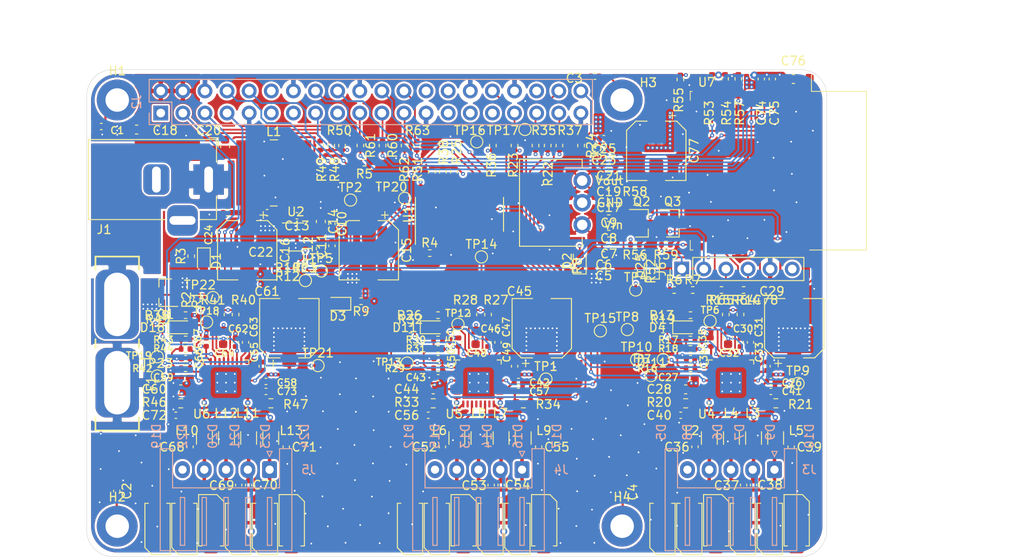
<source format=kicad_pcb>
(kicad_pcb (version 20171130) (host pcbnew 5.1.12-84ad8e8a86~92~ubuntu20.04.1)

  (general
    (thickness 1.6)
    (drawings 15)
    (tracks 1641)
    (zones 0)
    (modules 225)
    (nets 165)
  )

  (page A4)
  (layers
    (0 F.Cu signal)
    (1 In1.Cu power)
    (2 In2.Cu power)
    (31 B.Cu signal)
    (32 B.Adhes user hide)
    (33 F.Adhes user hide)
    (34 B.Paste user hide)
    (35 F.Paste user hide)
    (36 B.SilkS user hide)
    (37 F.SilkS user hide)
    (38 B.Mask user hide)
    (39 F.Mask user hide)
    (40 Dwgs.User user)
    (41 Cmts.User user hide)
    (42 Eco1.User user hide)
    (43 Eco2.User user hide)
    (44 Edge.Cuts user)
    (45 Margin user hide)
    (46 B.CrtYd user hide)
    (47 F.CrtYd user hide)
    (48 B.Fab user hide)
    (49 F.Fab user hide)
  )

  (setup
    (last_trace_width 0.2)
    (user_trace_width 0.2)
    (user_trace_width 0.25)
    (user_trace_width 0.3)
    (user_trace_width 0.35)
    (user_trace_width 0.4)
    (user_trace_width 0.45)
    (user_trace_width 0.5)
    (user_trace_width 0.6)
    (user_trace_width 0.7)
    (user_trace_width 0.8)
    (user_trace_width 0.9)
    (user_trace_width 1)
    (trace_clearance 0.2)
    (zone_clearance 0.2)
    (zone_45_only no)
    (trace_min 0.127)
    (via_size 0.8)
    (via_drill 0.4)
    (via_min_size 0.45)
    (via_min_drill 0.2)
    (user_via 0.45 0.2)
    (user_via 0.5 0.25)
    (user_via 0.6 0.3)
    (user_via 0.7 0.35)
    (user_via 0.8 0.4)
    (user_via 0.9 0.45)
    (user_via 1 0.5)
    (uvia_size 0.3)
    (uvia_drill 0.1)
    (uvias_allowed no)
    (uvia_min_size 0.2)
    (uvia_min_drill 0.1)
    (edge_width 0.05)
    (segment_width 0.2)
    (pcb_text_width 0.3)
    (pcb_text_size 1.5 1.5)
    (mod_edge_width 0.12)
    (mod_text_size 1 1)
    (mod_text_width 0.15)
    (pad_size 1.524 1.524)
    (pad_drill 0.762)
    (pad_to_mask_clearance 0)
    (aux_axis_origin 0 0)
    (grid_origin 120 116)
    (visible_elements 7FFFFFFF)
    (pcbplotparams
      (layerselection 0x010fc_ffffffff)
      (usegerberextensions false)
      (usegerberattributes true)
      (usegerberadvancedattributes true)
      (creategerberjobfile true)
      (excludeedgelayer true)
      (linewidth 0.100000)
      (plotframeref false)
      (viasonmask false)
      (mode 1)
      (useauxorigin false)
      (hpglpennumber 1)
      (hpglpenspeed 20)
      (hpglpendiameter 15.000000)
      (psnegative false)
      (psa4output false)
      (plotreference true)
      (plotvalue true)
      (plotinvisibletext false)
      (padsonsilk false)
      (subtractmaskfromsilk false)
      (outputformat 1)
      (mirror false)
      (drillshape 0)
      (scaleselection 1)
      (outputdirectory ""))
  )

  (net 0 "")
  (net 1 +12V)
  (net 2 GND)
  (net 3 +5V)
  (net 4 +3V3)
  (net 5 "/Motor driver 0/VREF")
  (net 6 /OA1_0)
  (net 7 /OA2_0)
  (net 8 /OB1_0)
  (net 9 /OB2_0)
  (net 10 "/Motor driver 1/VREF")
  (net 11 /OA1_1)
  (net 12 /OA2_1)
  (net 13 /OB1_1)
  (net 14 /OB2_1)
  (net 15 "/Motor driver 2/VREF")
  (net 16 /OA1_2)
  (net 17 /OA2_2)
  (net 18 /OB1_2)
  (net 19 /OB2_2)
  (net 20 "Net-(D1-Pad1)")
  (net 21 "Net-(D2-Pad1)")
  (net 22 "Net-(D3-Pad1)")
  (net 23 "Net-(D4-Pad1)")
  (net 24 "Net-(D11-Pad1)")
  (net 25 "Net-(D18-Pad1)")
  (net 26 "Net-(F1-Pad1)")
  (net 27 "Net-(F1-Pad2)")
  (net 28 /GPIO2_PI)
  (net 29 /GPIO3_PI)
  (net 30 /GPIO4_PI)
  (net 31 "/UART_TX(14)_PI")
  (net 32 "/UART_RX(15)_PI")
  (net 33 /GPIO17_PI)
  (net 34 /GPIO18_PI)
  (net 35 /GPIO27_PI)
  (net 36 /GPIO22_PI)
  (net 37 /GPIO23_PI)
  (net 38 /GPIO24_PI)
  (net 39 "/MOSI(10)_PI")
  (net 40 "/MISO(9)_PI")
  (net 41 /GPIO25_PI)
  (net 42 "/CLK(11)_PI")
  (net 43 "/CE0(8)_PI")
  (net 44 /GPIO7_PI)
  (net 45 /GPIO0_PI)
  (net 46 /GPIO1_PI)
  (net 47 /GPIO5_PI)
  (net 48 /GPIO6_PI)
  (net 49 "/PWM0(12)_PI")
  (net 50 "/PWM1(13)_PI")
  (net 51 /GPIO19_PI)
  (net 52 /GPIO16_PI)
  (net 53 /GPIO26_PI)
  (net 54 /GPIO20_PI)
  (net 55 /GPIO21_PI)
  (net 56 "Net-(J3-Pad5)")
  (net 57 "Net-(J4-Pad5)")
  (net 58 "Net-(J5-Pad5)")
  (net 59 /ESP8266/~RTS_ESP)
  (net 60 /ESP8266/~DTR_ESP)
  (net 61 /ESP8266/RX_ESP)
  (net 62 /ESP8266/TX_ESP)
  (net 63 "/Motor driver 0/OA1_FILTERED")
  (net 64 "/Motor driver 0/OA2_FILTERED")
  (net 65 "/Motor driver 0/OB1_FILTERED")
  (net 66 "/Motor driver 0/OB2_FILTERED")
  (net 67 "/Motor driver 1/OA1_FILTERED")
  (net 68 "/Motor driver 1/OA2_FILTERED")
  (net 69 "/Motor driver 1/OB1_FILTERED")
  (net 70 "/Motor driver 1/OB2_FILTERED")
  (net 71 "/Motor driver 2/OA1_FILTERED")
  (net 72 "/Motor driver 2/OA2_FILTERED")
  (net 73 "/Motor driver 2/OB1_FILTERED")
  (net 74 "/Motor driver 2/OB2_FILTERED")
  (net 75 "Net-(Q1-Pad1)")
  (net 76 "Net-(Q2-Pad1)")
  (net 77 "Net-(Q3-Pad1)")
  (net 78 /ESP8266/ADC_ESP)
  (net 79 /GPIO4_ESP)
  (net 80 "/Motor driver 0/DIAG")
  (net 81 "/Motor driver 0/VREF_OVR")
  (net 82 "/Motor driver 0/MS1")
  (net 83 "/Motor driver 0/MS2")
  (net 84 "/Motor driver 0/~PDN_UART")
  (net 85 "/Motor driver 1/DIAG")
  (net 86 "/Motor driver 1/VREF_OVR")
  (net 87 "/Motor driver 1/MS1")
  (net 88 "/Motor driver 1/MS2")
  (net 89 "/Motor driver 1/~PDN_UART")
  (net 90 "/Motor driver 2/DIAG")
  (net 91 "/Motor driver 2/VREF_OVR")
  (net 92 "/Motor driver 2/MS1")
  (net 93 "/Motor driver 2/MS2")
  (net 94 "/Motor driver 2/~PDN_UART")
  (net 95 "Net-(U1-Pad1)")
  (net 96 "Net-(U1-Pad2)")
  (net 97 "Net-(U1-Pad4)")
  (net 98 "Net-(U1-Pad5)")
  (net 99 "Net-(U1-Pad12)")
  (net 100 "Net-(U4-Pad2)")
  (net 101 "Net-(U5-Pad2)")
  (net 102 "Net-(U6-Pad2)")
  (net 103 /ESP8266/~RST)
  (net 104 VD)
  (net 105 "Net-(C1-Pad2)")
  (net 106 "Net-(C2-Pad2)")
  (net 107 "Net-(C3-Pad2)")
  (net 108 "Net-(C4-Pad2)")
  (net 109 "Net-(C13-Pad2)")
  (net 110 "Net-(C13-Pad1)")
  (net 111 "Net-(C31-Pad1)")
  (net 112 "Net-(C33-Pad2)")
  (net 113 "Net-(C33-Pad1)")
  (net 114 "Net-(C40-Pad2)")
  (net 115 "Net-(C41-Pad2)")
  (net 116 "Net-(C47-Pad1)")
  (net 117 "Net-(C49-Pad2)")
  (net 118 "Net-(C49-Pad1)")
  (net 119 "Net-(C56-Pad2)")
  (net 120 "Net-(C57-Pad2)")
  (net 121 "Net-(C63-Pad1)")
  (net 122 "Net-(C65-Pad2)")
  (net 123 "Net-(C65-Pad1)")
  (net 124 "Net-(C72-Pad2)")
  (net 125 "Net-(C73-Pad2)")
  (net 126 "/Motor driver 0/V5V_REF")
  (net 127 "/Motor driver 1/V5V_REF")
  (net 128 "/Motor driver 2/V5V_REF")
  (net 129 "Net-(U4-Pad31)")
  (net 130 "Net-(U4-Pad29)")
  (net 131 "Net-(U4-Pad28)")
  (net 132 "Net-(U4-Pad26)")
  (net 133 "Net-(U4-Pad23)")
  (net 134 "Net-(U4-Pad21)")
  (net 135 "Net-(U4-Pad4)")
  (net 136 "Net-(U5-Pad31)")
  (net 137 "Net-(U5-Pad29)")
  (net 138 "Net-(U5-Pad28)")
  (net 139 "Net-(U5-Pad26)")
  (net 140 "Net-(U5-Pad23)")
  (net 141 "Net-(U5-Pad21)")
  (net 142 "Net-(U5-Pad4)")
  (net 143 "Net-(U6-Pad31)")
  (net 144 "Net-(U6-Pad29)")
  (net 145 "Net-(U6-Pad28)")
  (net 146 "Net-(U6-Pad26)")
  (net 147 "Net-(U6-Pad23)")
  (net 148 "Net-(U6-Pad21)")
  (net 149 "Net-(U6-Pad4)")
  (net 150 /ESP8266/GPIO5)
  (net 151 /ESP8266/GPIO0)
  (net 152 /ESP8266/GPIO2)
  (net 153 /ESP8266/EN)
  (net 154 /ESP8266/CS)
  (net 155 /ESP8266/MISO)
  (net 156 /ESP8266/MOSI)
  (net 157 /ESP8266/CLK)
  (net 158 /ESP8266/TX)
  (net 159 /ESP8266/RX)
  (net 160 "Net-(D25-Pad1)")
  (net 161 "Net-(R10-Pad1)")
  (net 162 "Net-(R19-Pad2)")
  (net 163 "Net-(R32-Pad2)")
  (net 164 "Net-(R45-Pad2)")

  (net_class Default "This is the default net class."
    (clearance 0.2)
    (trace_width 0.25)
    (via_dia 0.8)
    (via_drill 0.4)
    (uvia_dia 0.3)
    (uvia_drill 0.1)
    (add_net +12V)
    (add_net +3V3)
    (add_net +5V)
    (add_net "/CE0(8)_PI")
    (add_net "/CLK(11)_PI")
    (add_net /ESP8266/ADC_ESP)
    (add_net /ESP8266/CLK)
    (add_net /ESP8266/CS)
    (add_net /ESP8266/EN)
    (add_net /ESP8266/GPIO0)
    (add_net /ESP8266/GPIO2)
    (add_net /ESP8266/GPIO5)
    (add_net /ESP8266/MISO)
    (add_net /ESP8266/MOSI)
    (add_net /ESP8266/RX)
    (add_net /ESP8266/RX_ESP)
    (add_net /ESP8266/TX)
    (add_net /ESP8266/TX_ESP)
    (add_net /ESP8266/~DTR_ESP)
    (add_net /ESP8266/~RST)
    (add_net /ESP8266/~RTS_ESP)
    (add_net /GPIO0_PI)
    (add_net /GPIO16_PI)
    (add_net /GPIO17_PI)
    (add_net /GPIO18_PI)
    (add_net /GPIO19_PI)
    (add_net /GPIO1_PI)
    (add_net /GPIO20_PI)
    (add_net /GPIO21_PI)
    (add_net /GPIO22_PI)
    (add_net /GPIO23_PI)
    (add_net /GPIO24_PI)
    (add_net /GPIO25_PI)
    (add_net /GPIO26_PI)
    (add_net /GPIO27_PI)
    (add_net /GPIO2_PI)
    (add_net /GPIO3_PI)
    (add_net /GPIO4_ESP)
    (add_net /GPIO4_PI)
    (add_net /GPIO5_PI)
    (add_net /GPIO6_PI)
    (add_net /GPIO7_PI)
    (add_net "/MISO(9)_PI")
    (add_net "/MOSI(10)_PI")
    (add_net "/Motor driver 0/DIAG")
    (add_net "/Motor driver 0/MS1")
    (add_net "/Motor driver 0/MS2")
    (add_net "/Motor driver 0/OA1_FILTERED")
    (add_net "/Motor driver 0/OA2_FILTERED")
    (add_net "/Motor driver 0/OB1_FILTERED")
    (add_net "/Motor driver 0/OB2_FILTERED")
    (add_net "/Motor driver 0/V5V_REF")
    (add_net "/Motor driver 0/VREF")
    (add_net "/Motor driver 0/VREF_OVR")
    (add_net "/Motor driver 0/~PDN_UART")
    (add_net "/Motor driver 1/DIAG")
    (add_net "/Motor driver 1/MS1")
    (add_net "/Motor driver 1/MS2")
    (add_net "/Motor driver 1/OA1_FILTERED")
    (add_net "/Motor driver 1/OA2_FILTERED")
    (add_net "/Motor driver 1/OB1_FILTERED")
    (add_net "/Motor driver 1/OB2_FILTERED")
    (add_net "/Motor driver 1/V5V_REF")
    (add_net "/Motor driver 1/VREF")
    (add_net "/Motor driver 1/VREF_OVR")
    (add_net "/Motor driver 1/~PDN_UART")
    (add_net "/Motor driver 2/DIAG")
    (add_net "/Motor driver 2/MS1")
    (add_net "/Motor driver 2/MS2")
    (add_net "/Motor driver 2/OA1_FILTERED")
    (add_net "/Motor driver 2/OA2_FILTERED")
    (add_net "/Motor driver 2/OB1_FILTERED")
    (add_net "/Motor driver 2/OB2_FILTERED")
    (add_net "/Motor driver 2/V5V_REF")
    (add_net "/Motor driver 2/VREF")
    (add_net "/Motor driver 2/VREF_OVR")
    (add_net "/Motor driver 2/~PDN_UART")
    (add_net /OA1_0)
    (add_net /OA1_1)
    (add_net /OA1_2)
    (add_net /OA2_0)
    (add_net /OA2_1)
    (add_net /OA2_2)
    (add_net /OB1_0)
    (add_net /OB1_1)
    (add_net /OB1_2)
    (add_net /OB2_0)
    (add_net /OB2_1)
    (add_net /OB2_2)
    (add_net "/PWM0(12)_PI")
    (add_net "/PWM1(13)_PI")
    (add_net "/UART_RX(15)_PI")
    (add_net "/UART_TX(14)_PI")
    (add_net GND)
    (add_net "Net-(C1-Pad2)")
    (add_net "Net-(C13-Pad1)")
    (add_net "Net-(C13-Pad2)")
    (add_net "Net-(C2-Pad2)")
    (add_net "Net-(C3-Pad2)")
    (add_net "Net-(C31-Pad1)")
    (add_net "Net-(C33-Pad1)")
    (add_net "Net-(C33-Pad2)")
    (add_net "Net-(C4-Pad2)")
    (add_net "Net-(C40-Pad2)")
    (add_net "Net-(C41-Pad2)")
    (add_net "Net-(C47-Pad1)")
    (add_net "Net-(C49-Pad1)")
    (add_net "Net-(C49-Pad2)")
    (add_net "Net-(C56-Pad2)")
    (add_net "Net-(C57-Pad2)")
    (add_net "Net-(C63-Pad1)")
    (add_net "Net-(C65-Pad1)")
    (add_net "Net-(C65-Pad2)")
    (add_net "Net-(C72-Pad2)")
    (add_net "Net-(C73-Pad2)")
    (add_net "Net-(D1-Pad1)")
    (add_net "Net-(D11-Pad1)")
    (add_net "Net-(D18-Pad1)")
    (add_net "Net-(D2-Pad1)")
    (add_net "Net-(D25-Pad1)")
    (add_net "Net-(D3-Pad1)")
    (add_net "Net-(D4-Pad1)")
    (add_net "Net-(F1-Pad1)")
    (add_net "Net-(F1-Pad2)")
    (add_net "Net-(J3-Pad5)")
    (add_net "Net-(J4-Pad5)")
    (add_net "Net-(J5-Pad5)")
    (add_net "Net-(Q1-Pad1)")
    (add_net "Net-(Q2-Pad1)")
    (add_net "Net-(Q3-Pad1)")
    (add_net "Net-(R10-Pad1)")
    (add_net "Net-(R19-Pad2)")
    (add_net "Net-(R32-Pad2)")
    (add_net "Net-(R45-Pad2)")
    (add_net "Net-(U1-Pad1)")
    (add_net "Net-(U1-Pad12)")
    (add_net "Net-(U1-Pad2)")
    (add_net "Net-(U1-Pad4)")
    (add_net "Net-(U1-Pad5)")
    (add_net "Net-(U4-Pad2)")
    (add_net "Net-(U4-Pad21)")
    (add_net "Net-(U4-Pad23)")
    (add_net "Net-(U4-Pad26)")
    (add_net "Net-(U4-Pad28)")
    (add_net "Net-(U4-Pad29)")
    (add_net "Net-(U4-Pad31)")
    (add_net "Net-(U4-Pad4)")
    (add_net "Net-(U5-Pad2)")
    (add_net "Net-(U5-Pad21)")
    (add_net "Net-(U5-Pad23)")
    (add_net "Net-(U5-Pad26)")
    (add_net "Net-(U5-Pad28)")
    (add_net "Net-(U5-Pad29)")
    (add_net "Net-(U5-Pad31)")
    (add_net "Net-(U5-Pad4)")
    (add_net "Net-(U6-Pad2)")
    (add_net "Net-(U6-Pad21)")
    (add_net "Net-(U6-Pad23)")
    (add_net "Net-(U6-Pad26)")
    (add_net "Net-(U6-Pad28)")
    (add_net "Net-(U6-Pad29)")
    (add_net "Net-(U6-Pad31)")
    (add_net "Net-(U6-Pad4)")
    (add_net VD)
  )

  (module Package_SO:SOIC-16_3.9x9.9mm_P1.27mm (layer F.Cu) (tedit 5D9F72B1) (tstamp 61AF3BEB)
    (at 162.814 76.646 90)
    (descr "SOIC, 16 Pin (JEDEC MS-012AC, https://www.analog.com/media/en/package-pcb-resources/package/pkg_pdf/soic_narrow-r/r_16.pdf), generated with kicad-footprint-generator ipc_gullwing_generator.py")
    (tags "SOIC SO")
    (path /604F82D8)
    (attr smd)
    (fp_text reference U1 (at 0 -5.9 90) (layer F.SilkS)
      (effects (font (size 1 1) (thickness 0.15)))
    )
    (fp_text value 74HC4051 (at 0 5.9 90) (layer F.Fab)
      (effects (font (size 1 1) (thickness 0.15)))
    )
    (fp_line (start 3.7 -5.2) (end -3.7 -5.2) (layer F.CrtYd) (width 0.05))
    (fp_line (start 3.7 5.2) (end 3.7 -5.2) (layer F.CrtYd) (width 0.05))
    (fp_line (start -3.7 5.2) (end 3.7 5.2) (layer F.CrtYd) (width 0.05))
    (fp_line (start -3.7 -5.2) (end -3.7 5.2) (layer F.CrtYd) (width 0.05))
    (fp_line (start -1.95 -3.975) (end -0.975 -4.95) (layer F.Fab) (width 0.1))
    (fp_line (start -1.95 4.95) (end -1.95 -3.975) (layer F.Fab) (width 0.1))
    (fp_line (start 1.95 4.95) (end -1.95 4.95) (layer F.Fab) (width 0.1))
    (fp_line (start 1.95 -4.95) (end 1.95 4.95) (layer F.Fab) (width 0.1))
    (fp_line (start -0.975 -4.95) (end 1.95 -4.95) (layer F.Fab) (width 0.1))
    (fp_line (start 0 -5.06) (end -3.45 -5.06) (layer F.SilkS) (width 0.12))
    (fp_line (start 0 -5.06) (end 1.95 -5.06) (layer F.SilkS) (width 0.12))
    (fp_line (start 0 5.06) (end -1.95 5.06) (layer F.SilkS) (width 0.12))
    (fp_line (start 0 5.06) (end 1.95 5.06) (layer F.SilkS) (width 0.12))
    (fp_text user %R (at 0 0 90) (layer F.Fab)
      (effects (font (size 0.98 0.98) (thickness 0.15)))
    )
    (pad 16 smd roundrect (at 2.475 -4.445 90) (size 1.95 0.6) (layers F.Cu F.Paste F.Mask) (roundrect_rratio 0.25)
      (net 104 VD))
    (pad 15 smd roundrect (at 2.475 -3.175 90) (size 1.95 0.6) (layers F.Cu F.Paste F.Mask) (roundrect_rratio 0.25)
      (net 94 "/Motor driver 2/~PDN_UART"))
    (pad 14 smd roundrect (at 2.475 -1.905 90) (size 1.95 0.6) (layers F.Cu F.Paste F.Mask) (roundrect_rratio 0.25)
      (net 89 "/Motor driver 1/~PDN_UART"))
    (pad 13 smd roundrect (at 2.475 -0.635 90) (size 1.95 0.6) (layers F.Cu F.Paste F.Mask) (roundrect_rratio 0.25)
      (net 84 "/Motor driver 0/~PDN_UART"))
    (pad 12 smd roundrect (at 2.475 0.635 90) (size 1.95 0.6) (layers F.Cu F.Paste F.Mask) (roundrect_rratio 0.25)
      (net 99 "Net-(U1-Pad12)"))
    (pad 11 smd roundrect (at 2.475 1.905 90) (size 1.95 0.6) (layers F.Cu F.Paste F.Mask) (roundrect_rratio 0.25)
      (net 37 /GPIO23_PI))
    (pad 10 smd roundrect (at 2.475 3.175 90) (size 1.95 0.6) (layers F.Cu F.Paste F.Mask) (roundrect_rratio 0.25)
      (net 38 /GPIO24_PI))
    (pad 9 smd roundrect (at 2.475 4.445 90) (size 1.95 0.6) (layers F.Cu F.Paste F.Mask) (roundrect_rratio 0.25)
      (net 41 /GPIO25_PI))
    (pad 8 smd roundrect (at -2.475 4.445 90) (size 1.95 0.6) (layers F.Cu F.Paste F.Mask) (roundrect_rratio 0.25)
      (net 2 GND))
    (pad 7 smd roundrect (at -2.475 3.175 90) (size 1.95 0.6) (layers F.Cu F.Paste F.Mask) (roundrect_rratio 0.25)
      (net 2 GND))
    (pad 6 smd roundrect (at -2.475 1.905 90) (size 1.95 0.6) (layers F.Cu F.Paste F.Mask) (roundrect_rratio 0.25)
      (net 36 /GPIO22_PI))
    (pad 5 smd roundrect (at -2.475 0.635 90) (size 1.95 0.6) (layers F.Cu F.Paste F.Mask) (roundrect_rratio 0.25)
      (net 98 "Net-(U1-Pad5)"))
    (pad 4 smd roundrect (at -2.475 -0.635 90) (size 1.95 0.6) (layers F.Cu F.Paste F.Mask) (roundrect_rratio 0.25)
      (net 97 "Net-(U1-Pad4)"))
    (pad 3 smd roundrect (at -2.475 -1.905 90) (size 1.95 0.6) (layers F.Cu F.Paste F.Mask) (roundrect_rratio 0.25)
      (net 32 "/UART_RX(15)_PI"))
    (pad 2 smd roundrect (at -2.475 -3.175 90) (size 1.95 0.6) (layers F.Cu F.Paste F.Mask) (roundrect_rratio 0.25)
      (net 96 "Net-(U1-Pad2)"))
    (pad 1 smd roundrect (at -2.475 -4.445 90) (size 1.95 0.6) (layers F.Cu F.Paste F.Mask) (roundrect_rratio 0.25)
      (net 95 "Net-(U1-Pad1)"))
    (model ${KISYS3DMOD}/Package_SO.3dshapes/SOIC-16_3.9x9.9mm_P1.27mm.wrl
      (at (xyz 0 0 0))
      (scale (xyz 1 1 1))
      (rotate (xyz 0 0 0))
    )
  )

  (module Resistor_SMD:R_0402_1005Metric (layer F.Cu) (tedit 5F68FEEE) (tstamp 61B50DC3)
    (at 151.889001 70.7)
    (descr "Resistor SMD 0402 (1005 Metric), square (rectangular) end terminal, IPC_7351 nominal, (Body size source: IPC-SM-782 page 72, https://www.pcb-3d.com/wordpress/wp-content/uploads/ipc-sm-782a_amendment_1_and_2.pdf), generated with kicad-footprint-generator")
    (tags resistor)
    (path /61C0D797)
    (attr smd)
    (fp_text reference R5 (at 0 1.3) (layer F.SilkS)
      (effects (font (size 1 1) (thickness 0.15)))
    )
    (fp_text value "10.2 k" (at 0 1.17) (layer F.Fab)
      (effects (font (size 1 1) (thickness 0.15)))
    )
    (fp_line (start 0.93 0.47) (end -0.93 0.47) (layer F.CrtYd) (width 0.05))
    (fp_line (start 0.93 -0.47) (end 0.93 0.47) (layer F.CrtYd) (width 0.05))
    (fp_line (start -0.93 -0.47) (end 0.93 -0.47) (layer F.CrtYd) (width 0.05))
    (fp_line (start -0.93 0.47) (end -0.93 -0.47) (layer F.CrtYd) (width 0.05))
    (fp_line (start -0.153641 0.38) (end 0.153641 0.38) (layer F.SilkS) (width 0.12))
    (fp_line (start -0.153641 -0.38) (end 0.153641 -0.38) (layer F.SilkS) (width 0.12))
    (fp_line (start 0.525 0.27) (end -0.525 0.27) (layer F.Fab) (width 0.1))
    (fp_line (start 0.525 -0.27) (end 0.525 0.27) (layer F.Fab) (width 0.1))
    (fp_line (start -0.525 -0.27) (end 0.525 -0.27) (layer F.Fab) (width 0.1))
    (fp_line (start -0.525 0.27) (end -0.525 -0.27) (layer F.Fab) (width 0.1))
    (fp_text user %R (at 0 0) (layer F.Fab)
      (effects (font (size 0.26 0.26) (thickness 0.04)))
    )
    (pad 2 smd roundrect (at 0.51 0) (size 0.54 0.64) (layers F.Cu F.Paste F.Mask) (roundrect_rratio 0.25)
      (net 2 GND))
    (pad 1 smd roundrect (at -0.51 0) (size 0.54 0.64) (layers F.Cu F.Paste F.Mask) (roundrect_rratio 0.25)
      (net 36 /GPIO22_PI))
    (model ${KISYS3DMOD}/Resistor_SMD.3dshapes/R_0402_1005Metric.wrl
      (at (xyz 0 0 0))
      (scale (xyz 1 1 1))
      (rotate (xyz 0 0 0))
    )
  )

  (module SaMcam_shield:Motor_Driver_Trinamic_TMC2202-WA (layer F.Cu) (tedit 6196AAFE) (tstamp 61A29B1D)
    (at 194 96 180)
    (descr "Motor driver")
    (tags "Motor driver")
    (path /60355F25/60356E5D)
    (attr smd)
    (fp_text reference U4 (at 2.8 -3.6) (layer F.SilkS)
      (effects (font (size 1 1) (thickness 0.15)))
    )
    (fp_text value TMC2202-WA_motor_driver (at 0 3.8) (layer F.Fab)
      (effects (font (size 1 1) (thickness 0.15)))
    )
    (fp_line (start 3.1 -3.1) (end -3.1 -3.1) (layer F.CrtYd) (width 0.05))
    (fp_line (start 3.1 3.1) (end 3.1 -3.1) (layer F.CrtYd) (width 0.05))
    (fp_line (start -3.1 3.1) (end 3.1 3.1) (layer F.CrtYd) (width 0.05))
    (fp_line (start -3.1 -3.1) (end -3.1 3.1) (layer F.CrtYd) (width 0.05))
    (fp_line (start -2.5 -1.5) (end -1.5 -2.5) (layer F.Fab) (width 0.1))
    (fp_line (start -2.5 2.5) (end -2.5 -1.5) (layer F.Fab) (width 0.1))
    (fp_line (start 2.5 2.5) (end -2.5 2.5) (layer F.Fab) (width 0.1))
    (fp_line (start 2.5 -2.5) (end 2.5 2.5) (layer F.Fab) (width 0.1))
    (fp_line (start -1.5 -2.5) (end 2.5 -2.5) (layer F.Fab) (width 0.1))
    (fp_line (start -2.135 -2.61) (end -2.61 -2.61) (layer F.SilkS) (width 0.12))
    (fp_line (start 2.61 2.61) (end 2.61 2.135) (layer F.SilkS) (width 0.12))
    (fp_line (start 2.135 2.61) (end 2.61 2.61) (layer F.SilkS) (width 0.12))
    (fp_line (start -2.61 2.61) (end -2.61 2.135) (layer F.SilkS) (width 0.12))
    (fp_line (start -2.135 2.61) (end -2.61 2.61) (layer F.SilkS) (width 0.12))
    (fp_line (start 2.61 -2.61) (end 2.61 -2.135) (layer F.SilkS) (width 0.12))
    (fp_line (start 2.135 -2.61) (end 2.61 -2.61) (layer F.SilkS) (width 0.12))
    (fp_text user %R (at 0 -0.515001) (layer F.Fab)
      (effects (font (size 1 1) (thickness 0.15)))
    )
    (pad "" smd custom (at 1.425 1.425 180) (size 0.601758 0.601758) (layers F.Paste)
      (options (clearance outline) (anchor circle))
      (primitives
        (gr_poly (pts
           (xy -0.259112 -0.189911) (xy -0.189911 -0.259112) (xy 0.259112 -0.259112) (xy 0.259112 0.259112) (xy -0.259112 0.259112)
) (width 0.167068))
      ))
    (pad "" smd custom (at 1.425 -1.425 180) (size 0.601758 0.601758) (layers F.Paste)
      (options (clearance outline) (anchor circle))
      (primitives
        (gr_poly (pts
           (xy -0.259112 -0.259112) (xy 0.259112 -0.259112) (xy 0.259112 0.259112) (xy -0.189911 0.259112) (xy -0.259112 0.189911)
) (width 0.167068))
      ))
    (pad "" smd custom (at -1.425 1.425 180) (size 0.601758 0.601758) (layers F.Paste)
      (options (clearance outline) (anchor circle))
      (primitives
        (gr_poly (pts
           (xy -0.259112 -0.259112) (xy 0.189911 -0.259112) (xy 0.259112 -0.189911) (xy 0.259112 0.259112) (xy -0.259112 0.259112)
) (width 0.167068))
      ))
    (pad "" smd custom (at -1.425 -1.425 180) (size 0.601758 0.601758) (layers F.Paste)
      (options (clearance outline) (anchor circle))
      (primitives
        (gr_poly (pts
           (xy -0.259112 -0.259112) (xy 0.259112 -0.259112) (xy 0.259112 0.189911) (xy 0.189911 0.259112) (xy -0.259112 0.259112)
) (width 0.167068))
      ))
    (pad "" smd custom (at 0.5 1.425 180) (size 0.612035 0.612035) (layers F.Paste)
      (options (clearance outline) (anchor circle))
      (primitives
        (gr_poly (pts
           (xy -0.329856 -0.2087) (xy -0.269167 -0.269389) (xy 0.269167 -0.269389) (xy 0.329856 -0.2087) (xy 0.329856 0.269389)
           (xy -0.329856 0.269389)) (width 0.146515))
      ))
    (pad "" smd custom (at -0.5 1.425 180) (size 0.612035 0.612035) (layers F.Paste)
      (options (clearance outline) (anchor circle))
      (primitives
        (gr_poly (pts
           (xy -0.329856 -0.2087) (xy -0.269167 -0.269389) (xy 0.269167 -0.269389) (xy 0.329856 -0.2087) (xy 0.329856 0.269389)
           (xy -0.329856 0.269389)) (width 0.146515))
      ))
    (pad "" smd custom (at 0.5 -1.425 180) (size 0.612035 0.612035) (layers F.Paste)
      (options (clearance outline) (anchor circle))
      (primitives
        (gr_poly (pts
           (xy -0.329856 -0.269389) (xy 0.329856 -0.269389) (xy 0.329856 0.2087) (xy 0.269167 0.269389) (xy -0.269167 0.269389)
           (xy -0.329856 0.2087)) (width 0.146515))
      ))
    (pad "" smd custom (at -0.5 -1.425 180) (size 0.612035 0.612035) (layers F.Paste)
      (options (clearance outline) (anchor circle))
      (primitives
        (gr_poly (pts
           (xy -0.329856 -0.269389) (xy 0.329856 -0.269389) (xy 0.329856 0.2087) (xy 0.269167 0.269389) (xy -0.269167 0.269389)
           (xy -0.329856 0.2087)) (width 0.146515))
      ))
    (pad "" smd custom (at 1.425 0.5 180) (size 0.612035 0.612035) (layers F.Paste)
      (options (clearance outline) (anchor circle))
      (primitives
        (gr_poly (pts
           (xy -0.269389 -0.269167) (xy -0.2087 -0.329856) (xy 0.269389 -0.329856) (xy 0.269389 0.329856) (xy -0.2087 0.329856)
           (xy -0.269389 0.269167)) (width 0.146515))
      ))
    (pad "" smd custom (at 1.425 -0.5 180) (size 0.612035 0.612035) (layers F.Paste)
      (options (clearance outline) (anchor circle))
      (primitives
        (gr_poly (pts
           (xy -0.269389 -0.269167) (xy -0.2087 -0.329856) (xy 0.269389 -0.329856) (xy 0.269389 0.329856) (xy -0.2087 0.329856)
           (xy -0.269389 0.269167)) (width 0.146515))
      ))
    (pad "" smd custom (at -1.425 0.5 180) (size 0.612035 0.612035) (layers F.Paste)
      (options (clearance outline) (anchor circle))
      (primitives
        (gr_poly (pts
           (xy -0.269389 -0.329856) (xy 0.2087 -0.329856) (xy 0.269389 -0.269167) (xy 0.269389 0.269167) (xy 0.2087 0.329856)
           (xy -0.269389 0.329856)) (width 0.146515))
      ))
    (pad "" smd custom (at -1.425 -0.5 180) (size 0.612035 0.612035) (layers F.Paste)
      (options (clearance outline) (anchor circle))
      (primitives
        (gr_poly (pts
           (xy -0.269389 -0.329856) (xy 0.2087 -0.329856) (xy 0.269389 -0.269167) (xy 0.269389 0.269167) (xy 0.2087 0.329856)
           (xy -0.269389 0.329856)) (width 0.146515))
      ))
    (pad "" smd roundrect (at 0.5 0.5 180) (size 0.806226 0.806226) (layers F.Paste) (roundrect_rratio 0.25))
    (pad "" smd roundrect (at 0.5 -0.5 180) (size 0.806226 0.806226) (layers F.Paste) (roundrect_rratio 0.25))
    (pad "" smd roundrect (at -0.5 0.5 180) (size 0.806226 0.806226) (layers F.Paste) (roundrect_rratio 0.25))
    (pad "" smd roundrect (at -0.5 -0.5 180) (size 0.806226 0.806226) (layers F.Paste) (roundrect_rratio 0.25))
    (pad 33 smd rect (at 0 0 180) (size 2.5 2.5) (layers B.Cu)
      (net 2 GND))
    (pad 33 thru_hole circle (at 1 1 180) (size 0.5 0.5) (drill 0.2) (layers *.Cu)
      (net 2 GND))
    (pad 33 thru_hole circle (at 0 1 180) (size 0.5 0.5) (drill 0.2) (layers *.Cu)
      (net 2 GND))
    (pad 33 thru_hole circle (at -1 1 180) (size 0.5 0.5) (drill 0.2) (layers *.Cu)
      (net 2 GND))
    (pad 33 thru_hole circle (at 1 0 180) (size 0.5 0.5) (drill 0.2) (layers *.Cu)
      (net 2 GND))
    (pad 33 thru_hole circle (at 0 0 180) (size 0.5 0.5) (drill 0.2) (layers *.Cu)
      (net 2 GND))
    (pad 33 thru_hole circle (at -1 0 180) (size 0.5 0.5) (drill 0.2) (layers *.Cu)
      (net 2 GND))
    (pad 33 thru_hole circle (at 1 -1 180) (size 0.5 0.5) (drill 0.2) (layers *.Cu)
      (net 2 GND))
    (pad 33 thru_hole circle (at 0 -1 180) (size 0.5 0.5) (drill 0.2) (layers *.Cu)
      (net 2 GND))
    (pad 33 thru_hole circle (at -1 -1 180) (size 0.5 0.5) (drill 0.2) (layers *.Cu)
      (net 2 GND))
    (pad 33 smd rect (at 0 0 180) (size 3.7 3.7) (layers F.Cu F.Mask)
      (net 2 GND))
    (pad 32 smd roundrect (at -1.75 -2.45 180) (size 0.25 0.8) (layers F.Cu F.Paste F.Mask) (roundrect_rratio 0.25)
      (net 115 "Net-(C41-Pad2)"))
    (pad 31 smd roundrect (at -1.25 -2.45 180) (size 0.25 0.8) (layers F.Cu F.Paste F.Mask) (roundrect_rratio 0.25)
      (net 129 "Net-(U4-Pad31)"))
    (pad 30 smd roundrect (at -0.75 -2.45 180) (size 0.25 0.8) (layers F.Cu F.Paste F.Mask) (roundrect_rratio 0.25)
      (net 65 "/Motor driver 0/OB1_FILTERED"))
    (pad 29 smd roundrect (at -0.25 -2.45 180) (size 0.25 0.8) (layers F.Cu F.Paste F.Mask) (roundrect_rratio 0.25)
      (net 130 "Net-(U4-Pad29)"))
    (pad 28 smd roundrect (at 0.25 -2.45 180) (size 0.25 0.8) (layers F.Cu F.Paste F.Mask) (roundrect_rratio 0.25)
      (net 131 "Net-(U4-Pad28)"))
    (pad 27 smd roundrect (at 0.75 -2.45 180) (size 0.25 0.8) (layers F.Cu F.Paste F.Mask) (roundrect_rratio 0.25)
      (net 63 "/Motor driver 0/OA1_FILTERED"))
    (pad 26 smd roundrect (at 1.25 -2.45 180) (size 0.25 0.8) (layers F.Cu F.Paste F.Mask) (roundrect_rratio 0.25)
      (net 132 "Net-(U4-Pad26)"))
    (pad 25 smd roundrect (at 1.75 -2.45 180) (size 0.25 0.8) (layers F.Cu F.Paste F.Mask) (roundrect_rratio 0.25)
      (net 114 "Net-(C40-Pad2)"))
    (pad 24 smd roundrect (at 2.45 -1.75 180) (size 0.8 0.25) (layers F.Cu F.Paste F.Mask) (roundrect_rratio 0.25)
      (net 64 "/Motor driver 0/OA2_FILTERED"))
    (pad 23 smd roundrect (at 2.45 -1.25 180) (size 0.8 0.25) (layers F.Cu F.Paste F.Mask) (roundrect_rratio 0.25)
      (net 133 "Net-(U4-Pad23)"))
    (pad 22 smd roundrect (at 2.45 -0.75 180) (size 0.8 0.25) (layers F.Cu F.Paste F.Mask) (roundrect_rratio 0.25)
      (net 1 +12V))
    (pad 21 smd roundrect (at 2.45 -0.25 180) (size 0.8 0.25) (layers F.Cu F.Paste F.Mask) (roundrect_rratio 0.25)
      (net 134 "Net-(U4-Pad21)"))
    (pad 20 smd roundrect (at 2.45 0.25 180) (size 0.8 0.25) (layers F.Cu F.Paste F.Mask) (roundrect_rratio 0.25)
      (net 54 /GPIO20_PI))
    (pad 19 smd roundrect (at 2.45 0.75 180) (size 0.8 0.25) (layers F.Cu F.Paste F.Mask) (roundrect_rratio 0.25)
      (net 2 GND))
    (pad 18 smd roundrect (at 2.45 1.25 180) (size 0.8 0.25) (layers F.Cu F.Paste F.Mask) (roundrect_rratio 0.25)
      (net 5 "/Motor driver 0/VREF"))
    (pad 17 smd roundrect (at 2.45 1.75 180) (size 0.8 0.25) (layers F.Cu F.Paste F.Mask) (roundrect_rratio 0.25)
      (net 50 "/PWM1(13)_PI"))
    (pad 16 smd roundrect (at 1.75 2.45 180) (size 0.25 0.8) (layers F.Cu F.Paste F.Mask) (roundrect_rratio 0.25)
      (net 104 VD))
    (pad 15 smd roundrect (at 1.25 2.45 180) (size 0.25 0.8) (layers F.Cu F.Paste F.Mask) (roundrect_rratio 0.25)
      (net 162 "Net-(R19-Pad2)"))
    (pad 14 smd roundrect (at 0.75 2.45 180) (size 0.25 0.8) (layers F.Cu F.Paste F.Mask) (roundrect_rratio 0.25)
      (net 2 GND))
    (pad 13 smd roundrect (at 0.25 2.45 180) (size 0.25 0.8) (layers F.Cu F.Paste F.Mask) (roundrect_rratio 0.25)
      (net 80 "/Motor driver 0/DIAG"))
    (pad 12 smd roundrect (at -0.25 2.45 180) (size 0.25 0.8) (layers F.Cu F.Paste F.Mask) (roundrect_rratio 0.25)
      (net 83 "/Motor driver 0/MS2"))
    (pad 11 smd roundrect (at -0.75 2.45 180) (size 0.25 0.8) (layers F.Cu F.Paste F.Mask) (roundrect_rratio 0.25)
      (net 82 "/Motor driver 0/MS1"))
    (pad 10 smd roundrect (at -1.25 2.45 180) (size 0.25 0.8) (layers F.Cu F.Paste F.Mask) (roundrect_rratio 0.25)
      (net 126 "/Motor driver 0/V5V_REF"))
    (pad 9 smd roundrect (at -1.75 2.45 180) (size 0.25 0.8) (layers F.Cu F.Paste F.Mask) (roundrect_rratio 0.25)
      (net 111 "Net-(C31-Pad1)"))
    (pad 8 smd roundrect (at -2.45 1.75 180) (size 0.8 0.25) (layers F.Cu F.Paste F.Mask) (roundrect_rratio 0.25)
      (net 113 "Net-(C33-Pad1)"))
    (pad 7 smd roundrect (at -2.45 1.25 180) (size 0.8 0.25) (layers F.Cu F.Paste F.Mask) (roundrect_rratio 0.25)
      (net 112 "Net-(C33-Pad2)"))
    (pad 6 smd roundrect (at -2.45 0.75 180) (size 0.8 0.25) (layers F.Cu F.Paste F.Mask) (roundrect_rratio 0.25)
      (net 2 GND))
    (pad 5 smd roundrect (at -2.45 0.25 180) (size 0.8 0.25) (layers F.Cu F.Paste F.Mask) (roundrect_rratio 0.25)
      (net 55 /GPIO21_PI))
    (pad 4 smd roundrect (at -2.45 -0.25 180) (size 0.8 0.25) (layers F.Cu F.Paste F.Mask) (roundrect_rratio 0.25)
      (net 135 "Net-(U4-Pad4)"))
    (pad 3 smd roundrect (at -2.45 -0.75 180) (size 0.8 0.25) (layers F.Cu F.Paste F.Mask) (roundrect_rratio 0.25)
      (net 1 +12V))
    (pad 2 smd roundrect (at -2.45 -1.25 180) (size 0.8 0.25) (layers F.Cu F.Paste F.Mask) (roundrect_rratio 0.25)
      (net 100 "Net-(U4-Pad2)"))
    (pad 1 smd roundrect (at -2.45 -1.75 180) (size 0.8 0.25) (layers F.Cu F.Paste F.Mask) (roundrect_rratio 0.25)
      (net 66 "/Motor driver 0/OB2_FILTERED"))
    (model ${KIPRJMOD}/packages3d/Motor_Driver_Trinamic_TMC2202-WA.stp
      (at (xyz 0 0 0))
      (scale (xyz 1 1 1))
      (rotate (xyz 0 0 0))
    )
  )

  (module RF_Module:ESP-WROOM-02 (layer F.Cu) (tedit 5B5B45D7) (tstamp 61AB7658)
    (at 196.342 71.628 270)
    (descr http://espressif.com/sites/default/files/documentation/0c-esp-wroom-02_datasheet_en.pdf)
    (tags "ESP WROOM-02 espressif esp8266ex")
    (path /61A0DE56/61A1CA55)
    (attr smd)
    (fp_text reference U7 (at -10.17 5.13) (layer F.SilkS)
      (effects (font (size 1 1) (thickness 0.15)))
    )
    (fp_text value ESP-WROOM-02 (at 0 8.33 90) (layer F.Fab)
      (effects (font (size 1 1) (thickness 0.15)))
    )
    (fp_line (start -14 -6.8) (end -14 -18.1) (layer Dwgs.User) (width 0.1))
    (fp_line (start 9 6.9) (end 9 -13.1) (layer F.Fab) (width 0.1))
    (fp_line (start -9 6.9) (end 9 6.9) (layer F.Fab) (width 0.1))
    (fp_line (start -9 -13.1) (end -9 -7.5) (layer F.Fab) (width 0.1))
    (fp_line (start -9 -13.1) (end 9 -13.1) (layer F.Fab) (width 0.1))
    (fp_line (start -9.41 7.15) (end -9.41 -6.55) (layer F.CrtYd) (width 0.05))
    (fp_line (start -9.41 7.15) (end 9.41 7.15) (layer F.CrtYd) (width 0.05))
    (fp_line (start 9.41 -6.55) (end 9.41 7.15) (layer F.CrtYd) (width 0.05))
    (fp_line (start -14.25 -18.35) (end 14.25 -18.35) (layer F.CrtYd) (width 0.05))
    (fp_line (start -9 -6.5) (end -9 6.9) (layer F.Fab) (width 0.1))
    (fp_line (start -9 -7.5) (end -8.5 -7) (layer F.Fab) (width 0.1))
    (fp_line (start -8.5 -7) (end -9 -6.5) (layer F.Fab) (width 0.1))
    (fp_line (start -9 -6.8) (end -9 -13.1) (layer Dwgs.User) (width 0.1))
    (fp_line (start 14 -6.8) (end -14 -6.8) (layer Dwgs.User) (width 0.1))
    (fp_line (start 9 -13.1) (end 9 -6.78) (layer Dwgs.User) (width 0.1))
    (fp_line (start -9 -13.1) (end 9 -13.1) (layer Dwgs.User) (width 0.1))
    (fp_line (start 14 -6.8) (end 14 -18.1) (layer Dwgs.User) (width 0.1))
    (fp_line (start 14 -18.1) (end -14 -18.1) (layer Dwgs.User) (width 0.1))
    (fp_line (start -14.25 -18.35) (end -14.25 -6.55) (layer F.CrtYd) (width 0.05))
    (fp_line (start 14.25 -18.35) (end 14.25 -6.55) (layer F.CrtYd) (width 0.05))
    (fp_line (start -14.25 -6.55) (end -9.41 -6.55) (layer F.CrtYd) (width 0.05))
    (fp_line (start 9.41 -6.55) (end 14.25 -6.55) (layer F.CrtYd) (width 0.05))
    (fp_line (start -12 -18.1) (end -14 -16.485) (layer Dwgs.User) (width 0.1))
    (fp_line (start -10 -18.1) (end -14 -14.87) (layer Dwgs.User) (width 0.1))
    (fp_line (start -8 -18.1) (end -14 -13.255) (layer Dwgs.User) (width 0.1))
    (fp_line (start -6 -18.1) (end -14 -11.64) (layer Dwgs.User) (width 0.1))
    (fp_line (start -4 -18.1) (end -14 -10.025) (layer Dwgs.User) (width 0.1))
    (fp_line (start -2 -18.1) (end -14 -8.41) (layer Dwgs.User) (width 0.1))
    (fp_line (start 0 -18.1) (end -14 -6.795) (layer Dwgs.User) (width 0.1))
    (fp_line (start 2 -18.1) (end -12 -6.795) (layer Dwgs.User) (width 0.1))
    (fp_line (start 4 -18.1) (end -10 -6.795) (layer Dwgs.User) (width 0.1))
    (fp_line (start -8 -6.795) (end 6 -18.1) (layer Dwgs.User) (width 0.1))
    (fp_line (start 8 -18.1) (end -6 -6.795) (layer Dwgs.User) (width 0.1))
    (fp_line (start 10 -18.1) (end -4 -6.795) (layer Dwgs.User) (width 0.1))
    (fp_line (start 12 -18.1) (end -2 -6.795) (layer Dwgs.User) (width 0.1))
    (fp_line (start 14 -18.1) (end 0 -6.795) (layer Dwgs.User) (width 0.1))
    (fp_line (start 14 -16.485) (end 2 -6.795) (layer Dwgs.User) (width 0.1))
    (fp_line (start 14 -14.87) (end 4 -6.795) (layer Dwgs.User) (width 0.1))
    (fp_line (start 14 -13.255) (end 6 -6.795) (layer Dwgs.User) (width 0.1))
    (fp_line (start 14 -11.64) (end 8 -6.795) (layer Dwgs.User) (width 0.1))
    (fp_line (start 14 -10.025) (end 10 -6.795) (layer Dwgs.User) (width 0.1))
    (fp_line (start 14 -8.41) (end 12 -6.795) (layer Dwgs.User) (width 0.1))
    (fp_line (start 9.2 -10.7) (end 13.8 -10.7) (layer Cmts.User) (width 0.1))
    (fp_line (start 13.8 -10.7) (end 13.6 -10.9) (layer Cmts.User) (width 0.1))
    (fp_line (start 13.8 -10.7) (end 13.6 -10.5) (layer Cmts.User) (width 0.1))
    (fp_line (start 9.2 -10.7) (end 9.4 -10.9) (layer Cmts.User) (width 0.1))
    (fp_line (start 9.2 -10.7) (end 9.4 -10.5) (layer Cmts.User) (width 0.1))
    (fp_line (start -13.8 -10.7) (end -13.6 -10.9) (layer Cmts.User) (width 0.1))
    (fp_line (start -13.8 -10.7) (end -13.6 -10.5) (layer Cmts.User) (width 0.1))
    (fp_line (start -9.2 -10.7) (end -9.4 -10.5) (layer Cmts.User) (width 0.1))
    (fp_line (start -13.8 -10.7) (end -9.2 -10.7) (layer Cmts.User) (width 0.1))
    (fp_line (start -9.2 -10.7) (end -9.4 -10.9) (layer Cmts.User) (width 0.1))
    (fp_line (start 8.3 -13.3) (end 8.1 -13.5) (layer Cmts.User) (width 0.1))
    (fp_line (start 8.3 -13.3) (end 8.5 -13.5) (layer Cmts.User) (width 0.1))
    (fp_line (start 8.3 -17.9) (end 8.5 -17.7) (layer Cmts.User) (width 0.1))
    (fp_line (start 8.3 -13.3) (end 8.3 -17.9) (layer Cmts.User) (width 0.1))
    (fp_line (start 8.3 -17.9) (end 8.1 -17.7) (layer Cmts.User) (width 0.1))
    (fp_line (start -9.12 6.8) (end -9.12 7.02) (layer F.SilkS) (width 0.1))
    (fp_line (start -9.12 7.02) (end -8.1 7.02) (layer F.SilkS) (width 0.1))
    (fp_line (start 9.12 6.7) (end 9.12 7) (layer F.SilkS) (width 0.1))
    (fp_line (start 8 7.02) (end 9.12 7.02) (layer F.SilkS) (width 0.1))
    (fp_line (start -9.12 -13.22) (end 9.12 -13.22) (layer F.SilkS) (width 0.1))
    (fp_line (start 9.12 -13.22) (end 9.12 -6.7) (layer F.SilkS) (width 0.1))
    (fp_line (start -9.12 -13.22) (end -9.12 -6.9) (layer F.SilkS) (width 0.1))
    (fp_line (start -9.12 -6.9) (end -11 -6.9) (layer F.SilkS) (width 0.1))
    (fp_text user %R (at 0 0 90) (layer F.Fab)
      (effects (font (size 1 1) (thickness 0.15)))
    )
    (fp_text user "KEEP-OUT ZONE" (at 0 -16 90) (layer Cmts.User)
      (effects (font (size 1 1) (thickness 0.15)))
    )
    (fp_text user Antenna (at 0 -10 90) (layer Cmts.User)
      (effects (font (size 1 1) (thickness 0.15)))
    )
    (fp_text user "5 mm" (at 11.8 -11.2 90) (layer Cmts.User)
      (effects (font (size 0.5 0.5) (thickness 0.1)))
    )
    (fp_text user "5 mm" (at -11.2 -11.2 90) (layer Cmts.User)
      (effects (font (size 0.5 0.5) (thickness 0.1)))
    )
    (fp_text user "5 mm" (at 7.8 -15.9) (layer Cmts.User)
      (effects (font (size 0.5 0.5) (thickness 0.1)))
    )
    (pad 19 smd rect (at 1.12 0.58 270) (size 4.3 4.3) (layers F.Cu F.Paste F.Mask)
      (net 2 GND))
    (pad 1 smd rect (at -8.7375 -6 270) (size 0.85 0.9125) (layers F.Cu F.Paste F.Mask)
      (net 4 +3V3))
    (pad 2 smd rect (at -8.7375 -4.5 270) (size 0.85 0.9125) (layers F.Cu F.Paste F.Mask)
      (net 153 /ESP8266/EN))
    (pad 3 smd rect (at -8.7375 -3 270) (size 0.85 0.9125) (layers F.Cu F.Paste F.Mask)
      (net 157 /ESP8266/CLK))
    (pad 4 smd rect (at -8.7375 -1.5 270) (size 0.85 0.9125) (layers F.Cu F.Paste F.Mask)
      (net 155 /ESP8266/MISO))
    (pad 5 smd rect (at -8.7375 0 270) (size 0.85 0.9125) (layers F.Cu F.Paste F.Mask)
      (net 156 /ESP8266/MOSI))
    (pad 6 smd rect (at -8.7375 1.5 270) (size 0.85 0.9125) (layers F.Cu F.Paste F.Mask)
      (net 154 /ESP8266/CS))
    (pad 7 smd rect (at -8.7375 3 270) (size 0.85 0.9125) (layers F.Cu F.Paste F.Mask)
      (net 152 /ESP8266/GPIO2))
    (pad 8 smd rect (at -8.7375 4.5 270) (size 0.85 0.9125) (layers F.Cu F.Paste F.Mask)
      (net 151 /ESP8266/GPIO0))
    (pad 9 smd rect (at -8.7375 6 270) (size 0.85 0.9125) (layers F.Cu F.Paste F.Mask)
      (net 2 GND))
    (pad 10 smd rect (at 8.7375 6 270) (size 0.85 0.9125) (layers F.Cu F.Paste F.Mask)
      (net 79 /GPIO4_ESP))
    (pad 11 smd rect (at 8.7375 4.5 270) (size 0.85 0.9125) (layers F.Cu F.Paste F.Mask)
      (net 159 /ESP8266/RX))
    (pad 12 smd rect (at 8.7375 3 270) (size 0.85 0.9125) (layers F.Cu F.Paste F.Mask)
      (net 158 /ESP8266/TX))
    (pad 13 smd rect (at 8.7375 1.5 270) (size 0.85 0.9125) (layers F.Cu F.Paste F.Mask)
      (net 2 GND))
    (pad 14 smd rect (at 8.7375 0 270) (size 0.85 0.9125) (layers F.Cu F.Paste F.Mask)
      (net 150 /ESP8266/GPIO5))
    (pad 15 smd rect (at 8.7375 -1.5 270) (size 0.85 0.9125) (layers F.Cu F.Paste F.Mask)
      (net 103 /ESP8266/~RST))
    (pad 16 smd rect (at 8.7375 -3 270) (size 0.85 0.9125) (layers F.Cu F.Paste F.Mask)
      (net 78 /ESP8266/ADC_ESP))
    (pad 17 smd rect (at 8.7375 -4.5 270) (size 0.85 0.9125) (layers F.Cu F.Paste F.Mask)
      (net 103 /ESP8266/~RST))
    (pad 18 smd rect (at 8.7375 -6 270) (size 0.85 0.9125) (layers F.Cu F.Paste F.Mask)
      (net 2 GND))
    (model ${KISYS3DMOD}/RF_Module.3dshapes/ESP-WROOM-02.wrl
      (at (xyz 0 0 0))
      (scale (xyz 1 1 1))
      (rotate (xyz 0 0 0))
    )
  )

  (module SaMcam_shield:Switching_Reg_3V3_500mA_Gaptec_LMO78_0.5A (layer F.Cu) (tedit 61B47A01) (tstamp 61AB7B32)
    (at 176.911 75.311 90)
    (path /60C6E8D2/618BC799)
    (fp_text reference U3 (at 5.8 1.7 90) (layer F.SilkS)
      (effects (font (size 1 1) (thickness 0.15)))
    )
    (fp_text value LMO78_0.5A (at 0 -9 90) (layer F.Fab)
      (effects (font (size 1 1) (thickness 0.15)))
    )
    (fp_line (start 5 -7.2) (end 5 0) (layer F.SilkS) (width 0.12))
    (fp_line (start -4 0) (end -5 0) (layer F.SilkS) (width 0.12))
    (fp_line (start -5 -7.2) (end -5 0) (layer F.SilkS) (width 0.12))
    (fp_line (start -5 -7.2) (end 5 -7.2) (layer F.SilkS) (width 0.12))
    (fp_line (start 5 0) (end 4 0) (layer F.SilkS) (width 0.12))
    (fp_line (start 5 0) (end -5 0) (layer F.CrtYd) (width 0.05))
    (fp_line (start -5 0) (end -5 -7.2) (layer F.CrtYd) (width 0.05))
    (fp_line (start -5 -7.2) (end 5 -7.2) (layer F.CrtYd) (width 0.05))
    (fp_line (start 5 -7.2) (end 5 0) (layer F.CrtYd) (width 0.05))
    (fp_text user Vout (at 2.54 4.826) (layer F.SilkS)
      (effects (font (size 1 1) (thickness 0.15)) (justify right))
    )
    (fp_text user GND (at 0 4.826) (layer F.SilkS)
      (effects (font (size 1 1) (thickness 0.15)) (justify right))
    )
    (fp_text user Vin (at -2.54 4.826) (layer F.SilkS)
      (effects (font (size 1 1) (thickness 0.15)) (justify right))
    )
    (pad 3 thru_hole circle (at 2.54 0 90) (size 2 2) (drill 1.2) (layers *.Cu *.Mask)
      (net 4 +3V3))
    (pad 2 thru_hole circle (at 0 0 90) (size 2 2) (drill 1.2) (layers *.Cu *.Mask)
      (net 2 GND))
    (pad 1 thru_hole circle (at -2.54 0 90) (size 2 2) (drill 1.2) (layers *.Cu *.Mask)
      (net 1 +12V))
    (model ${KIPRJMOD}/packages3d/Switching_Reg_3V3_500mA_Gaptec_LMO78_0.5A.stp
      (at (xyz 0 0 0))
      (scale (xyz 1 1 1))
      (rotate (xyz 0 0 0))
    )
  )

  (module SaMcam_shield:CP_Elec_6.3x3 (layer F.Cu) (tedit 61A007AF) (tstamp 61960436)
    (at 185.42 69.342 270)
    (descr "SMD capacitor, aluminum electrolytic, Nichicon, 6.3x3.0mm")
    (tags "capacitor electrolytic")
    (path /61A0DE56/61A1CAB1)
    (attr smd)
    (fp_text reference C77 (at 0 -4.35 90) (layer F.SilkS)
      (effects (font (size 1 1) (thickness 0.15)))
    )
    (fp_text value "100 uF" (at 0 4.35 90) (layer F.Fab)
      (effects (font (size 1 1) (thickness 0.15)))
    )
    (fp_circle (center 0 0) (end 3.15 0) (layer F.Fab) (width 0.1))
    (fp_line (start 3.3 -3.3) (end 3.3 3.3) (layer F.Fab) (width 0.1))
    (fp_line (start -2.3 -3.3) (end 3.3 -3.3) (layer F.Fab) (width 0.1))
    (fp_line (start -2.3 3.3) (end 3.3 3.3) (layer F.Fab) (width 0.1))
    (fp_line (start -3.3 -2.3) (end -3.3 2.3) (layer F.Fab) (width 0.1))
    (fp_line (start -3.3 -2.3) (end -2.3 -3.3) (layer F.Fab) (width 0.1))
    (fp_line (start -3.3 2.3) (end -2.3 3.3) (layer F.Fab) (width 0.1))
    (fp_line (start -2.704838 -1.33) (end -2.074838 -1.33) (layer F.Fab) (width 0.1))
    (fp_line (start -2.389838 -1.645) (end -2.389838 -1.015) (layer F.Fab) (width 0.1))
    (fp_line (start 3.41 3.41) (end 3.41 1.06) (layer F.SilkS) (width 0.12))
    (fp_line (start 3.41 -3.41) (end 3.41 -1.06) (layer F.SilkS) (width 0.12))
    (fp_line (start -2.345563 -3.41) (end 3.41 -3.41) (layer F.SilkS) (width 0.12))
    (fp_line (start -2.345563 3.41) (end 3.41 3.41) (layer F.SilkS) (width 0.12))
    (fp_line (start -3.41 2.345563) (end -3.41 1.06) (layer F.SilkS) (width 0.12))
    (fp_line (start -3.41 -2.345563) (end -3.41 -1.06) (layer F.SilkS) (width 0.12))
    (fp_line (start -3.41 -2.345563) (end -2.345563 -3.41) (layer F.SilkS) (width 0.12))
    (fp_line (start -3.41 2.345563) (end -2.345563 3.41) (layer F.SilkS) (width 0.12))
    (fp_line (start -4.4375 -1.8475) (end -3.65 -1.8475) (layer F.SilkS) (width 0.12))
    (fp_line (start -4.04375 -2.24125) (end -4.04375 -1.45375) (layer F.SilkS) (width 0.12))
    (fp_line (start 3.55 -3.55) (end 3.55 -1.05) (layer F.CrtYd) (width 0.05))
    (fp_line (start 3.55 -1.05) (end 4.7 -1.05) (layer F.CrtYd) (width 0.05))
    (fp_line (start 4.7 -1.05) (end 4.7 1.05) (layer F.CrtYd) (width 0.05))
    (fp_line (start 4.7 1.05) (end 3.55 1.05) (layer F.CrtYd) (width 0.05))
    (fp_line (start 3.55 1.05) (end 3.55 3.55) (layer F.CrtYd) (width 0.05))
    (fp_line (start -2.4 3.55) (end 3.55 3.55) (layer F.CrtYd) (width 0.05))
    (fp_line (start -2.4 -3.55) (end 3.55 -3.55) (layer F.CrtYd) (width 0.05))
    (fp_line (start -3.55 2.4) (end -2.4 3.55) (layer F.CrtYd) (width 0.05))
    (fp_line (start -3.55 -2.4) (end -2.4 -3.55) (layer F.CrtYd) (width 0.05))
    (fp_line (start -3.55 -2.4) (end -3.55 -1.05) (layer F.CrtYd) (width 0.05))
    (fp_line (start -3.55 1.05) (end -3.55 2.4) (layer F.CrtYd) (width 0.05))
    (fp_line (start -3.55 -1.05) (end -4.7 -1.05) (layer F.CrtYd) (width 0.05))
    (fp_line (start -4.7 -1.05) (end -4.7 1.05) (layer F.CrtYd) (width 0.05))
    (fp_line (start -4.7 1.05) (end -3.55 1.05) (layer F.CrtYd) (width 0.05))
    (fp_text user %R (at 0 0 90) (layer F.Fab)
      (effects (font (size 1 1) (thickness 0.15)))
    )
    (pad 2 smd roundrect (at 2.7 0 270) (size 3.5 1.6) (layers F.Cu F.Paste F.Mask) (roundrect_rratio 0.15625)
      (net 2 GND))
    (pad 1 smd roundrect (at -2.7 0 270) (size 3.5 1.6) (layers F.Cu F.Paste F.Mask) (roundrect_rratio 0.15625)
      (net 4 +3V3))
    (model ${KIPRJMOD}/packages3d/CP_Elec_6.3x3.stp
      (at (xyz 0 0 0))
      (scale (xyz 1 1 1))
      (rotate (xyz -90 0 180))
    )
  )

  (module SaMcam_shield:CP_Elec_6.3x3 (layer F.Cu) (tedit 61A007AF) (tstamp 6196030F)
    (at 143.2696 89.7382 90)
    (descr "SMD capacitor, aluminum electrolytic, Nichicon, 6.3x3.0mm")
    (tags "capacitor electrolytic")
    (path /606B5506/604F4568)
    (attr smd)
    (fp_text reference C61 (at 4.2382 -2.5696 180) (layer F.SilkS)
      (effects (font (size 1 1) (thickness 0.15)))
    )
    (fp_text value "100 uF" (at 0 4.35 90) (layer F.Fab)
      (effects (font (size 1 1) (thickness 0.15)))
    )
    (fp_circle (center 0 0) (end 3.15 0) (layer F.Fab) (width 0.1))
    (fp_line (start 3.3 -3.3) (end 3.3 3.3) (layer F.Fab) (width 0.1))
    (fp_line (start -2.3 -3.3) (end 3.3 -3.3) (layer F.Fab) (width 0.1))
    (fp_line (start -2.3 3.3) (end 3.3 3.3) (layer F.Fab) (width 0.1))
    (fp_line (start -3.3 -2.3) (end -3.3 2.3) (layer F.Fab) (width 0.1))
    (fp_line (start -3.3 -2.3) (end -2.3 -3.3) (layer F.Fab) (width 0.1))
    (fp_line (start -3.3 2.3) (end -2.3 3.3) (layer F.Fab) (width 0.1))
    (fp_line (start -2.704838 -1.33) (end -2.074838 -1.33) (layer F.Fab) (width 0.1))
    (fp_line (start -2.389838 -1.645) (end -2.389838 -1.015) (layer F.Fab) (width 0.1))
    (fp_line (start 3.41 3.41) (end 3.41 1.06) (layer F.SilkS) (width 0.12))
    (fp_line (start 3.41 -3.41) (end 3.41 -1.06) (layer F.SilkS) (width 0.12))
    (fp_line (start -2.345563 -3.41) (end 3.41 -3.41) (layer F.SilkS) (width 0.12))
    (fp_line (start -2.345563 3.41) (end 3.41 3.41) (layer F.SilkS) (width 0.12))
    (fp_line (start -3.41 2.345563) (end -3.41 1.06) (layer F.SilkS) (width 0.12))
    (fp_line (start -3.41 -2.345563) (end -3.41 -1.06) (layer F.SilkS) (width 0.12))
    (fp_line (start -3.41 -2.345563) (end -2.345563 -3.41) (layer F.SilkS) (width 0.12))
    (fp_line (start -3.41 2.345563) (end -2.345563 3.41) (layer F.SilkS) (width 0.12))
    (fp_line (start -4.4375 -1.8475) (end -3.65 -1.8475) (layer F.SilkS) (width 0.12))
    (fp_line (start -4.04375 -2.24125) (end -4.04375 -1.45375) (layer F.SilkS) (width 0.12))
    (fp_line (start 3.55 -3.55) (end 3.55 -1.05) (layer F.CrtYd) (width 0.05))
    (fp_line (start 3.55 -1.05) (end 4.7 -1.05) (layer F.CrtYd) (width 0.05))
    (fp_line (start 4.7 -1.05) (end 4.7 1.05) (layer F.CrtYd) (width 0.05))
    (fp_line (start 4.7 1.05) (end 3.55 1.05) (layer F.CrtYd) (width 0.05))
    (fp_line (start 3.55 1.05) (end 3.55 3.55) (layer F.CrtYd) (width 0.05))
    (fp_line (start -2.4 3.55) (end 3.55 3.55) (layer F.CrtYd) (width 0.05))
    (fp_line (start -2.4 -3.55) (end 3.55 -3.55) (layer F.CrtYd) (width 0.05))
    (fp_line (start -3.55 2.4) (end -2.4 3.55) (layer F.CrtYd) (width 0.05))
    (fp_line (start -3.55 -2.4) (end -2.4 -3.55) (layer F.CrtYd) (width 0.05))
    (fp_line (start -3.55 -2.4) (end -3.55 -1.05) (layer F.CrtYd) (width 0.05))
    (fp_line (start -3.55 1.05) (end -3.55 2.4) (layer F.CrtYd) (width 0.05))
    (fp_line (start -3.55 -1.05) (end -4.7 -1.05) (layer F.CrtYd) (width 0.05))
    (fp_line (start -4.7 -1.05) (end -4.7 1.05) (layer F.CrtYd) (width 0.05))
    (fp_line (start -4.7 1.05) (end -3.55 1.05) (layer F.CrtYd) (width 0.05))
    (fp_text user %R (at 0 0 90) (layer F.Fab)
      (effects (font (size 1 1) (thickness 0.15)))
    )
    (pad 2 smd roundrect (at 2.7 0 90) (size 3.5 1.6) (layers F.Cu F.Paste F.Mask) (roundrect_rratio 0.15625)
      (net 2 GND))
    (pad 1 smd roundrect (at -2.7 0 90) (size 3.5 1.6) (layers F.Cu F.Paste F.Mask) (roundrect_rratio 0.15625)
      (net 1 +12V))
    (model ${KIPRJMOD}/packages3d/CP_Elec_6.3x3.stp
      (at (xyz 0 0 0))
      (scale (xyz 1 1 1))
      (rotate (xyz -90 0 180))
    )
  )

  (module SaMcam_shield:CP_Elec_6.3x3 (layer F.Cu) (tedit 61A007AF) (tstamp 619601E8)
    (at 172.2696 89.7382 90)
    (descr "SMD capacitor, aluminum electrolytic, Nichicon, 6.3x3.0mm")
    (tags "capacitor electrolytic")
    (path /606B2804/604F4568)
    (attr smd)
    (fp_text reference C45 (at 4.2382 -2.5696 180) (layer F.SilkS)
      (effects (font (size 1 1) (thickness 0.15)))
    )
    (fp_text value "100 uF" (at 0 4.35 90) (layer F.Fab)
      (effects (font (size 1 1) (thickness 0.15)))
    )
    (fp_circle (center 0 0) (end 3.15 0) (layer F.Fab) (width 0.1))
    (fp_line (start 3.3 -3.3) (end 3.3 3.3) (layer F.Fab) (width 0.1))
    (fp_line (start -2.3 -3.3) (end 3.3 -3.3) (layer F.Fab) (width 0.1))
    (fp_line (start -2.3 3.3) (end 3.3 3.3) (layer F.Fab) (width 0.1))
    (fp_line (start -3.3 -2.3) (end -3.3 2.3) (layer F.Fab) (width 0.1))
    (fp_line (start -3.3 -2.3) (end -2.3 -3.3) (layer F.Fab) (width 0.1))
    (fp_line (start -3.3 2.3) (end -2.3 3.3) (layer F.Fab) (width 0.1))
    (fp_line (start -2.704838 -1.33) (end -2.074838 -1.33) (layer F.Fab) (width 0.1))
    (fp_line (start -2.389838 -1.645) (end -2.389838 -1.015) (layer F.Fab) (width 0.1))
    (fp_line (start 3.41 3.41) (end 3.41 1.06) (layer F.SilkS) (width 0.12))
    (fp_line (start 3.41 -3.41) (end 3.41 -1.06) (layer F.SilkS) (width 0.12))
    (fp_line (start -2.345563 -3.41) (end 3.41 -3.41) (layer F.SilkS) (width 0.12))
    (fp_line (start -2.345563 3.41) (end 3.41 3.41) (layer F.SilkS) (width 0.12))
    (fp_line (start -3.41 2.345563) (end -3.41 1.06) (layer F.SilkS) (width 0.12))
    (fp_line (start -3.41 -2.345563) (end -3.41 -1.06) (layer F.SilkS) (width 0.12))
    (fp_line (start -3.41 -2.345563) (end -2.345563 -3.41) (layer F.SilkS) (width 0.12))
    (fp_line (start -3.41 2.345563) (end -2.345563 3.41) (layer F.SilkS) (width 0.12))
    (fp_line (start -4.4375 -1.8475) (end -3.65 -1.8475) (layer F.SilkS) (width 0.12))
    (fp_line (start -4.04375 -2.24125) (end -4.04375 -1.45375) (layer F.SilkS) (width 0.12))
    (fp_line (start 3.55 -3.55) (end 3.55 -1.05) (layer F.CrtYd) (width 0.05))
    (fp_line (start 3.55 -1.05) (end 4.7 -1.05) (layer F.CrtYd) (width 0.05))
    (fp_line (start 4.7 -1.05) (end 4.7 1.05) (layer F.CrtYd) (width 0.05))
    (fp_line (start 4.7 1.05) (end 3.55 1.05) (layer F.CrtYd) (width 0.05))
    (fp_line (start 3.55 1.05) (end 3.55 3.55) (layer F.CrtYd) (width 0.05))
    (fp_line (start -2.4 3.55) (end 3.55 3.55) (layer F.CrtYd) (width 0.05))
    (fp_line (start -2.4 -3.55) (end 3.55 -3.55) (layer F.CrtYd) (width 0.05))
    (fp_line (start -3.55 2.4) (end -2.4 3.55) (layer F.CrtYd) (width 0.05))
    (fp_line (start -3.55 -2.4) (end -2.4 -3.55) (layer F.CrtYd) (width 0.05))
    (fp_line (start -3.55 -2.4) (end -3.55 -1.05) (layer F.CrtYd) (width 0.05))
    (fp_line (start -3.55 1.05) (end -3.55 2.4) (layer F.CrtYd) (width 0.05))
    (fp_line (start -3.55 -1.05) (end -4.7 -1.05) (layer F.CrtYd) (width 0.05))
    (fp_line (start -4.7 -1.05) (end -4.7 1.05) (layer F.CrtYd) (width 0.05))
    (fp_line (start -4.7 1.05) (end -3.55 1.05) (layer F.CrtYd) (width 0.05))
    (fp_text user %R (at 0 0 90) (layer F.Fab)
      (effects (font (size 1 1) (thickness 0.15)))
    )
    (pad 2 smd roundrect (at 2.7 0 90) (size 3.5 1.6) (layers F.Cu F.Paste F.Mask) (roundrect_rratio 0.15625)
      (net 2 GND))
    (pad 1 smd roundrect (at -2.7 0 90) (size 3.5 1.6) (layers F.Cu F.Paste F.Mask) (roundrect_rratio 0.15625)
      (net 1 +12V))
    (model ${KIPRJMOD}/packages3d/CP_Elec_6.3x3.stp
      (at (xyz 0 0 0))
      (scale (xyz 1 1 1))
      (rotate (xyz -90 0 180))
    )
  )

  (module SaMcam_shield:CP_Elec_6.3x3 (layer F.Cu) (tedit 61A007AF) (tstamp 619D9BCF)
    (at 201.2696 89.7382 90)
    (descr "SMD capacitor, aluminum electrolytic, Nichicon, 6.3x3.0mm")
    (tags "capacitor electrolytic")
    (path /60355F25/604F4568)
    (attr smd)
    (fp_text reference C29 (at 4.2382 -2.5696 180) (layer F.SilkS)
      (effects (font (size 1 1) (thickness 0.15)))
    )
    (fp_text value "100 uF" (at 0 4.35 90) (layer F.Fab)
      (effects (font (size 1 1) (thickness 0.15)))
    )
    (fp_circle (center 0 0) (end 3.15 0) (layer F.Fab) (width 0.1))
    (fp_line (start 3.3 -3.3) (end 3.3 3.3) (layer F.Fab) (width 0.1))
    (fp_line (start -2.3 -3.3) (end 3.3 -3.3) (layer F.Fab) (width 0.1))
    (fp_line (start -2.3 3.3) (end 3.3 3.3) (layer F.Fab) (width 0.1))
    (fp_line (start -3.3 -2.3) (end -3.3 2.3) (layer F.Fab) (width 0.1))
    (fp_line (start -3.3 -2.3) (end -2.3 -3.3) (layer F.Fab) (width 0.1))
    (fp_line (start -3.3 2.3) (end -2.3 3.3) (layer F.Fab) (width 0.1))
    (fp_line (start -2.704838 -1.33) (end -2.074838 -1.33) (layer F.Fab) (width 0.1))
    (fp_line (start -2.389838 -1.645) (end -2.389838 -1.015) (layer F.Fab) (width 0.1))
    (fp_line (start 3.41 3.41) (end 3.41 1.06) (layer F.SilkS) (width 0.12))
    (fp_line (start 3.41 -3.41) (end 3.41 -1.06) (layer F.SilkS) (width 0.12))
    (fp_line (start -2.345563 -3.41) (end 3.41 -3.41) (layer F.SilkS) (width 0.12))
    (fp_line (start -2.345563 3.41) (end 3.41 3.41) (layer F.SilkS) (width 0.12))
    (fp_line (start -3.41 2.345563) (end -3.41 1.06) (layer F.SilkS) (width 0.12))
    (fp_line (start -3.41 -2.345563) (end -3.41 -1.06) (layer F.SilkS) (width 0.12))
    (fp_line (start -3.41 -2.345563) (end -2.345563 -3.41) (layer F.SilkS) (width 0.12))
    (fp_line (start -3.41 2.345563) (end -2.345563 3.41) (layer F.SilkS) (width 0.12))
    (fp_line (start -4.4375 -1.8475) (end -3.65 -1.8475) (layer F.SilkS) (width 0.12))
    (fp_line (start -4.04375 -2.24125) (end -4.04375 -1.45375) (layer F.SilkS) (width 0.12))
    (fp_line (start 3.55 -3.55) (end 3.55 -1.05) (layer F.CrtYd) (width 0.05))
    (fp_line (start 3.55 -1.05) (end 4.7 -1.05) (layer F.CrtYd) (width 0.05))
    (fp_line (start 4.7 -1.05) (end 4.7 1.05) (layer F.CrtYd) (width 0.05))
    (fp_line (start 4.7 1.05) (end 3.55 1.05) (layer F.CrtYd) (width 0.05))
    (fp_line (start 3.55 1.05) (end 3.55 3.55) (layer F.CrtYd) (width 0.05))
    (fp_line (start -2.4 3.55) (end 3.55 3.55) (layer F.CrtYd) (width 0.05))
    (fp_line (start -2.4 -3.55) (end 3.55 -3.55) (layer F.CrtYd) (width 0.05))
    (fp_line (start -3.55 2.4) (end -2.4 3.55) (layer F.CrtYd) (width 0.05))
    (fp_line (start -3.55 -2.4) (end -2.4 -3.55) (layer F.CrtYd) (width 0.05))
    (fp_line (start -3.55 -2.4) (end -3.55 -1.05) (layer F.CrtYd) (width 0.05))
    (fp_line (start -3.55 1.05) (end -3.55 2.4) (layer F.CrtYd) (width 0.05))
    (fp_line (start -3.55 -1.05) (end -4.7 -1.05) (layer F.CrtYd) (width 0.05))
    (fp_line (start -4.7 -1.05) (end -4.7 1.05) (layer F.CrtYd) (width 0.05))
    (fp_line (start -4.7 1.05) (end -3.55 1.05) (layer F.CrtYd) (width 0.05))
    (fp_text user %R (at 0 0 90) (layer F.Fab)
      (effects (font (size 1 1) (thickness 0.15)))
    )
    (pad 2 smd roundrect (at 2.7 0 90) (size 3.5 1.6) (layers F.Cu F.Paste F.Mask) (roundrect_rratio 0.15625)
      (net 2 GND))
    (pad 1 smd roundrect (at -2.7 0 90) (size 3.5 1.6) (layers F.Cu F.Paste F.Mask) (roundrect_rratio 0.15625)
      (net 1 +12V))
    (model ${KIPRJMOD}/packages3d/CP_Elec_6.3x3.stp
      (at (xyz 0 0 0))
      (scale (xyz 1 1 1))
      (rotate (xyz -90 0 180))
    )
  )

  (module SaMcam_shield:CP_Elec_6.3x3 (layer F.Cu) (tedit 61A007AF) (tstamp 61A4BEE3)
    (at 138.43 80.772 270)
    (descr "SMD capacitor, aluminum electrolytic, Nichicon, 6.3x3.0mm")
    (tags "capacitor electrolytic")
    (path /60C6E8D2/604BCA5A)
    (attr smd)
    (fp_text reference C16 (at 0 -4.35 90) (layer F.SilkS)
      (effects (font (size 1 1) (thickness 0.15)))
    )
    (fp_text value "100 uF" (at 0 4.35 90) (layer F.Fab)
      (effects (font (size 1 1) (thickness 0.15)))
    )
    (fp_circle (center 0 0) (end 3.15 0) (layer F.Fab) (width 0.1))
    (fp_line (start 3.3 -3.3) (end 3.3 3.3) (layer F.Fab) (width 0.1))
    (fp_line (start -2.3 -3.3) (end 3.3 -3.3) (layer F.Fab) (width 0.1))
    (fp_line (start -2.3 3.3) (end 3.3 3.3) (layer F.Fab) (width 0.1))
    (fp_line (start -3.3 -2.3) (end -3.3 2.3) (layer F.Fab) (width 0.1))
    (fp_line (start -3.3 -2.3) (end -2.3 -3.3) (layer F.Fab) (width 0.1))
    (fp_line (start -3.3 2.3) (end -2.3 3.3) (layer F.Fab) (width 0.1))
    (fp_line (start -2.704838 -1.33) (end -2.074838 -1.33) (layer F.Fab) (width 0.1))
    (fp_line (start -2.389838 -1.645) (end -2.389838 -1.015) (layer F.Fab) (width 0.1))
    (fp_line (start 3.41 3.41) (end 3.41 1.06) (layer F.SilkS) (width 0.12))
    (fp_line (start 3.41 -3.41) (end 3.41 -1.06) (layer F.SilkS) (width 0.12))
    (fp_line (start -2.345563 -3.41) (end 3.41 -3.41) (layer F.SilkS) (width 0.12))
    (fp_line (start -2.345563 3.41) (end 3.41 3.41) (layer F.SilkS) (width 0.12))
    (fp_line (start -3.41 2.345563) (end -3.41 1.06) (layer F.SilkS) (width 0.12))
    (fp_line (start -3.41 -2.345563) (end -3.41 -1.06) (layer F.SilkS) (width 0.12))
    (fp_line (start -3.41 -2.345563) (end -2.345563 -3.41) (layer F.SilkS) (width 0.12))
    (fp_line (start -3.41 2.345563) (end -2.345563 3.41) (layer F.SilkS) (width 0.12))
    (fp_line (start -4.4375 -1.8475) (end -3.65 -1.8475) (layer F.SilkS) (width 0.12))
    (fp_line (start -4.04375 -2.24125) (end -4.04375 -1.45375) (layer F.SilkS) (width 0.12))
    (fp_line (start 3.55 -3.55) (end 3.55 -1.05) (layer F.CrtYd) (width 0.05))
    (fp_line (start 3.55 -1.05) (end 4.7 -1.05) (layer F.CrtYd) (width 0.05))
    (fp_line (start 4.7 -1.05) (end 4.7 1.05) (layer F.CrtYd) (width 0.05))
    (fp_line (start 4.7 1.05) (end 3.55 1.05) (layer F.CrtYd) (width 0.05))
    (fp_line (start 3.55 1.05) (end 3.55 3.55) (layer F.CrtYd) (width 0.05))
    (fp_line (start -2.4 3.55) (end 3.55 3.55) (layer F.CrtYd) (width 0.05))
    (fp_line (start -2.4 -3.55) (end 3.55 -3.55) (layer F.CrtYd) (width 0.05))
    (fp_line (start -3.55 2.4) (end -2.4 3.55) (layer F.CrtYd) (width 0.05))
    (fp_line (start -3.55 -2.4) (end -2.4 -3.55) (layer F.CrtYd) (width 0.05))
    (fp_line (start -3.55 -2.4) (end -3.55 -1.05) (layer F.CrtYd) (width 0.05))
    (fp_line (start -3.55 1.05) (end -3.55 2.4) (layer F.CrtYd) (width 0.05))
    (fp_line (start -3.55 -1.05) (end -4.7 -1.05) (layer F.CrtYd) (width 0.05))
    (fp_line (start -4.7 -1.05) (end -4.7 1.05) (layer F.CrtYd) (width 0.05))
    (fp_line (start -4.7 1.05) (end -3.55 1.05) (layer F.CrtYd) (width 0.05))
    (fp_text user %R (at 0 0 90) (layer F.Fab)
      (effects (font (size 1 1) (thickness 0.15)))
    )
    (pad 2 smd roundrect (at 2.7 0 270) (size 3.5 1.6) (layers F.Cu F.Paste F.Mask) (roundrect_rratio 0.15625)
      (net 2 GND))
    (pad 1 smd roundrect (at -2.7 0 270) (size 3.5 1.6) (layers F.Cu F.Paste F.Mask) (roundrect_rratio 0.15625)
      (net 3 +5V))
    (model ${KIPRJMOD}/packages3d/CP_Elec_6.3x3.stp
      (at (xyz 0 0 0))
      (scale (xyz 1 1 1))
      (rotate (xyz -90 0 180))
    )
  )

  (module SaMcam_shield:CP_Elec_6.3x3 (layer F.Cu) (tedit 61A007AF) (tstamp 61A46D33)
    (at 152.4 80.772 270)
    (descr "SMD capacitor, aluminum electrolytic, Nichicon, 6.3x3.0mm")
    (tags "capacitor electrolytic")
    (path /60C6E8D2/60456F66)
    (attr smd)
    (fp_text reference C15 (at 0 -4.35 90) (layer F.SilkS)
      (effects (font (size 1 1) (thickness 0.15)))
    )
    (fp_text value "100 uF" (at 0 4.35 90) (layer F.Fab)
      (effects (font (size 1 1) (thickness 0.15)))
    )
    (fp_circle (center 0 0) (end 3.15 0) (layer F.Fab) (width 0.1))
    (fp_line (start 3.3 -3.3) (end 3.3 3.3) (layer F.Fab) (width 0.1))
    (fp_line (start -2.3 -3.3) (end 3.3 -3.3) (layer F.Fab) (width 0.1))
    (fp_line (start -2.3 3.3) (end 3.3 3.3) (layer F.Fab) (width 0.1))
    (fp_line (start -3.3 -2.3) (end -3.3 2.3) (layer F.Fab) (width 0.1))
    (fp_line (start -3.3 -2.3) (end -2.3 -3.3) (layer F.Fab) (width 0.1))
    (fp_line (start -3.3 2.3) (end -2.3 3.3) (layer F.Fab) (width 0.1))
    (fp_line (start -2.704838 -1.33) (end -2.074838 -1.33) (layer F.Fab) (width 0.1))
    (fp_line (start -2.389838 -1.645) (end -2.389838 -1.015) (layer F.Fab) (width 0.1))
    (fp_line (start 3.41 3.41) (end 3.41 1.06) (layer F.SilkS) (width 0.12))
    (fp_line (start 3.41 -3.41) (end 3.41 -1.06) (layer F.SilkS) (width 0.12))
    (fp_line (start -2.345563 -3.41) (end 3.41 -3.41) (layer F.SilkS) (width 0.12))
    (fp_line (start -2.345563 3.41) (end 3.41 3.41) (layer F.SilkS) (width 0.12))
    (fp_line (start -3.41 2.345563) (end -3.41 1.06) (layer F.SilkS) (width 0.12))
    (fp_line (start -3.41 -2.345563) (end -3.41 -1.06) (layer F.SilkS) (width 0.12))
    (fp_line (start -3.41 -2.345563) (end -2.345563 -3.41) (layer F.SilkS) (width 0.12))
    (fp_line (start -3.41 2.345563) (end -2.345563 3.41) (layer F.SilkS) (width 0.12))
    (fp_line (start -4.4375 -1.8475) (end -3.65 -1.8475) (layer F.SilkS) (width 0.12))
    (fp_line (start -4.04375 -2.24125) (end -4.04375 -1.45375) (layer F.SilkS) (width 0.12))
    (fp_line (start 3.55 -3.55) (end 3.55 -1.05) (layer F.CrtYd) (width 0.05))
    (fp_line (start 3.55 -1.05) (end 4.7 -1.05) (layer F.CrtYd) (width 0.05))
    (fp_line (start 4.7 -1.05) (end 4.7 1.05) (layer F.CrtYd) (width 0.05))
    (fp_line (start 4.7 1.05) (end 3.55 1.05) (layer F.CrtYd) (width 0.05))
    (fp_line (start 3.55 1.05) (end 3.55 3.55) (layer F.CrtYd) (width 0.05))
    (fp_line (start -2.4 3.55) (end 3.55 3.55) (layer F.CrtYd) (width 0.05))
    (fp_line (start -2.4 -3.55) (end 3.55 -3.55) (layer F.CrtYd) (width 0.05))
    (fp_line (start -3.55 2.4) (end -2.4 3.55) (layer F.CrtYd) (width 0.05))
    (fp_line (start -3.55 -2.4) (end -2.4 -3.55) (layer F.CrtYd) (width 0.05))
    (fp_line (start -3.55 -2.4) (end -3.55 -1.05) (layer F.CrtYd) (width 0.05))
    (fp_line (start -3.55 1.05) (end -3.55 2.4) (layer F.CrtYd) (width 0.05))
    (fp_line (start -3.55 -1.05) (end -4.7 -1.05) (layer F.CrtYd) (width 0.05))
    (fp_line (start -4.7 -1.05) (end -4.7 1.05) (layer F.CrtYd) (width 0.05))
    (fp_line (start -4.7 1.05) (end -3.55 1.05) (layer F.CrtYd) (width 0.05))
    (fp_text user %R (at 0 0 90) (layer F.Fab)
      (effects (font (size 1 1) (thickness 0.15)))
    )
    (pad 2 smd roundrect (at 2.7 0 270) (size 3.5 1.6) (layers F.Cu F.Paste F.Mask) (roundrect_rratio 0.15625)
      (net 2 GND))
    (pad 1 smd roundrect (at -2.7 0 270) (size 3.5 1.6) (layers F.Cu F.Paste F.Mask) (roundrect_rratio 0.15625)
      (net 1 +12V))
    (model ${KIPRJMOD}/packages3d/CP_Elec_6.3x3.stp
      (at (xyz 0 0 0))
      (scale (xyz 1 1 1))
      (rotate (xyz -90 0 180))
    )
  )

  (module Resistor_SMD:R_0402_1005Metric (layer F.Cu) (tedit 5F68FEEE) (tstamp 61A04CA3)
    (at 128.182 89.8906)
    (descr "Resistor SMD 0402 (1005 Metric), square (rectangular) end terminal, IPC_7351 nominal, (Body size source: IPC-SM-782 page 72, https://www.pcb-3d.com/wordpress/wp-content/uploads/ipc-sm-782a_amendment_1_and_2.pdf), generated with kicad-footprint-generator")
    (tags resistor)
    (path /606B5506/61A30EF2)
    (attr smd)
    (fp_text reference R45 (at 0 -1.17) (layer F.SilkS)
      (effects (font (size 1 1) (thickness 0.15)))
    )
    (fp_text value 470R (at 0 1.17) (layer F.Fab)
      (effects (font (size 1 1) (thickness 0.15)))
    )
    (fp_line (start 0.93 0.47) (end -0.93 0.47) (layer F.CrtYd) (width 0.05))
    (fp_line (start 0.93 -0.47) (end 0.93 0.47) (layer F.CrtYd) (width 0.05))
    (fp_line (start -0.93 -0.47) (end 0.93 -0.47) (layer F.CrtYd) (width 0.05))
    (fp_line (start -0.93 0.47) (end -0.93 -0.47) (layer F.CrtYd) (width 0.05))
    (fp_line (start -0.153641 0.38) (end 0.153641 0.38) (layer F.SilkS) (width 0.12))
    (fp_line (start -0.153641 -0.38) (end 0.153641 -0.38) (layer F.SilkS) (width 0.12))
    (fp_line (start 0.525 0.27) (end -0.525 0.27) (layer F.Fab) (width 0.1))
    (fp_line (start 0.525 -0.27) (end 0.525 0.27) (layer F.Fab) (width 0.1))
    (fp_line (start -0.525 -0.27) (end 0.525 -0.27) (layer F.Fab) (width 0.1))
    (fp_line (start -0.525 0.27) (end -0.525 -0.27) (layer F.Fab) (width 0.1))
    (fp_text user %R (at 0 0) (layer F.Fab)
      (effects (font (size 0.26 0.26) (thickness 0.04)))
    )
    (pad 2 smd roundrect (at 0.51 0) (size 0.54 0.64) (layers F.Cu F.Paste F.Mask) (roundrect_rratio 0.25)
      (net 164 "Net-(R45-Pad2)"))
    (pad 1 smd roundrect (at -0.51 0) (size 0.54 0.64) (layers F.Cu F.Paste F.Mask) (roundrect_rratio 0.25)
      (net 94 "/Motor driver 2/~PDN_UART"))
    (model ${KISYS3DMOD}/Resistor_SMD.3dshapes/R_0402_1005Metric.wrl
      (at (xyz 0 0 0))
      (scale (xyz 1 1 1))
      (rotate (xyz 0 0 0))
    )
  )

  (module Resistor_SMD:R_0402_1005Metric (layer F.Cu) (tedit 5F68FEEE) (tstamp 61A04BD2)
    (at 157.182 89.8906)
    (descr "Resistor SMD 0402 (1005 Metric), square (rectangular) end terminal, IPC_7351 nominal, (Body size source: IPC-SM-782 page 72, https://www.pcb-3d.com/wordpress/wp-content/uploads/ipc-sm-782a_amendment_1_and_2.pdf), generated with kicad-footprint-generator")
    (tags resistor)
    (path /606B2804/61A30EF2)
    (attr smd)
    (fp_text reference R32 (at 0 -1.17) (layer F.SilkS)
      (effects (font (size 1 1) (thickness 0.15)))
    )
    (fp_text value 470R (at 0 1.17) (layer F.Fab)
      (effects (font (size 1 1) (thickness 0.15)))
    )
    (fp_line (start 0.93 0.47) (end -0.93 0.47) (layer F.CrtYd) (width 0.05))
    (fp_line (start 0.93 -0.47) (end 0.93 0.47) (layer F.CrtYd) (width 0.05))
    (fp_line (start -0.93 -0.47) (end 0.93 -0.47) (layer F.CrtYd) (width 0.05))
    (fp_line (start -0.93 0.47) (end -0.93 -0.47) (layer F.CrtYd) (width 0.05))
    (fp_line (start -0.153641 0.38) (end 0.153641 0.38) (layer F.SilkS) (width 0.12))
    (fp_line (start -0.153641 -0.38) (end 0.153641 -0.38) (layer F.SilkS) (width 0.12))
    (fp_line (start 0.525 0.27) (end -0.525 0.27) (layer F.Fab) (width 0.1))
    (fp_line (start 0.525 -0.27) (end 0.525 0.27) (layer F.Fab) (width 0.1))
    (fp_line (start -0.525 -0.27) (end 0.525 -0.27) (layer F.Fab) (width 0.1))
    (fp_line (start -0.525 0.27) (end -0.525 -0.27) (layer F.Fab) (width 0.1))
    (fp_text user %R (at 0 0) (layer F.Fab)
      (effects (font (size 0.26 0.26) (thickness 0.04)))
    )
    (pad 2 smd roundrect (at 0.51 0) (size 0.54 0.64) (layers F.Cu F.Paste F.Mask) (roundrect_rratio 0.25)
      (net 163 "Net-(R32-Pad2)"))
    (pad 1 smd roundrect (at -0.51 0) (size 0.54 0.64) (layers F.Cu F.Paste F.Mask) (roundrect_rratio 0.25)
      (net 89 "/Motor driver 1/~PDN_UART"))
    (model ${KISYS3DMOD}/Resistor_SMD.3dshapes/R_0402_1005Metric.wrl
      (at (xyz 0 0 0))
      (scale (xyz 1 1 1))
      (rotate (xyz 0 0 0))
    )
  )

  (module Resistor_SMD:R_0402_1005Metric (layer F.Cu) (tedit 5F68FEEE) (tstamp 61A04B01)
    (at 186.182 89.8906)
    (descr "Resistor SMD 0402 (1005 Metric), square (rectangular) end terminal, IPC_7351 nominal, (Body size source: IPC-SM-782 page 72, https://www.pcb-3d.com/wordpress/wp-content/uploads/ipc-sm-782a_amendment_1_and_2.pdf), generated with kicad-footprint-generator")
    (tags resistor)
    (path /60355F25/61A30EF2)
    (attr smd)
    (fp_text reference R19 (at 0 -1.17) (layer F.SilkS)
      (effects (font (size 1 1) (thickness 0.15)))
    )
    (fp_text value 470R (at 0 1.17) (layer F.Fab)
      (effects (font (size 1 1) (thickness 0.15)))
    )
    (fp_line (start 0.93 0.47) (end -0.93 0.47) (layer F.CrtYd) (width 0.05))
    (fp_line (start 0.93 -0.47) (end 0.93 0.47) (layer F.CrtYd) (width 0.05))
    (fp_line (start -0.93 -0.47) (end 0.93 -0.47) (layer F.CrtYd) (width 0.05))
    (fp_line (start -0.93 0.47) (end -0.93 -0.47) (layer F.CrtYd) (width 0.05))
    (fp_line (start -0.153641 0.38) (end 0.153641 0.38) (layer F.SilkS) (width 0.12))
    (fp_line (start -0.153641 -0.38) (end 0.153641 -0.38) (layer F.SilkS) (width 0.12))
    (fp_line (start 0.525 0.27) (end -0.525 0.27) (layer F.Fab) (width 0.1))
    (fp_line (start 0.525 -0.27) (end 0.525 0.27) (layer F.Fab) (width 0.1))
    (fp_line (start -0.525 -0.27) (end 0.525 -0.27) (layer F.Fab) (width 0.1))
    (fp_line (start -0.525 0.27) (end -0.525 -0.27) (layer F.Fab) (width 0.1))
    (fp_text user %R (at 0 0) (layer F.Fab)
      (effects (font (size 0.26 0.26) (thickness 0.04)))
    )
    (pad 2 smd roundrect (at 0.51 0) (size 0.54 0.64) (layers F.Cu F.Paste F.Mask) (roundrect_rratio 0.25)
      (net 162 "Net-(R19-Pad2)"))
    (pad 1 smd roundrect (at -0.51 0) (size 0.54 0.64) (layers F.Cu F.Paste F.Mask) (roundrect_rratio 0.25)
      (net 84 "/Motor driver 0/~PDN_UART"))
    (model ${KISYS3DMOD}/Resistor_SMD.3dshapes/R_0402_1005Metric.wrl
      (at (xyz 0 0 0))
      (scale (xyz 1 1 1))
      (rotate (xyz 0 0 0))
    )
  )

  (module Resistor_SMD:R_0402_1005Metric (layer F.Cu) (tedit 5F68FEEE) (tstamp 61960C24)
    (at 135.411866 88.1634 90)
    (descr "Resistor SMD 0402 (1005 Metric), square (rectangular) end terminal, IPC_7351 nominal, (Body size source: IPC-SM-782 page 72, https://www.pcb-3d.com/wordpress/wp-content/uploads/ipc-sm-782a_amendment_1_and_2.pdf), generated with kicad-footprint-generator")
    (tags resistor)
    (path /606B5506/61B62C1C)
    (attr smd)
    (fp_text reference R41 (at 1.6634 -0.911866 180) (layer F.SilkS)
      (effects (font (size 1 1) (thickness 0.15)))
    )
    (fp_text value "3.4 k" (at 0 1.17 90) (layer F.Fab)
      (effects (font (size 1 1) (thickness 0.15)))
    )
    (fp_line (start 0.93 0.47) (end -0.93 0.47) (layer F.CrtYd) (width 0.05))
    (fp_line (start 0.93 -0.47) (end 0.93 0.47) (layer F.CrtYd) (width 0.05))
    (fp_line (start -0.93 -0.47) (end 0.93 -0.47) (layer F.CrtYd) (width 0.05))
    (fp_line (start -0.93 0.47) (end -0.93 -0.47) (layer F.CrtYd) (width 0.05))
    (fp_line (start -0.153641 0.38) (end 0.153641 0.38) (layer F.SilkS) (width 0.12))
    (fp_line (start -0.153641 -0.38) (end 0.153641 -0.38) (layer F.SilkS) (width 0.12))
    (fp_line (start 0.525 0.27) (end -0.525 0.27) (layer F.Fab) (width 0.1))
    (fp_line (start 0.525 -0.27) (end 0.525 0.27) (layer F.Fab) (width 0.1))
    (fp_line (start -0.525 -0.27) (end 0.525 -0.27) (layer F.Fab) (width 0.1))
    (fp_line (start -0.525 0.27) (end -0.525 -0.27) (layer F.Fab) (width 0.1))
    (fp_text user %R (at 0 0 90) (layer F.Fab)
      (effects (font (size 0.26 0.26) (thickness 0.04)))
    )
    (pad 2 smd roundrect (at 0.51 0 90) (size 0.54 0.64) (layers F.Cu F.Paste F.Mask) (roundrect_rratio 0.25)
      (net 104 VD))
    (pad 1 smd roundrect (at -0.51 0 90) (size 0.54 0.64) (layers F.Cu F.Paste F.Mask) (roundrect_rratio 0.25)
      (net 93 "/Motor driver 2/MS2"))
    (model ${KISYS3DMOD}/Resistor_SMD.3dshapes/R_0402_1005Metric.wrl
      (at (xyz 0 0 0))
      (scale (xyz 1 1 1))
      (rotate (xyz 0 0 0))
    )
  )

  (module Resistor_SMD:R_0402_1005Metric (layer F.Cu) (tedit 5F68FEEE) (tstamp 61960C13)
    (at 137.0974 88.1634 90)
    (descr "Resistor SMD 0402 (1005 Metric), square (rectangular) end terminal, IPC_7351 nominal, (Body size source: IPC-SM-782 page 72, https://www.pcb-3d.com/wordpress/wp-content/uploads/ipc-sm-782a_amendment_1_and_2.pdf), generated with kicad-footprint-generator")
    (tags resistor)
    (path /606B5506/6039C2BD)
    (attr smd)
    (fp_text reference R40 (at 1.6634 0.9026 180) (layer F.SilkS)
      (effects (font (size 1 1) (thickness 0.15)))
    )
    (fp_text value "3.4 k" (at 0 1.17 90) (layer F.Fab)
      (effects (font (size 1 1) (thickness 0.15)))
    )
    (fp_line (start 0.93 0.47) (end -0.93 0.47) (layer F.CrtYd) (width 0.05))
    (fp_line (start 0.93 -0.47) (end 0.93 0.47) (layer F.CrtYd) (width 0.05))
    (fp_line (start -0.93 -0.47) (end 0.93 -0.47) (layer F.CrtYd) (width 0.05))
    (fp_line (start -0.93 0.47) (end -0.93 -0.47) (layer F.CrtYd) (width 0.05))
    (fp_line (start -0.153641 0.38) (end 0.153641 0.38) (layer F.SilkS) (width 0.12))
    (fp_line (start -0.153641 -0.38) (end 0.153641 -0.38) (layer F.SilkS) (width 0.12))
    (fp_line (start 0.525 0.27) (end -0.525 0.27) (layer F.Fab) (width 0.1))
    (fp_line (start 0.525 -0.27) (end 0.525 0.27) (layer F.Fab) (width 0.1))
    (fp_line (start -0.525 -0.27) (end 0.525 -0.27) (layer F.Fab) (width 0.1))
    (fp_line (start -0.525 0.27) (end -0.525 -0.27) (layer F.Fab) (width 0.1))
    (fp_text user %R (at 0 0 90) (layer F.Fab)
      (effects (font (size 0.26 0.26) (thickness 0.04)))
    )
    (pad 2 smd roundrect (at 0.51 0 90) (size 0.54 0.64) (layers F.Cu F.Paste F.Mask) (roundrect_rratio 0.25)
      (net 104 VD))
    (pad 1 smd roundrect (at -0.51 0 90) (size 0.54 0.64) (layers F.Cu F.Paste F.Mask) (roundrect_rratio 0.25)
      (net 92 "/Motor driver 2/MS1"))
    (model ${KISYS3DMOD}/Resistor_SMD.3dshapes/R_0402_1005Metric.wrl
      (at (xyz 0 0 0))
      (scale (xyz 1 1 1))
      (rotate (xyz 0 0 0))
    )
  )

  (module Resistor_SMD:R_0402_1005Metric (layer F.Cu) (tedit 5F68FEEE) (tstamp 61960B36)
    (at 164.411866 88.1634 90)
    (descr "Resistor SMD 0402 (1005 Metric), square (rectangular) end terminal, IPC_7351 nominal, (Body size source: IPC-SM-782 page 72, https://www.pcb-3d.com/wordpress/wp-content/uploads/ipc-sm-782a_amendment_1_and_2.pdf), generated with kicad-footprint-generator")
    (tags resistor)
    (path /606B2804/61B62C1C)
    (attr smd)
    (fp_text reference R28 (at 1.6634 -0.911866 180) (layer F.SilkS)
      (effects (font (size 1 1) (thickness 0.15)))
    )
    (fp_text value "3.4 k" (at 0 1.17 90) (layer F.Fab)
      (effects (font (size 1 1) (thickness 0.15)))
    )
    (fp_line (start 0.93 0.47) (end -0.93 0.47) (layer F.CrtYd) (width 0.05))
    (fp_line (start 0.93 -0.47) (end 0.93 0.47) (layer F.CrtYd) (width 0.05))
    (fp_line (start -0.93 -0.47) (end 0.93 -0.47) (layer F.CrtYd) (width 0.05))
    (fp_line (start -0.93 0.47) (end -0.93 -0.47) (layer F.CrtYd) (width 0.05))
    (fp_line (start -0.153641 0.38) (end 0.153641 0.38) (layer F.SilkS) (width 0.12))
    (fp_line (start -0.153641 -0.38) (end 0.153641 -0.38) (layer F.SilkS) (width 0.12))
    (fp_line (start 0.525 0.27) (end -0.525 0.27) (layer F.Fab) (width 0.1))
    (fp_line (start 0.525 -0.27) (end 0.525 0.27) (layer F.Fab) (width 0.1))
    (fp_line (start -0.525 -0.27) (end 0.525 -0.27) (layer F.Fab) (width 0.1))
    (fp_line (start -0.525 0.27) (end -0.525 -0.27) (layer F.Fab) (width 0.1))
    (fp_text user %R (at 0 0 90) (layer F.Fab)
      (effects (font (size 0.26 0.26) (thickness 0.04)))
    )
    (pad 2 smd roundrect (at 0.51 0 90) (size 0.54 0.64) (layers F.Cu F.Paste F.Mask) (roundrect_rratio 0.25)
      (net 104 VD))
    (pad 1 smd roundrect (at -0.51 0 90) (size 0.54 0.64) (layers F.Cu F.Paste F.Mask) (roundrect_rratio 0.25)
      (net 88 "/Motor driver 1/MS2"))
    (model ${KISYS3DMOD}/Resistor_SMD.3dshapes/R_0402_1005Metric.wrl
      (at (xyz 0 0 0))
      (scale (xyz 1 1 1))
      (rotate (xyz 0 0 0))
    )
  )

  (module Resistor_SMD:R_0402_1005Metric (layer F.Cu) (tedit 5F68FEEE) (tstamp 61960B25)
    (at 166.0974 88.1634 90)
    (descr "Resistor SMD 0402 (1005 Metric), square (rectangular) end terminal, IPC_7351 nominal, (Body size source: IPC-SM-782 page 72, https://www.pcb-3d.com/wordpress/wp-content/uploads/ipc-sm-782a_amendment_1_and_2.pdf), generated with kicad-footprint-generator")
    (tags resistor)
    (path /606B2804/6039C2BD)
    (attr smd)
    (fp_text reference R27 (at 1.6634 0.9026 180) (layer F.SilkS)
      (effects (font (size 1 1) (thickness 0.15)))
    )
    (fp_text value "3.4 k" (at 0 1.17 90) (layer F.Fab)
      (effects (font (size 1 1) (thickness 0.15)))
    )
    (fp_line (start 0.93 0.47) (end -0.93 0.47) (layer F.CrtYd) (width 0.05))
    (fp_line (start 0.93 -0.47) (end 0.93 0.47) (layer F.CrtYd) (width 0.05))
    (fp_line (start -0.93 -0.47) (end 0.93 -0.47) (layer F.CrtYd) (width 0.05))
    (fp_line (start -0.93 0.47) (end -0.93 -0.47) (layer F.CrtYd) (width 0.05))
    (fp_line (start -0.153641 0.38) (end 0.153641 0.38) (layer F.SilkS) (width 0.12))
    (fp_line (start -0.153641 -0.38) (end 0.153641 -0.38) (layer F.SilkS) (width 0.12))
    (fp_line (start 0.525 0.27) (end -0.525 0.27) (layer F.Fab) (width 0.1))
    (fp_line (start 0.525 -0.27) (end 0.525 0.27) (layer F.Fab) (width 0.1))
    (fp_line (start -0.525 -0.27) (end 0.525 -0.27) (layer F.Fab) (width 0.1))
    (fp_line (start -0.525 0.27) (end -0.525 -0.27) (layer F.Fab) (width 0.1))
    (fp_text user %R (at 0 0 90) (layer F.Fab)
      (effects (font (size 0.26 0.26) (thickness 0.04)))
    )
    (pad 2 smd roundrect (at 0.51 0 90) (size 0.54 0.64) (layers F.Cu F.Paste F.Mask) (roundrect_rratio 0.25)
      (net 104 VD))
    (pad 1 smd roundrect (at -0.51 0 90) (size 0.54 0.64) (layers F.Cu F.Paste F.Mask) (roundrect_rratio 0.25)
      (net 87 "/Motor driver 1/MS1"))
    (model ${KISYS3DMOD}/Resistor_SMD.3dshapes/R_0402_1005Metric.wrl
      (at (xyz 0 0 0))
      (scale (xyz 1 1 1))
      (rotate (xyz 0 0 0))
    )
  )

  (module Resistor_SMD:R_0402_1005Metric (layer F.Cu) (tedit 5F68FEEE) (tstamp 61960A48)
    (at 193.411866 88.1634 90)
    (descr "Resistor SMD 0402 (1005 Metric), square (rectangular) end terminal, IPC_7351 nominal, (Body size source: IPC-SM-782 page 72, https://www.pcb-3d.com/wordpress/wp-content/uploads/ipc-sm-782a_amendment_1_and_2.pdf), generated with kicad-footprint-generator")
    (tags resistor)
    (path /60355F25/61B62C1C)
    (attr smd)
    (fp_text reference R15 (at 1.6634 -0.911866 180) (layer F.SilkS)
      (effects (font (size 1 1) (thickness 0.15)))
    )
    (fp_text value "3.4 k" (at 0 1.17 90) (layer F.Fab)
      (effects (font (size 1 1) (thickness 0.15)))
    )
    (fp_line (start 0.93 0.47) (end -0.93 0.47) (layer F.CrtYd) (width 0.05))
    (fp_line (start 0.93 -0.47) (end 0.93 0.47) (layer F.CrtYd) (width 0.05))
    (fp_line (start -0.93 -0.47) (end 0.93 -0.47) (layer F.CrtYd) (width 0.05))
    (fp_line (start -0.93 0.47) (end -0.93 -0.47) (layer F.CrtYd) (width 0.05))
    (fp_line (start -0.153641 0.38) (end 0.153641 0.38) (layer F.SilkS) (width 0.12))
    (fp_line (start -0.153641 -0.38) (end 0.153641 -0.38) (layer F.SilkS) (width 0.12))
    (fp_line (start 0.525 0.27) (end -0.525 0.27) (layer F.Fab) (width 0.1))
    (fp_line (start 0.525 -0.27) (end 0.525 0.27) (layer F.Fab) (width 0.1))
    (fp_line (start -0.525 -0.27) (end 0.525 -0.27) (layer F.Fab) (width 0.1))
    (fp_line (start -0.525 0.27) (end -0.525 -0.27) (layer F.Fab) (width 0.1))
    (fp_text user %R (at 0 0 90) (layer F.Fab)
      (effects (font (size 0.26 0.26) (thickness 0.04)))
    )
    (pad 2 smd roundrect (at 0.51 0 90) (size 0.54 0.64) (layers F.Cu F.Paste F.Mask) (roundrect_rratio 0.25)
      (net 104 VD))
    (pad 1 smd roundrect (at -0.51 0 90) (size 0.54 0.64) (layers F.Cu F.Paste F.Mask) (roundrect_rratio 0.25)
      (net 83 "/Motor driver 0/MS2"))
    (model ${KISYS3DMOD}/Resistor_SMD.3dshapes/R_0402_1005Metric.wrl
      (at (xyz 0 0 0))
      (scale (xyz 1 1 1))
      (rotate (xyz 0 0 0))
    )
  )

  (module Resistor_SMD:R_0402_1005Metric (layer F.Cu) (tedit 5F68FEEE) (tstamp 61960A37)
    (at 195.0974 88.1634 90)
    (descr "Resistor SMD 0402 (1005 Metric), square (rectangular) end terminal, IPC_7351 nominal, (Body size source: IPC-SM-782 page 72, https://www.pcb-3d.com/wordpress/wp-content/uploads/ipc-sm-782a_amendment_1_and_2.pdf), generated with kicad-footprint-generator")
    (tags resistor)
    (path /60355F25/6039C2BD)
    (attr smd)
    (fp_text reference R14 (at 1.6634 0.9026 180) (layer F.SilkS)
      (effects (font (size 1 1) (thickness 0.15)))
    )
    (fp_text value "3.4 k" (at 0 1.17 90) (layer F.Fab)
      (effects (font (size 1 1) (thickness 0.15)))
    )
    (fp_line (start 0.93 0.47) (end -0.93 0.47) (layer F.CrtYd) (width 0.05))
    (fp_line (start 0.93 -0.47) (end 0.93 0.47) (layer F.CrtYd) (width 0.05))
    (fp_line (start -0.93 -0.47) (end 0.93 -0.47) (layer F.CrtYd) (width 0.05))
    (fp_line (start -0.93 0.47) (end -0.93 -0.47) (layer F.CrtYd) (width 0.05))
    (fp_line (start -0.153641 0.38) (end 0.153641 0.38) (layer F.SilkS) (width 0.12))
    (fp_line (start -0.153641 -0.38) (end 0.153641 -0.38) (layer F.SilkS) (width 0.12))
    (fp_line (start 0.525 0.27) (end -0.525 0.27) (layer F.Fab) (width 0.1))
    (fp_line (start 0.525 -0.27) (end 0.525 0.27) (layer F.Fab) (width 0.1))
    (fp_line (start -0.525 -0.27) (end 0.525 -0.27) (layer F.Fab) (width 0.1))
    (fp_line (start -0.525 0.27) (end -0.525 -0.27) (layer F.Fab) (width 0.1))
    (fp_text user %R (at 0 0 90) (layer F.Fab)
      (effects (font (size 0.26 0.26) (thickness 0.04)))
    )
    (pad 2 smd roundrect (at 0.51 0 90) (size 0.54 0.64) (layers F.Cu F.Paste F.Mask) (roundrect_rratio 0.25)
      (net 104 VD))
    (pad 1 smd roundrect (at -0.51 0 90) (size 0.54 0.64) (layers F.Cu F.Paste F.Mask) (roundrect_rratio 0.25)
      (net 82 "/Motor driver 0/MS1"))
    (model ${KISYS3DMOD}/Resistor_SMD.3dshapes/R_0402_1005Metric.wrl
      (at (xyz 0 0 0))
      (scale (xyz 1 1 1))
      (rotate (xyz 0 0 0))
    )
  )

  (module Resistor_SMD:R_0402_1005Metric (layer F.Cu) (tedit 5F68FEEE) (tstamp 6196096B)
    (at 151.511 86.636499 180)
    (descr "Resistor SMD 0402 (1005 Metric), square (rectangular) end terminal, IPC_7351 nominal, (Body size source: IPC-SM-782 page 72, https://www.pcb-3d.com/wordpress/wp-content/uploads/ipc-sm-782a_amendment_1_and_2.pdf), generated with kicad-footprint-generator")
    (tags resistor)
    (path /60C6E8D2/60569285)
    (attr smd)
    (fp_text reference R9 (at 0 -1.17) (layer F.SilkS)
      (effects (font (size 1 1) (thickness 0.15)))
    )
    (fp_text value "3.4 k" (at 0 1.17) (layer F.Fab)
      (effects (font (size 1 1) (thickness 0.15)))
    )
    (fp_line (start 0.93 0.47) (end -0.93 0.47) (layer F.CrtYd) (width 0.05))
    (fp_line (start 0.93 -0.47) (end 0.93 0.47) (layer F.CrtYd) (width 0.05))
    (fp_line (start -0.93 -0.47) (end 0.93 -0.47) (layer F.CrtYd) (width 0.05))
    (fp_line (start -0.93 0.47) (end -0.93 -0.47) (layer F.CrtYd) (width 0.05))
    (fp_line (start -0.153641 0.38) (end 0.153641 0.38) (layer F.SilkS) (width 0.12))
    (fp_line (start -0.153641 -0.38) (end 0.153641 -0.38) (layer F.SilkS) (width 0.12))
    (fp_line (start 0.525 0.27) (end -0.525 0.27) (layer F.Fab) (width 0.1))
    (fp_line (start 0.525 -0.27) (end 0.525 0.27) (layer F.Fab) (width 0.1))
    (fp_line (start -0.525 -0.27) (end 0.525 -0.27) (layer F.Fab) (width 0.1))
    (fp_line (start -0.525 0.27) (end -0.525 -0.27) (layer F.Fab) (width 0.1))
    (fp_text user %R (at 0 0) (layer F.Fab)
      (effects (font (size 0.26 0.26) (thickness 0.04)))
    )
    (pad 2 smd roundrect (at 0.51 0 180) (size 0.54 0.64) (layers F.Cu F.Paste F.Mask) (roundrect_rratio 0.25)
      (net 22 "Net-(D3-Pad1)"))
    (pad 1 smd roundrect (at -0.51 0 180) (size 0.54 0.64) (layers F.Cu F.Paste F.Mask) (roundrect_rratio 0.25)
      (net 2 GND))
    (model ${KISYS3DMOD}/Resistor_SMD.3dshapes/R_0402_1005Metric.wrl
      (at (xyz 0 0 0))
      (scale (xyz 1 1 1))
      (rotate (xyz 0 0 0))
    )
  )

  (module Resistor_SMD:R_0402_1005Metric (layer F.Cu) (tedit 5F68FEEE) (tstamp 61960949)
    (at 189.611 85.344)
    (descr "Resistor SMD 0402 (1005 Metric), square (rectangular) end terminal, IPC_7351 nominal, (Body size source: IPC-SM-782 page 72, https://www.pcb-3d.com/wordpress/wp-content/uploads/ipc-sm-782a_amendment_1_and_2.pdf), generated with kicad-footprint-generator")
    (tags resistor)
    (path /61E0003C)
    (attr smd)
    (fp_text reference R7 (at 0 -1.17) (layer F.SilkS)
      (effects (font (size 1 1) (thickness 0.15)))
    )
    (fp_text value "3.4 k" (at 0 1.17) (layer F.Fab)
      (effects (font (size 1 1) (thickness 0.15)))
    )
    (fp_line (start 0.93 0.47) (end -0.93 0.47) (layer F.CrtYd) (width 0.05))
    (fp_line (start 0.93 -0.47) (end 0.93 0.47) (layer F.CrtYd) (width 0.05))
    (fp_line (start -0.93 -0.47) (end 0.93 -0.47) (layer F.CrtYd) (width 0.05))
    (fp_line (start -0.93 0.47) (end -0.93 -0.47) (layer F.CrtYd) (width 0.05))
    (fp_line (start -0.153641 0.38) (end 0.153641 0.38) (layer F.SilkS) (width 0.12))
    (fp_line (start -0.153641 -0.38) (end 0.153641 -0.38) (layer F.SilkS) (width 0.12))
    (fp_line (start 0.525 0.27) (end -0.525 0.27) (layer F.Fab) (width 0.1))
    (fp_line (start 0.525 -0.27) (end 0.525 0.27) (layer F.Fab) (width 0.1))
    (fp_line (start -0.525 -0.27) (end 0.525 -0.27) (layer F.Fab) (width 0.1))
    (fp_line (start -0.525 0.27) (end -0.525 -0.27) (layer F.Fab) (width 0.1))
    (fp_text user %R (at 0 0) (layer F.Fab)
      (effects (font (size 0.26 0.26) (thickness 0.04)))
    )
    (pad 2 smd roundrect (at 0.51 0) (size 0.54 0.64) (layers F.Cu F.Paste F.Mask) (roundrect_rratio 0.25)
      (net 2 GND))
    (pad 1 smd roundrect (at -0.51 0) (size 0.54 0.64) (layers F.Cu F.Paste F.Mask) (roundrect_rratio 0.25)
      (net 78 /ESP8266/ADC_ESP))
    (model ${KISYS3DMOD}/Resistor_SMD.3dshapes/R_0402_1005Metric.wrl
      (at (xyz 0 0 0))
      (scale (xyz 1 1 1))
      (rotate (xyz 0 0 0))
    )
  )

  (module SaMcam_shield:TVS_Diode_Wuerth_824501241 (layer F.Cu) (tedit 61B2565D) (tstamp 619B77BD)
    (at 192.2492 112.368 270)
    (descr "Diode SMD 2114 (3652 Metric), square (rectangular) end terminal, IPC_7351 nominal, (Body size from: http://datasheets.avx.com/schottky.pdf), generated with kicad-footprint-generator")
    (tags diode)
    (path /60355F25/605D9B55)
    (attr smd)
    (fp_text reference D6 (at -11.768 -0.222 90) (layer B.SilkS)
      (effects (font (size 1 1) (thickness 0.15)) (justify left mirror))
    )
    (fp_text value D_TVS (at 0 2.82 90) (layer F.Fab)
      (effects (font (size 1 1) (thickness 0.15)))
    )
    (fp_line (start 2.4 -1.1) (end 2.4 -1.5) (layer F.SilkS) (width 0.12))
    (fp_line (start 2.4 1.4) (end 2.4 1) (layer F.SilkS) (width 0.12))
    (fp_line (start -2.7 -1.5) (end -3.5 -0.7) (layer F.SilkS) (width 0.12))
    (fp_line (start 2.4 -1.5) (end -2.7 -1.5) (layer F.Fab) (width 0.1))
    (fp_line (start -2.7 -1.5) (end -3.5 -0.7) (layer F.Fab) (width 0.1))
    (fp_line (start -3.5 -0.7) (end -3.5 1.4) (layer F.Fab) (width 0.1))
    (fp_line (start -3.5 1.4) (end 2.4 1.4) (layer F.Fab) (width 0.1))
    (fp_line (start 2.4 1.4) (end 2.4 -1.5) (layer F.Fab) (width 0.1))
    (fp_line (start 2.4 -1.5) (end -2.7 -1.5) (layer F.SilkS) (width 0.12))
    (fp_line (start -3.5 -0.7) (end -3.5 1.4) (layer F.SilkS) (width 0.12))
    (fp_line (start -3.5 1.4) (end 2.4 1.4) (layer F.SilkS) (width 0.12))
    (fp_line (start -3.6 1.4) (end -3.6 -1.5) (layer F.CrtYd) (width 0.05))
    (fp_line (start -3.6 -1.5) (end 3.5 -1.5) (layer F.CrtYd) (width 0.05))
    (fp_line (start 3.5 -1.5) (end 3.5 1.4) (layer F.CrtYd) (width 0.05))
    (fp_line (start 3.5 1.4) (end -3.6 1.4) (layer F.CrtYd) (width 0.05))
    (fp_text user %R (at 0 0 90) (layer F.Fab)
      (effects (font (size 1 1) (thickness 0.15)))
    )
    (pad 2 smd roundrect (at 2.1 0 270) (size 2.3 1.7) (layers F.Cu F.Paste F.Mask) (roundrect_rratio 0.149)
      (net 7 /OA2_0))
    (pad 1 smd roundrect (at -2.1 0 270) (size 2.3 1.7) (layers F.Cu F.Paste F.Mask) (roundrect_rratio 0.149)
      (net 6 /OA1_0))
    (model ${KIPRJMOD}/packages3d/TVS_Diode_Wuerth_824501241.stp
      (offset (xyz 0 0 1.2))
      (scale (xyz 1 1 1))
      (rotate (xyz -90 0 0))
    )
  )

  (module SaMcam_shield:TVS_Diode_Wuerth_824501241 (layer F.Cu) (tedit 61B2565D) (tstamp 61A06631)
    (at 189.2656 112.268 90)
    (descr "Diode SMD 2114 (3652 Metric), square (rectangular) end terminal, IPC_7351 nominal, (Body size from: http://datasheets.avx.com/schottky.pdf), generated with kicad-footprint-generator")
    (tags diode)
    (path /60355F25/6066420F)
    (attr smd)
    (fp_text reference D8 (at 11.668 -0.2656 90) (layer B.SilkS)
      (effects (font (size 1 1) (thickness 0.15)) (justify left mirror))
    )
    (fp_text value D_TVS (at 0 2.82 90) (layer F.Fab)
      (effects (font (size 1 1) (thickness 0.15)))
    )
    (fp_line (start 2.4 -1.1) (end 2.4 -1.5) (layer F.SilkS) (width 0.12))
    (fp_line (start 2.4 1.4) (end 2.4 1) (layer F.SilkS) (width 0.12))
    (fp_line (start -2.7 -1.5) (end -3.5 -0.7) (layer F.SilkS) (width 0.12))
    (fp_line (start 2.4 -1.5) (end -2.7 -1.5) (layer F.Fab) (width 0.1))
    (fp_line (start -2.7 -1.5) (end -3.5 -0.7) (layer F.Fab) (width 0.1))
    (fp_line (start -3.5 -0.7) (end -3.5 1.4) (layer F.Fab) (width 0.1))
    (fp_line (start -3.5 1.4) (end 2.4 1.4) (layer F.Fab) (width 0.1))
    (fp_line (start 2.4 1.4) (end 2.4 -1.5) (layer F.Fab) (width 0.1))
    (fp_line (start 2.4 -1.5) (end -2.7 -1.5) (layer F.SilkS) (width 0.12))
    (fp_line (start -3.5 -0.7) (end -3.5 1.4) (layer F.SilkS) (width 0.12))
    (fp_line (start -3.5 1.4) (end 2.4 1.4) (layer F.SilkS) (width 0.12))
    (fp_line (start -3.6 1.4) (end -3.6 -1.5) (layer F.CrtYd) (width 0.05))
    (fp_line (start -3.6 -1.5) (end 3.5 -1.5) (layer F.CrtYd) (width 0.05))
    (fp_line (start 3.5 -1.5) (end 3.5 1.4) (layer F.CrtYd) (width 0.05))
    (fp_line (start 3.5 1.4) (end -3.6 1.4) (layer F.CrtYd) (width 0.05))
    (fp_text user %R (at 0 0 90) (layer F.Fab)
      (effects (font (size 1 1) (thickness 0.15)))
    )
    (pad 2 smd roundrect (at 2.1 0 90) (size 2.3 1.7) (layers F.Cu F.Paste F.Mask) (roundrect_rratio 0.149)
      (net 8 /OB1_0))
    (pad 1 smd roundrect (at -2.1 0 90) (size 2.3 1.7) (layers F.Cu F.Paste F.Mask) (roundrect_rratio 0.149)
      (net 2 GND))
    (model ${KIPRJMOD}/packages3d/TVS_Diode_Wuerth_824501241.stp
      (offset (xyz 0 0 1.2))
      (scale (xyz 1 1 1))
      (rotate (xyz -90 0 0))
    )
  )

  (module SaMcam_shield:TVS_Diode_Wuerth_824501241 (layer F.Cu) (tedit 61B2565D) (tstamp 619B3D28)
    (at 186.182 112.268 90)
    (descr "Diode SMD 2114 (3652 Metric), square (rectangular) end terminal, IPC_7351 nominal, (Body size from: http://datasheets.avx.com/schottky.pdf), generated with kicad-footprint-generator")
    (tags diode)
    (path /60355F25/605F9627)
    (attr smd)
    (fp_text reference D5 (at 11.668 -0.182 90) (layer B.SilkS)
      (effects (font (size 1 1) (thickness 0.15)) (justify left mirror))
    )
    (fp_text value D_TVS (at 0 2.82 90) (layer F.Fab)
      (effects (font (size 1 1) (thickness 0.15)))
    )
    (fp_line (start 2.4 -1.1) (end 2.4 -1.5) (layer F.SilkS) (width 0.12))
    (fp_line (start 2.4 1.4) (end 2.4 1) (layer F.SilkS) (width 0.12))
    (fp_line (start -2.7 -1.5) (end -3.5 -0.7) (layer F.SilkS) (width 0.12))
    (fp_line (start 2.4 -1.5) (end -2.7 -1.5) (layer F.Fab) (width 0.1))
    (fp_line (start -2.7 -1.5) (end -3.5 -0.7) (layer F.Fab) (width 0.1))
    (fp_line (start -3.5 -0.7) (end -3.5 1.4) (layer F.Fab) (width 0.1))
    (fp_line (start -3.5 1.4) (end 2.4 1.4) (layer F.Fab) (width 0.1))
    (fp_line (start 2.4 1.4) (end 2.4 -1.5) (layer F.Fab) (width 0.1))
    (fp_line (start 2.4 -1.5) (end -2.7 -1.5) (layer F.SilkS) (width 0.12))
    (fp_line (start -3.5 -0.7) (end -3.5 1.4) (layer F.SilkS) (width 0.12))
    (fp_line (start -3.5 1.4) (end 2.4 1.4) (layer F.SilkS) (width 0.12))
    (fp_line (start -3.6 1.4) (end -3.6 -1.5) (layer F.CrtYd) (width 0.05))
    (fp_line (start -3.6 -1.5) (end 3.5 -1.5) (layer F.CrtYd) (width 0.05))
    (fp_line (start 3.5 -1.5) (end 3.5 1.4) (layer F.CrtYd) (width 0.05))
    (fp_line (start 3.5 1.4) (end -3.6 1.4) (layer F.CrtYd) (width 0.05))
    (fp_text user %R (at 0 0 90) (layer F.Fab)
      (effects (font (size 1 1) (thickness 0.15)))
    )
    (pad 2 smd roundrect (at 2.1 0 90) (size 2.3 1.7) (layers F.Cu F.Paste F.Mask) (roundrect_rratio 0.149)
      (net 6 /OA1_0))
    (pad 1 smd roundrect (at -2.1 0 90) (size 2.3 1.7) (layers F.Cu F.Paste F.Mask) (roundrect_rratio 0.149)
      (net 2 GND))
    (model ${KIPRJMOD}/packages3d/TVS_Diode_Wuerth_824501241.stp
      (offset (xyz 0 0 1.2))
      (scale (xyz 1 1 1))
      (rotate (xyz -90 0 0))
    )
  )

  (module Capacitor_SMD:C_0402_1005Metric (layer F.Cu) (tedit 5F68FEEE) (tstamp 6196BD20)
    (at 121.666 66.548)
    (descr "Capacitor SMD 0402 (1005 Metric), square (rectangular) end terminal, IPC_7351 nominal, (Body size source: IPC-SM-782 page 76, https://www.pcb-3d.com/wordpress/wp-content/uploads/ipc-sm-782a_amendment_1_and_2.pdf), generated with kicad-footprint-generator")
    (tags capacitor)
    (path /61E92A71)
    (attr smd)
    (fp_text reference C1 (at 1.834 0.452) (layer F.SilkS)
      (effects (font (size 0.8 0.8) (thickness 0.15)))
    )
    (fp_text value "100 nF" (at 0 1.16) (layer F.Fab)
      (effects (font (size 1 1) (thickness 0.15)))
    )
    (fp_line (start 0.91 0.46) (end -0.91 0.46) (layer F.CrtYd) (width 0.05))
    (fp_line (start 0.91 -0.46) (end 0.91 0.46) (layer F.CrtYd) (width 0.05))
    (fp_line (start -0.91 -0.46) (end 0.91 -0.46) (layer F.CrtYd) (width 0.05))
    (fp_line (start -0.91 0.46) (end -0.91 -0.46) (layer F.CrtYd) (width 0.05))
    (fp_line (start -0.107836 0.36) (end 0.107836 0.36) (layer F.SilkS) (width 0.12))
    (fp_line (start -0.107836 -0.36) (end 0.107836 -0.36) (layer F.SilkS) (width 0.12))
    (fp_line (start 0.5 0.25) (end -0.5 0.25) (layer F.Fab) (width 0.1))
    (fp_line (start 0.5 -0.25) (end 0.5 0.25) (layer F.Fab) (width 0.1))
    (fp_line (start -0.5 -0.25) (end 0.5 -0.25) (layer F.Fab) (width 0.1))
    (fp_line (start -0.5 0.25) (end -0.5 -0.25) (layer F.Fab) (width 0.1))
    (fp_text user %R (at 0 0) (layer F.Fab)
      (effects (font (size 0.25 0.25) (thickness 0.04)))
    )
    (pad 2 smd roundrect (at 0.48 0) (size 0.56 0.62) (layers F.Cu F.Paste F.Mask) (roundrect_rratio 0.25)
      (net 105 "Net-(C1-Pad2)"))
    (pad 1 smd roundrect (at -0.48 0) (size 0.56 0.62) (layers F.Cu F.Paste F.Mask) (roundrect_rratio 0.25)
      (net 2 GND))
    (model ${KISYS3DMOD}/Capacitor_SMD.3dshapes/C_0402_1005Metric.wrl
      (at (xyz 0 0 0))
      (scale (xyz 1 1 1))
      (rotate (xyz 0 0 0))
    )
  )

  (module Capacitor_SMD:C_0402_1005Metric (layer F.Cu) (tedit 5F68FEEE) (tstamp 6196BD31)
    (at 123.444 108.458 270)
    (descr "Capacitor SMD 0402 (1005 Metric), square (rectangular) end terminal, IPC_7351 nominal, (Body size source: IPC-SM-782 page 76, https://www.pcb-3d.com/wordpress/wp-content/uploads/ipc-sm-782a_amendment_1_and_2.pdf), generated with kicad-footprint-generator")
    (tags capacitor)
    (path /61E9DDA2)
    (attr smd)
    (fp_text reference C2 (at 0 -1.16 90) (layer F.SilkS)
      (effects (font (size 1 1) (thickness 0.15)))
    )
    (fp_text value "100 nF" (at 0 1.16 90) (layer F.Fab)
      (effects (font (size 1 1) (thickness 0.15)))
    )
    (fp_line (start 0.91 0.46) (end -0.91 0.46) (layer F.CrtYd) (width 0.05))
    (fp_line (start 0.91 -0.46) (end 0.91 0.46) (layer F.CrtYd) (width 0.05))
    (fp_line (start -0.91 -0.46) (end 0.91 -0.46) (layer F.CrtYd) (width 0.05))
    (fp_line (start -0.91 0.46) (end -0.91 -0.46) (layer F.CrtYd) (width 0.05))
    (fp_line (start -0.107836 0.36) (end 0.107836 0.36) (layer F.SilkS) (width 0.12))
    (fp_line (start -0.107836 -0.36) (end 0.107836 -0.36) (layer F.SilkS) (width 0.12))
    (fp_line (start 0.5 0.25) (end -0.5 0.25) (layer F.Fab) (width 0.1))
    (fp_line (start 0.5 -0.25) (end 0.5 0.25) (layer F.Fab) (width 0.1))
    (fp_line (start -0.5 -0.25) (end 0.5 -0.25) (layer F.Fab) (width 0.1))
    (fp_line (start -0.5 0.25) (end -0.5 -0.25) (layer F.Fab) (width 0.1))
    (fp_text user %R (at 0 0 90) (layer F.Fab)
      (effects (font (size 0.25 0.25) (thickness 0.04)))
    )
    (pad 2 smd roundrect (at 0.48 0 270) (size 0.56 0.62) (layers F.Cu F.Paste F.Mask) (roundrect_rratio 0.25)
      (net 106 "Net-(C2-Pad2)"))
    (pad 1 smd roundrect (at -0.48 0 270) (size 0.56 0.62) (layers F.Cu F.Paste F.Mask) (roundrect_rratio 0.25)
      (net 2 GND))
    (model ${KISYS3DMOD}/Capacitor_SMD.3dshapes/C_0402_1005Metric.wrl
      (at (xyz 0 0 0))
      (scale (xyz 1 1 1))
      (rotate (xyz 0 0 0))
    )
  )

  (module Capacitor_SMD:C_0402_1005Metric (layer F.Cu) (tedit 5F68FEEE) (tstamp 6196BD42)
    (at 178.3715 60.7695)
    (descr "Capacitor SMD 0402 (1005 Metric), square (rectangular) end terminal, IPC_7351 nominal, (Body size source: IPC-SM-782 page 76, https://www.pcb-3d.com/wordpress/wp-content/uploads/ipc-sm-782a_amendment_1_and_2.pdf), generated with kicad-footprint-generator")
    (tags capacitor)
    (path /61EA4F00)
    (attr smd)
    (fp_text reference C3 (at -2.3715 0.2305) (layer F.SilkS)
      (effects (font (size 1 1) (thickness 0.15)))
    )
    (fp_text value "100 nF" (at 0 1.16) (layer F.Fab)
      (effects (font (size 1 1) (thickness 0.15)))
    )
    (fp_line (start 0.91 0.46) (end -0.91 0.46) (layer F.CrtYd) (width 0.05))
    (fp_line (start 0.91 -0.46) (end 0.91 0.46) (layer F.CrtYd) (width 0.05))
    (fp_line (start -0.91 -0.46) (end 0.91 -0.46) (layer F.CrtYd) (width 0.05))
    (fp_line (start -0.91 0.46) (end -0.91 -0.46) (layer F.CrtYd) (width 0.05))
    (fp_line (start -0.107836 0.36) (end 0.107836 0.36) (layer F.SilkS) (width 0.12))
    (fp_line (start -0.107836 -0.36) (end 0.107836 -0.36) (layer F.SilkS) (width 0.12))
    (fp_line (start 0.5 0.25) (end -0.5 0.25) (layer F.Fab) (width 0.1))
    (fp_line (start 0.5 -0.25) (end 0.5 0.25) (layer F.Fab) (width 0.1))
    (fp_line (start -0.5 -0.25) (end 0.5 -0.25) (layer F.Fab) (width 0.1))
    (fp_line (start -0.5 0.25) (end -0.5 -0.25) (layer F.Fab) (width 0.1))
    (fp_text user %R (at 0 0) (layer F.Fab)
      (effects (font (size 0.25 0.25) (thickness 0.04)))
    )
    (pad 2 smd roundrect (at 0.48 0) (size 0.56 0.62) (layers F.Cu F.Paste F.Mask) (roundrect_rratio 0.25)
      (net 107 "Net-(C3-Pad2)"))
    (pad 1 smd roundrect (at -0.48 0) (size 0.56 0.62) (layers F.Cu F.Paste F.Mask) (roundrect_rratio 0.25)
      (net 2 GND))
    (model ${KISYS3DMOD}/Capacitor_SMD.3dshapes/C_0402_1005Metric.wrl
      (at (xyz 0 0 0))
      (scale (xyz 1 1 1))
      (rotate (xyz 0 0 0))
    )
  )

  (module Capacitor_SMD:C_0402_1005Metric (layer F.Cu) (tedit 5F68FEEE) (tstamp 6196BD53)
    (at 181.5592 108.585 270)
    (descr "Capacitor SMD 0402 (1005 Metric), square (rectangular) end terminal, IPC_7351 nominal, (Body size source: IPC-SM-782 page 76, https://www.pcb-3d.com/wordpress/wp-content/uploads/ipc-sm-782a_amendment_1_and_2.pdf), generated with kicad-footprint-generator")
    (tags capacitor)
    (path /61EAC382)
    (attr smd)
    (fp_text reference C4 (at 0 -1.16 90) (layer F.SilkS)
      (effects (font (size 1 1) (thickness 0.15)))
    )
    (fp_text value "100 nF" (at 0 1.16 90) (layer F.Fab)
      (effects (font (size 1 1) (thickness 0.15)))
    )
    (fp_line (start 0.91 0.46) (end -0.91 0.46) (layer F.CrtYd) (width 0.05))
    (fp_line (start 0.91 -0.46) (end 0.91 0.46) (layer F.CrtYd) (width 0.05))
    (fp_line (start -0.91 -0.46) (end 0.91 -0.46) (layer F.CrtYd) (width 0.05))
    (fp_line (start -0.91 0.46) (end -0.91 -0.46) (layer F.CrtYd) (width 0.05))
    (fp_line (start -0.107836 0.36) (end 0.107836 0.36) (layer F.SilkS) (width 0.12))
    (fp_line (start -0.107836 -0.36) (end 0.107836 -0.36) (layer F.SilkS) (width 0.12))
    (fp_line (start 0.5 0.25) (end -0.5 0.25) (layer F.Fab) (width 0.1))
    (fp_line (start 0.5 -0.25) (end 0.5 0.25) (layer F.Fab) (width 0.1))
    (fp_line (start -0.5 -0.25) (end 0.5 -0.25) (layer F.Fab) (width 0.1))
    (fp_line (start -0.5 0.25) (end -0.5 -0.25) (layer F.Fab) (width 0.1))
    (fp_text user %R (at 0 0 90) (layer F.Fab)
      (effects (font (size 0.25 0.25) (thickness 0.04)))
    )
    (pad 2 smd roundrect (at 0.48 0 270) (size 0.56 0.62) (layers F.Cu F.Paste F.Mask) (roundrect_rratio 0.25)
      (net 108 "Net-(C4-Pad2)"))
    (pad 1 smd roundrect (at -0.48 0 270) (size 0.56 0.62) (layers F.Cu F.Paste F.Mask) (roundrect_rratio 0.25)
      (net 2 GND))
    (model ${KISYS3DMOD}/Capacitor_SMD.3dshapes/C_0402_1005Metric.wrl
      (at (xyz 0 0 0))
      (scale (xyz 1 1 1))
      (rotate (xyz 0 0 0))
    )
  )

  (module MountingHole:MountingHole_2.7mm_M2.5_DIN965_Pad (layer F.Cu) (tedit 56D1B4CB) (tstamp 6196BD5B)
    (at 123.5 63.5)
    (descr "Mounting Hole 2.7mm, M2.5, DIN965")
    (tags "mounting hole 2.7mm m2.5 din965")
    (path /61E84F2A)
    (attr virtual)
    (fp_text reference H1 (at 0 -3.35) (layer F.SilkS)
      (effects (font (size 1 1) (thickness 0.15)))
    )
    (fp_text value MountingHole_Pad (at 0 3.35) (layer F.Fab)
      (effects (font (size 1 1) (thickness 0.15)))
    )
    (fp_circle (center 0 0) (end 2.6 0) (layer F.CrtYd) (width 0.05))
    (fp_circle (center 0 0) (end 2.35 0) (layer Cmts.User) (width 0.15))
    (fp_text user %R (at 0.3 0) (layer F.Fab)
      (effects (font (size 1 1) (thickness 0.15)))
    )
    (pad 1 thru_hole circle (at 0 0) (size 4.7 4.7) (drill 2.7) (layers *.Cu *.Mask)
      (net 105 "Net-(C1-Pad2)"))
  )

  (module MountingHole:MountingHole_2.7mm_M2.5_DIN965_Pad (layer F.Cu) (tedit 56D1B4CB) (tstamp 6196BD63)
    (at 123.5 112.5)
    (descr "Mounting Hole 2.7mm, M2.5, DIN965")
    (tags "mounting hole 2.7mm m2.5 din965")
    (path /61E9DD95)
    (attr virtual)
    (fp_text reference H2 (at 0 -3.35) (layer F.SilkS)
      (effects (font (size 1 1) (thickness 0.15)))
    )
    (fp_text value MountingHole_Pad (at 0 3.35) (layer F.Fab)
      (effects (font (size 1 1) (thickness 0.15)))
    )
    (fp_circle (center 0 0) (end 2.6 0) (layer F.CrtYd) (width 0.05))
    (fp_circle (center 0 0) (end 2.35 0) (layer Cmts.User) (width 0.15))
    (fp_text user %R (at 0.3 0) (layer F.Fab)
      (effects (font (size 1 1) (thickness 0.15)))
    )
    (pad 1 thru_hole circle (at 0 0) (size 4.7 4.7) (drill 2.7) (layers *.Cu *.Mask)
      (net 106 "Net-(C2-Pad2)"))
  )

  (module MountingHole:MountingHole_2.7mm_M2.5_DIN965_Pad (layer F.Cu) (tedit 56D1B4CB) (tstamp 6196BD6B)
    (at 181.5 63.5)
    (descr "Mounting Hole 2.7mm, M2.5, DIN965")
    (tags "mounting hole 2.7mm m2.5 din965")
    (path /61EA4EF3)
    (attr virtual)
    (fp_text reference H3 (at 3 -2) (layer F.SilkS)
      (effects (font (size 1 1) (thickness 0.15)))
    )
    (fp_text value MountingHole_Pad (at 0 3.35) (layer F.Fab)
      (effects (font (size 1 1) (thickness 0.15)))
    )
    (fp_circle (center 0 0) (end 2.6 0) (layer F.CrtYd) (width 0.05))
    (fp_circle (center 0 0) (end 2.35 0) (layer Cmts.User) (width 0.15))
    (fp_text user %R (at 0.3 0) (layer F.Fab)
      (effects (font (size 1 1) (thickness 0.15)))
    )
    (pad 1 thru_hole circle (at 0 0) (size 4.7 4.7) (drill 2.7) (layers *.Cu *.Mask)
      (net 107 "Net-(C3-Pad2)"))
  )

  (module MountingHole:MountingHole_2.7mm_M2.5_DIN965_Pad (layer F.Cu) (tedit 56D1B4CB) (tstamp 6196BD73)
    (at 181.5 112.5)
    (descr "Mounting Hole 2.7mm, M2.5, DIN965")
    (tags "mounting hole 2.7mm m2.5 din965")
    (path /61EAC375)
    (attr virtual)
    (fp_text reference H4 (at 0 -3.35) (layer F.SilkS)
      (effects (font (size 1 1) (thickness 0.15)))
    )
    (fp_text value MountingHole_Pad (at 0 3.35) (layer F.Fab)
      (effects (font (size 1 1) (thickness 0.15)))
    )
    (fp_circle (center 0 0) (end 2.6 0) (layer F.CrtYd) (width 0.05))
    (fp_circle (center 0 0) (end 2.35 0) (layer Cmts.User) (width 0.15))
    (fp_text user %R (at 0.3 0) (layer F.Fab)
      (effects (font (size 1 1) (thickness 0.15)))
    )
    (pad 1 thru_hole circle (at 0 0) (size 4.7 4.7) (drill 2.7) (layers *.Cu *.Mask)
      (net 108 "Net-(C4-Pad2)"))
  )

  (module LED_SMD:LED_0603_1608Metric (layer F.Cu) (tedit 5F68FEF1) (tstamp 6196045A)
    (at 133.45 81.9946 270)
    (descr "LED SMD 0603 (1608 Metric), square (rectangular) end terminal, IPC_7351 nominal, (Body size source: http://www.tortai-tech.com/upload/download/2011102023233369053.pdf), generated with kicad-footprint-generator")
    (tags LED)
    (path /60620F72)
    (attr smd)
    (fp_text reference D1 (at 0 -1.43 90) (layer F.SilkS)
      (effects (font (size 1 1) (thickness 0.15)))
    )
    (fp_text value Green (at 0 1.43 90) (layer F.Fab)
      (effects (font (size 1 1) (thickness 0.15)))
    )
    (fp_line (start 1.48 0.73) (end -1.48 0.73) (layer F.CrtYd) (width 0.05))
    (fp_line (start 1.48 -0.73) (end 1.48 0.73) (layer F.CrtYd) (width 0.05))
    (fp_line (start -1.48 -0.73) (end 1.48 -0.73) (layer F.CrtYd) (width 0.05))
    (fp_line (start -1.48 0.73) (end -1.48 -0.73) (layer F.CrtYd) (width 0.05))
    (fp_line (start -1.485 0.735) (end 0.8 0.735) (layer F.SilkS) (width 0.12))
    (fp_line (start -1.485 -0.735) (end -1.485 0.735) (layer F.SilkS) (width 0.12))
    (fp_line (start 0.8 -0.735) (end -1.485 -0.735) (layer F.SilkS) (width 0.12))
    (fp_line (start 0.8 0.4) (end 0.8 -0.4) (layer F.Fab) (width 0.1))
    (fp_line (start -0.8 0.4) (end 0.8 0.4) (layer F.Fab) (width 0.1))
    (fp_line (start -0.8 -0.1) (end -0.8 0.4) (layer F.Fab) (width 0.1))
    (fp_line (start -0.5 -0.4) (end -0.8 -0.1) (layer F.Fab) (width 0.1))
    (fp_line (start 0.8 -0.4) (end -0.5 -0.4) (layer F.Fab) (width 0.1))
    (fp_text user %R (at 0 0 90) (layer F.Fab)
      (effects (font (size 0.4 0.4) (thickness 0.06)))
    )
    (pad 2 smd roundrect (at 0.7875 0 270) (size 0.875 0.95) (layers F.Cu F.Paste F.Mask) (roundrect_rratio 0.25)
      (net 1 +12V))
    (pad 1 smd roundrect (at -0.7875 0 270) (size 0.875 0.95) (layers F.Cu F.Paste F.Mask) (roundrect_rratio 0.25)
      (net 20 "Net-(D1-Pad1)"))
    (model ${KISYS3DMOD}/LED_SMD.3dshapes/LED_0603_1608Metric.wrl
      (at (xyz 0 0 0))
      (scale (xyz 1 1 1))
      (rotate (xyz 0 0 0))
    )
  )

  (module LED_SMD:LED_0603_1608Metric (layer F.Cu) (tedit 5F68FEF1) (tstamp 6196046D)
    (at 176.6316 82.0166 90)
    (descr "LED SMD 0603 (1608 Metric), square (rectangular) end terminal, IPC_7351 nominal, (Body size source: http://www.tortai-tech.com/upload/download/2011102023233369053.pdf), generated with kicad-footprint-generator")
    (tags LED)
    (path /60C6E8D2/61991582)
    (attr smd)
    (fp_text reference D2 (at 0 -1.43 90) (layer F.SilkS)
      (effects (font (size 1 1) (thickness 0.15)))
    )
    (fp_text value Green (at 0 1.43 90) (layer F.Fab)
      (effects (font (size 1 1) (thickness 0.15)))
    )
    (fp_line (start 1.48 0.73) (end -1.48 0.73) (layer F.CrtYd) (width 0.05))
    (fp_line (start 1.48 -0.73) (end 1.48 0.73) (layer F.CrtYd) (width 0.05))
    (fp_line (start -1.48 -0.73) (end 1.48 -0.73) (layer F.CrtYd) (width 0.05))
    (fp_line (start -1.48 0.73) (end -1.48 -0.73) (layer F.CrtYd) (width 0.05))
    (fp_line (start -1.485 0.735) (end 0.8 0.735) (layer F.SilkS) (width 0.12))
    (fp_line (start -1.485 -0.735) (end -1.485 0.735) (layer F.SilkS) (width 0.12))
    (fp_line (start 0.8 -0.735) (end -1.485 -0.735) (layer F.SilkS) (width 0.12))
    (fp_line (start 0.8 0.4) (end 0.8 -0.4) (layer F.Fab) (width 0.1))
    (fp_line (start -0.8 0.4) (end 0.8 0.4) (layer F.Fab) (width 0.1))
    (fp_line (start -0.8 -0.1) (end -0.8 0.4) (layer F.Fab) (width 0.1))
    (fp_line (start -0.5 -0.4) (end -0.8 -0.1) (layer F.Fab) (width 0.1))
    (fp_line (start 0.8 -0.4) (end -0.5 -0.4) (layer F.Fab) (width 0.1))
    (fp_text user %R (at 0 0 90) (layer F.Fab)
      (effects (font (size 0.4 0.4) (thickness 0.06)))
    )
    (pad 2 smd roundrect (at 0.7875 0 90) (size 0.875 0.95) (layers F.Cu F.Paste F.Mask) (roundrect_rratio 0.25)
      (net 4 +3V3))
    (pad 1 smd roundrect (at -0.7875 0 90) (size 0.875 0.95) (layers F.Cu F.Paste F.Mask) (roundrect_rratio 0.25)
      (net 21 "Net-(D2-Pad1)"))
    (model ${KISYS3DMOD}/LED_SMD.3dshapes/LED_0603_1608Metric.wrl
      (at (xyz 0 0 0))
      (scale (xyz 1 1 1))
      (rotate (xyz 0 0 0))
    )
  )

  (module LED_SMD:LED_0603_1608Metric (layer F.Cu) (tedit 5F68FEF1) (tstamp 61960480)
    (at 148.844 86.9315 180)
    (descr "LED SMD 0603 (1608 Metric), square (rectangular) end terminal, IPC_7351 nominal, (Body size source: http://www.tortai-tech.com/upload/download/2011102023233369053.pdf), generated with kicad-footprint-generator")
    (tags LED)
    (path /60C6E8D2/6056928C)
    (attr smd)
    (fp_text reference D3 (at 0 -1.43) (layer F.SilkS)
      (effects (font (size 1 1) (thickness 0.15)))
    )
    (fp_text value Green (at 0 1.43) (layer F.Fab)
      (effects (font (size 1 1) (thickness 0.15)))
    )
    (fp_line (start 1.48 0.73) (end -1.48 0.73) (layer F.CrtYd) (width 0.05))
    (fp_line (start 1.48 -0.73) (end 1.48 0.73) (layer F.CrtYd) (width 0.05))
    (fp_line (start -1.48 -0.73) (end 1.48 -0.73) (layer F.CrtYd) (width 0.05))
    (fp_line (start -1.48 0.73) (end -1.48 -0.73) (layer F.CrtYd) (width 0.05))
    (fp_line (start -1.485 0.735) (end 0.8 0.735) (layer F.SilkS) (width 0.12))
    (fp_line (start -1.485 -0.735) (end -1.485 0.735) (layer F.SilkS) (width 0.12))
    (fp_line (start 0.8 -0.735) (end -1.485 -0.735) (layer F.SilkS) (width 0.12))
    (fp_line (start 0.8 0.4) (end 0.8 -0.4) (layer F.Fab) (width 0.1))
    (fp_line (start -0.8 0.4) (end 0.8 0.4) (layer F.Fab) (width 0.1))
    (fp_line (start -0.8 -0.1) (end -0.8 0.4) (layer F.Fab) (width 0.1))
    (fp_line (start -0.5 -0.4) (end -0.8 -0.1) (layer F.Fab) (width 0.1))
    (fp_line (start 0.8 -0.4) (end -0.5 -0.4) (layer F.Fab) (width 0.1))
    (fp_text user %R (at 0 0) (layer F.Fab)
      (effects (font (size 0.4 0.4) (thickness 0.06)))
    )
    (pad 2 smd roundrect (at 0.7875 0 180) (size 0.875 0.95) (layers F.Cu F.Paste F.Mask) (roundrect_rratio 0.25)
      (net 3 +5V))
    (pad 1 smd roundrect (at -0.7875 0 180) (size 0.875 0.95) (layers F.Cu F.Paste F.Mask) (roundrect_rratio 0.25)
      (net 22 "Net-(D3-Pad1)"))
    (model ${KISYS3DMOD}/LED_SMD.3dshapes/LED_0603_1608Metric.wrl
      (at (xyz 0 0 0))
      (scale (xyz 1 1 1))
      (rotate (xyz 0 0 0))
    )
  )

  (module LED_SMD:LED_0603_1608Metric (layer F.Cu) (tedit 5F68FEF1) (tstamp 61ADF8EF)
    (at 188.8 89.635474)
    (descr "LED SMD 0603 (1608 Metric), square (rectangular) end terminal, IPC_7351 nominal, (Body size source: http://www.tortai-tech.com/upload/download/2011102023233369053.pdf), generated with kicad-footprint-generator")
    (tags LED)
    (path /60355F25/604A7277)
    (attr smd)
    (fp_text reference D4 (at -3.253 0.026526) (layer F.SilkS)
      (effects (font (size 1 1) (thickness 0.15)))
    )
    (fp_text value Red (at 0 1.43) (layer F.Fab)
      (effects (font (size 1 1) (thickness 0.15)))
    )
    (fp_line (start 1.48 0.73) (end -1.48 0.73) (layer F.CrtYd) (width 0.05))
    (fp_line (start 1.48 -0.73) (end 1.48 0.73) (layer F.CrtYd) (width 0.05))
    (fp_line (start -1.48 -0.73) (end 1.48 -0.73) (layer F.CrtYd) (width 0.05))
    (fp_line (start -1.48 0.73) (end -1.48 -0.73) (layer F.CrtYd) (width 0.05))
    (fp_line (start -1.485 0.735) (end 0.8 0.735) (layer F.SilkS) (width 0.12))
    (fp_line (start -1.485 -0.735) (end -1.485 0.735) (layer F.SilkS) (width 0.12))
    (fp_line (start 0.8 -0.735) (end -1.485 -0.735) (layer F.SilkS) (width 0.12))
    (fp_line (start 0.8 0.4) (end 0.8 -0.4) (layer F.Fab) (width 0.1))
    (fp_line (start -0.8 0.4) (end 0.8 0.4) (layer F.Fab) (width 0.1))
    (fp_line (start -0.8 -0.1) (end -0.8 0.4) (layer F.Fab) (width 0.1))
    (fp_line (start -0.5 -0.4) (end -0.8 -0.1) (layer F.Fab) (width 0.1))
    (fp_line (start 0.8 -0.4) (end -0.5 -0.4) (layer F.Fab) (width 0.1))
    (fp_text user %R (at 0 0) (layer F.Fab)
      (effects (font (size 0.4 0.4) (thickness 0.06)))
    )
    (pad 2 smd roundrect (at 0.7875 0) (size 0.875 0.95) (layers F.Cu F.Paste F.Mask) (roundrect_rratio 0.25)
      (net 80 "/Motor driver 0/DIAG"))
    (pad 1 smd roundrect (at -0.7875 0) (size 0.875 0.95) (layers F.Cu F.Paste F.Mask) (roundrect_rratio 0.25)
      (net 23 "Net-(D4-Pad1)"))
    (model ${KISYS3DMOD}/LED_SMD.3dshapes/LED_0603_1608Metric.wrl
      (at (xyz 0 0 0))
      (scale (xyz 1 1 1))
      (rotate (xyz 0 0 0))
    )
  )

  (module LED_SMD:LED_0603_1608Metric (layer F.Cu) (tedit 5F68FEF1) (tstamp 61960518)
    (at 159.8 89.635474)
    (descr "LED SMD 0603 (1608 Metric), square (rectangular) end terminal, IPC_7351 nominal, (Body size source: http://www.tortai-tech.com/upload/download/2011102023233369053.pdf), generated with kicad-footprint-generator")
    (tags LED)
    (path /606B2804/604A7277)
    (attr smd)
    (fp_text reference D11 (at -3.253 0.026526) (layer F.SilkS)
      (effects (font (size 1 1) (thickness 0.15)))
    )
    (fp_text value Red (at 0 1.43) (layer F.Fab)
      (effects (font (size 1 1) (thickness 0.15)))
    )
    (fp_line (start 1.48 0.73) (end -1.48 0.73) (layer F.CrtYd) (width 0.05))
    (fp_line (start 1.48 -0.73) (end 1.48 0.73) (layer F.CrtYd) (width 0.05))
    (fp_line (start -1.48 -0.73) (end 1.48 -0.73) (layer F.CrtYd) (width 0.05))
    (fp_line (start -1.48 0.73) (end -1.48 -0.73) (layer F.CrtYd) (width 0.05))
    (fp_line (start -1.485 0.735) (end 0.8 0.735) (layer F.SilkS) (width 0.12))
    (fp_line (start -1.485 -0.735) (end -1.485 0.735) (layer F.SilkS) (width 0.12))
    (fp_line (start 0.8 -0.735) (end -1.485 -0.735) (layer F.SilkS) (width 0.12))
    (fp_line (start 0.8 0.4) (end 0.8 -0.4) (layer F.Fab) (width 0.1))
    (fp_line (start -0.8 0.4) (end 0.8 0.4) (layer F.Fab) (width 0.1))
    (fp_line (start -0.8 -0.1) (end -0.8 0.4) (layer F.Fab) (width 0.1))
    (fp_line (start -0.5 -0.4) (end -0.8 -0.1) (layer F.Fab) (width 0.1))
    (fp_line (start 0.8 -0.4) (end -0.5 -0.4) (layer F.Fab) (width 0.1))
    (fp_text user %R (at 0 0) (layer F.Fab)
      (effects (font (size 0.4 0.4) (thickness 0.06)))
    )
    (pad 2 smd roundrect (at 0.7875 0) (size 0.875 0.95) (layers F.Cu F.Paste F.Mask) (roundrect_rratio 0.25)
      (net 85 "/Motor driver 1/DIAG"))
    (pad 1 smd roundrect (at -0.7875 0) (size 0.875 0.95) (layers F.Cu F.Paste F.Mask) (roundrect_rratio 0.25)
      (net 24 "Net-(D11-Pad1)"))
    (model ${KISYS3DMOD}/LED_SMD.3dshapes/LED_0603_1608Metric.wrl
      (at (xyz 0 0 0))
      (scale (xyz 1 1 1))
      (rotate (xyz 0 0 0))
    )
  )

  (module LED_SMD:LED_0603_1608Metric (layer F.Cu) (tedit 5F68FEF1) (tstamp 6196059D)
    (at 130.8 89.635474)
    (descr "LED SMD 0603 (1608 Metric), square (rectangular) end terminal, IPC_7351 nominal, (Body size source: http://www.tortai-tech.com/upload/download/2011102023233369053.pdf), generated with kicad-footprint-generator")
    (tags LED)
    (path /606B5506/604A7277)
    (attr smd)
    (fp_text reference D18 (at -3.253 0.026526) (layer F.SilkS)
      (effects (font (size 1 1) (thickness 0.15)))
    )
    (fp_text value Red (at 0 1.43) (layer F.Fab)
      (effects (font (size 1 1) (thickness 0.15)))
    )
    (fp_line (start 1.48 0.73) (end -1.48 0.73) (layer F.CrtYd) (width 0.05))
    (fp_line (start 1.48 -0.73) (end 1.48 0.73) (layer F.CrtYd) (width 0.05))
    (fp_line (start -1.48 -0.73) (end 1.48 -0.73) (layer F.CrtYd) (width 0.05))
    (fp_line (start -1.48 0.73) (end -1.48 -0.73) (layer F.CrtYd) (width 0.05))
    (fp_line (start -1.485 0.735) (end 0.8 0.735) (layer F.SilkS) (width 0.12))
    (fp_line (start -1.485 -0.735) (end -1.485 0.735) (layer F.SilkS) (width 0.12))
    (fp_line (start 0.8 -0.735) (end -1.485 -0.735) (layer F.SilkS) (width 0.12))
    (fp_line (start 0.8 0.4) (end 0.8 -0.4) (layer F.Fab) (width 0.1))
    (fp_line (start -0.8 0.4) (end 0.8 0.4) (layer F.Fab) (width 0.1))
    (fp_line (start -0.8 -0.1) (end -0.8 0.4) (layer F.Fab) (width 0.1))
    (fp_line (start -0.5 -0.4) (end -0.8 -0.1) (layer F.Fab) (width 0.1))
    (fp_line (start 0.8 -0.4) (end -0.5 -0.4) (layer F.Fab) (width 0.1))
    (fp_text user %R (at 0 0) (layer F.Fab)
      (effects (font (size 0.4 0.4) (thickness 0.06)))
    )
    (pad 2 smd roundrect (at 0.7875 0) (size 0.875 0.95) (layers F.Cu F.Paste F.Mask) (roundrect_rratio 0.25)
      (net 90 "/Motor driver 2/DIAG"))
    (pad 1 smd roundrect (at -0.7875 0) (size 0.875 0.95) (layers F.Cu F.Paste F.Mask) (roundrect_rratio 0.25)
      (net 25 "Net-(D18-Pad1)"))
    (model ${KISYS3DMOD}/LED_SMD.3dshapes/LED_0603_1608Metric.wrl
      (at (xyz 0 0 0))
      (scale (xyz 1 1 1))
      (rotate (xyz 0 0 0))
    )
  )

  (module LED_SMD:LED_0603_1608Metric (layer F.Cu) (tedit 5F68FEF1) (tstamp 61960635)
    (at 185.039 82.597 90)
    (descr "LED SMD 0603 (1608 Metric), square (rectangular) end terminal, IPC_7351 nominal, (Body size source: http://www.tortai-tech.com/upload/download/2011102023233369053.pdf), generated with kicad-footprint-generator")
    (tags LED)
    (path /61A0DE56/61BF61D4)
    (attr smd)
    (fp_text reference D25 (at 0 -1.43 90) (layer F.SilkS)
      (effects (font (size 1 1) (thickness 0.15)))
    )
    (fp_text value Blue (at 0 1.43 90) (layer F.Fab)
      (effects (font (size 1 1) (thickness 0.15)))
    )
    (fp_line (start 1.48 0.73) (end -1.48 0.73) (layer F.CrtYd) (width 0.05))
    (fp_line (start 1.48 -0.73) (end 1.48 0.73) (layer F.CrtYd) (width 0.05))
    (fp_line (start -1.48 -0.73) (end 1.48 -0.73) (layer F.CrtYd) (width 0.05))
    (fp_line (start -1.48 0.73) (end -1.48 -0.73) (layer F.CrtYd) (width 0.05))
    (fp_line (start -1.485 0.735) (end 0.8 0.735) (layer F.SilkS) (width 0.12))
    (fp_line (start -1.485 -0.735) (end -1.485 0.735) (layer F.SilkS) (width 0.12))
    (fp_line (start 0.8 -0.735) (end -1.485 -0.735) (layer F.SilkS) (width 0.12))
    (fp_line (start 0.8 0.4) (end 0.8 -0.4) (layer F.Fab) (width 0.1))
    (fp_line (start -0.8 0.4) (end 0.8 0.4) (layer F.Fab) (width 0.1))
    (fp_line (start -0.8 -0.1) (end -0.8 0.4) (layer F.Fab) (width 0.1))
    (fp_line (start -0.5 -0.4) (end -0.8 -0.1) (layer F.Fab) (width 0.1))
    (fp_line (start 0.8 -0.4) (end -0.5 -0.4) (layer F.Fab) (width 0.1))
    (fp_text user %R (at 0 0 90) (layer F.Fab)
      (effects (font (size 0.4 0.4) (thickness 0.06)))
    )
    (pad 2 smd roundrect (at 0.7875 0 90) (size 0.875 0.95) (layers F.Cu F.Paste F.Mask) (roundrect_rratio 0.25)
      (net 150 /ESP8266/GPIO5))
    (pad 1 smd roundrect (at -0.7875 0 90) (size 0.875 0.95) (layers F.Cu F.Paste F.Mask) (roundrect_rratio 0.25)
      (net 160 "Net-(D25-Pad1)"))
    (model ${KISYS3DMOD}/LED_SMD.3dshapes/LED_0603_1608Metric.wrl
      (at (xyz 0 0 0))
      (scale (xyz 1 1 1))
      (rotate (xyz 0 0 0))
    )
  )

  (module SaMcam_shield:Fuse_Blade_Holder_Keystone (layer F.Cu) (tedit 61ACA2BC) (tstamp 61AE9FC5)
    (at 123.5 91.5 270)
    (descr "Cheapest car blade fuse holder I found. ")
    (tags "car blade fuse")
    (path /60C5F065)
    (fp_text reference F1 (at 4.65 -3.9 90) (layer F.SilkS)
      (effects (font (size 1 1) (thickness 0.15)))
    )
    (fp_text value "Blade fuse holder" (at 4.6 4 90) (layer F.Fab)
      (effects (font (size 1 1) (thickness 0.15)))
    )
    (fp_line (start 10 3.5) (end 10 -3.5) (layer F.CrtYd) (width 0.05))
    (fp_line (start -10 -3.5) (end 10 -3.5) (layer F.CrtYd) (width 0.05))
    (fp_line (start -9.7 3) (end 9.6 3) (layer F.Fab) (width 0.1))
    (fp_line (start -9.7 -3) (end 9.6 -3) (layer F.Fab) (width 0.1))
    (fp_line (start 9.6 3) (end 9.6 -3) (layer F.Fab) (width 0.1))
    (fp_line (start -9.7 3) (end -9.7 -3) (layer F.Fab) (width 0.1))
    (fp_line (start -10 3.5) (end 10 3.5) (layer F.CrtYd) (width 0.05))
    (fp_line (start -10 3.5) (end -10 -3.5) (layer F.CrtYd) (width 0.05))
    (fp_line (start -10 -2.5) (end -8.5 -2.5) (layer F.SilkS) (width 0.2))
    (fp_line (start 10 -2.5) (end 10 2.5) (layer F.SilkS) (width 0.2))
    (fp_line (start -8.5 2.5) (end -10 2.5) (layer F.SilkS) (width 0.2))
    (fp_line (start -10 2.5) (end -10 -2.5) (layer F.SilkS) (width 0.2))
    (fp_line (start 8.5 -2.5) (end 10 -2.5) (layer F.SilkS) (width 0.2))
    (fp_line (start 8.5 2.5) (end 10 2.5) (layer F.SilkS) (width 0.2))
    (fp_line (start -0.5 -2.5) (end 0.5 -2.5) (layer F.SilkS) (width 0.2))
    (fp_line (start -0.5 2.5) (end 0.5 2.5) (layer F.SilkS) (width 0.2))
    (fp_text user %R (at 4.75 -1.5 90) (layer F.Fab)
      (effects (font (size 1 1) (thickness 0.15)))
    )
    (pad 2 thru_hole roundrect (at 4.5 0 270) (size 8 5) (drill oval 7.3 3) (layers *.Cu *.Mask) (roundrect_rratio 0.25)
      (net 27 "Net-(F1-Pad2)"))
    (pad 1 thru_hole roundrect (at -4.5 0 270) (size 8 5) (drill oval 7.3 3) (layers *.Cu *.Mask) (roundrect_rratio 0.25)
      (net 26 "Net-(F1-Pad1)"))
    (model ${KIPRJMOD}/packages3d/Fuse_Blade_Holder_Keystone.stp
      (offset (xyz 0 1 -3.5))
      (scale (xyz 1 1 1))
      (rotate (xyz -90 0 0))
    )
    (model ${KIPRJMOD}/packages3d/Blade_Fuse_Big.stp
      (offset (xyz 0 0 20))
      (scale (xyz 1 1 1))
      (rotate (xyz -90 0 90))
    )
  )

  (module Connector_PinSocket_2.54mm:PinSocket_2x20_P2.54mm_Vertical (layer B.Cu) (tedit 5A19A433) (tstamp 6196A3C2)
    (at 128.5 65 270)
    (descr "Through hole straight socket strip, 2x20, 2.54mm pitch, double cols (from Kicad 4.0.7), script generated")
    (tags "Through hole socket strip THT 2x20 2.54mm double row")
    (path /605E9069)
    (fp_text reference J2 (at -1.27 2.77 270) (layer B.SilkS)
      (effects (font (size 1 1) (thickness 0.15)) (justify mirror))
    )
    (fp_text value Conn_02x20_Odd_Even (at -1.27 -51.03 270) (layer B.Fab)
      (effects (font (size 1 1) (thickness 0.15)) (justify mirror))
    )
    (fp_line (start -4.34 -50) (end -4.34 1.8) (layer B.CrtYd) (width 0.05))
    (fp_line (start 1.76 -50) (end -4.34 -50) (layer B.CrtYd) (width 0.05))
    (fp_line (start 1.76 1.8) (end 1.76 -50) (layer B.CrtYd) (width 0.05))
    (fp_line (start -4.34 1.8) (end 1.76 1.8) (layer B.CrtYd) (width 0.05))
    (fp_line (start 0 1.33) (end 1.33 1.33) (layer B.SilkS) (width 0.12))
    (fp_line (start 1.33 1.33) (end 1.33 0) (layer B.SilkS) (width 0.12))
    (fp_line (start -1.27 1.33) (end -1.27 -1.27) (layer B.SilkS) (width 0.12))
    (fp_line (start -1.27 -1.27) (end 1.33 -1.27) (layer B.SilkS) (width 0.12))
    (fp_line (start 1.33 -1.27) (end 1.33 -49.59) (layer B.SilkS) (width 0.12))
    (fp_line (start -3.87 -49.59) (end 1.33 -49.59) (layer B.SilkS) (width 0.12))
    (fp_line (start -3.87 1.33) (end -3.87 -49.59) (layer B.SilkS) (width 0.12))
    (fp_line (start -3.87 1.33) (end -1.27 1.33) (layer B.SilkS) (width 0.12))
    (fp_line (start -3.81 -49.53) (end -3.81 1.27) (layer B.Fab) (width 0.1))
    (fp_line (start 1.27 -49.53) (end -3.81 -49.53) (layer B.Fab) (width 0.1))
    (fp_line (start 1.27 0.27) (end 1.27 -49.53) (layer B.Fab) (width 0.1))
    (fp_line (start 0.27 1.27) (end 1.27 0.27) (layer B.Fab) (width 0.1))
    (fp_line (start -3.81 1.27) (end 0.27 1.27) (layer B.Fab) (width 0.1))
    (fp_text user %R (at -1.27 -24.13) (layer B.Fab)
      (effects (font (size 1 1) (thickness 0.15)) (justify mirror))
    )
    (pad 40 thru_hole oval (at -2.54 -48.26 270) (size 1.7 1.7) (drill 1) (layers *.Cu *.Mask)
      (net 55 /GPIO21_PI))
    (pad 39 thru_hole oval (at 0 -48.26 270) (size 1.7 1.7) (drill 1) (layers *.Cu *.Mask)
      (net 2 GND))
    (pad 38 thru_hole oval (at -2.54 -45.72 270) (size 1.7 1.7) (drill 1) (layers *.Cu *.Mask)
      (net 54 /GPIO20_PI))
    (pad 37 thru_hole oval (at 0 -45.72 270) (size 1.7 1.7) (drill 1) (layers *.Cu *.Mask)
      (net 53 /GPIO26_PI))
    (pad 36 thru_hole oval (at -2.54 -43.18 270) (size 1.7 1.7) (drill 1) (layers *.Cu *.Mask)
      (net 52 /GPIO16_PI))
    (pad 35 thru_hole oval (at 0 -43.18 270) (size 1.7 1.7) (drill 1) (layers *.Cu *.Mask)
      (net 51 /GPIO19_PI))
    (pad 34 thru_hole oval (at -2.54 -40.64 270) (size 1.7 1.7) (drill 1) (layers *.Cu *.Mask)
      (net 2 GND))
    (pad 33 thru_hole oval (at 0 -40.64 270) (size 1.7 1.7) (drill 1) (layers *.Cu *.Mask)
      (net 50 "/PWM1(13)_PI"))
    (pad 32 thru_hole oval (at -2.54 -38.1 270) (size 1.7 1.7) (drill 1) (layers *.Cu *.Mask)
      (net 49 "/PWM0(12)_PI"))
    (pad 31 thru_hole oval (at 0 -38.1 270) (size 1.7 1.7) (drill 1) (layers *.Cu *.Mask)
      (net 48 /GPIO6_PI))
    (pad 30 thru_hole oval (at -2.54 -35.56 270) (size 1.7 1.7) (drill 1) (layers *.Cu *.Mask)
      (net 2 GND))
    (pad 29 thru_hole oval (at 0 -35.56 270) (size 1.7 1.7) (drill 1) (layers *.Cu *.Mask)
      (net 47 /GPIO5_PI))
    (pad 28 thru_hole oval (at -2.54 -33.02 270) (size 1.7 1.7) (drill 1) (layers *.Cu *.Mask)
      (net 46 /GPIO1_PI))
    (pad 27 thru_hole oval (at 0 -33.02 270) (size 1.7 1.7) (drill 1) (layers *.Cu *.Mask)
      (net 45 /GPIO0_PI))
    (pad 26 thru_hole oval (at -2.54 -30.48 270) (size 1.7 1.7) (drill 1) (layers *.Cu *.Mask)
      (net 44 /GPIO7_PI))
    (pad 25 thru_hole oval (at 0 -30.48 270) (size 1.7 1.7) (drill 1) (layers *.Cu *.Mask)
      (net 2 GND))
    (pad 24 thru_hole oval (at -2.54 -27.94 270) (size 1.7 1.7) (drill 1) (layers *.Cu *.Mask)
      (net 43 "/CE0(8)_PI"))
    (pad 23 thru_hole oval (at 0 -27.94 270) (size 1.7 1.7) (drill 1) (layers *.Cu *.Mask)
      (net 42 "/CLK(11)_PI"))
    (pad 22 thru_hole oval (at -2.54 -25.4 270) (size 1.7 1.7) (drill 1) (layers *.Cu *.Mask)
      (net 41 /GPIO25_PI))
    (pad 21 thru_hole oval (at 0 -25.4 270) (size 1.7 1.7) (drill 1) (layers *.Cu *.Mask)
      (net 40 "/MISO(9)_PI"))
    (pad 20 thru_hole oval (at -2.54 -22.86 270) (size 1.7 1.7) (drill 1) (layers *.Cu *.Mask)
      (net 2 GND))
    (pad 19 thru_hole oval (at 0 -22.86 270) (size 1.7 1.7) (drill 1) (layers *.Cu *.Mask)
      (net 39 "/MOSI(10)_PI"))
    (pad 18 thru_hole oval (at -2.54 -20.32 270) (size 1.7 1.7) (drill 1) (layers *.Cu *.Mask)
      (net 38 /GPIO24_PI))
    (pad 17 thru_hole oval (at 0 -20.32 270) (size 1.7 1.7) (drill 1) (layers *.Cu *.Mask)
      (net 104 VD))
    (pad 16 thru_hole oval (at -2.54 -17.78 270) (size 1.7 1.7) (drill 1) (layers *.Cu *.Mask)
      (net 37 /GPIO23_PI))
    (pad 15 thru_hole oval (at 0 -17.78 270) (size 1.7 1.7) (drill 1) (layers *.Cu *.Mask)
      (net 36 /GPIO22_PI))
    (pad 14 thru_hole oval (at -2.54 -15.24 270) (size 1.7 1.7) (drill 1) (layers *.Cu *.Mask)
      (net 2 GND))
    (pad 13 thru_hole oval (at 0 -15.24 270) (size 1.7 1.7) (drill 1) (layers *.Cu *.Mask)
      (net 35 /GPIO27_PI))
    (pad 12 thru_hole oval (at -2.54 -12.7 270) (size 1.7 1.7) (drill 1) (layers *.Cu *.Mask)
      (net 34 /GPIO18_PI))
    (pad 11 thru_hole oval (at 0 -12.7 270) (size 1.7 1.7) (drill 1) (layers *.Cu *.Mask)
      (net 33 /GPIO17_PI))
    (pad 10 thru_hole oval (at -2.54 -10.16 270) (size 1.7 1.7) (drill 1) (layers *.Cu *.Mask)
      (net 32 "/UART_RX(15)_PI"))
    (pad 9 thru_hole oval (at 0 -10.16 270) (size 1.7 1.7) (drill 1) (layers *.Cu *.Mask)
      (net 2 GND))
    (pad 8 thru_hole oval (at -2.54 -7.62 270) (size 1.7 1.7) (drill 1) (layers *.Cu *.Mask)
      (net 31 "/UART_TX(14)_PI"))
    (pad 7 thru_hole oval (at 0 -7.62 270) (size 1.7 1.7) (drill 1) (layers *.Cu *.Mask)
      (net 30 /GPIO4_PI))
    (pad 6 thru_hole oval (at -2.54 -5.08 270) (size 1.7 1.7) (drill 1) (layers *.Cu *.Mask)
      (net 2 GND))
    (pad 5 thru_hole oval (at 0 -5.08 270) (size 1.7 1.7) (drill 1) (layers *.Cu *.Mask)
      (net 29 /GPIO3_PI))
    (pad 4 thru_hole oval (at -2.54 -2.54 270) (size 1.7 1.7) (drill 1) (layers *.Cu *.Mask)
      (net 3 +5V))
    (pad 3 thru_hole oval (at 0 -2.54 270) (size 1.7 1.7) (drill 1) (layers *.Cu *.Mask)
      (net 28 /GPIO2_PI))
    (pad 2 thru_hole oval (at -2.54 0 270) (size 1.7 1.7) (drill 1) (layers *.Cu *.Mask)
      (net 3 +5V))
    (pad 1 thru_hole rect (at 0 0 270) (size 1.7 1.7) (drill 1) (layers *.Cu *.Mask)
      (net 104 VD))
    (model ${KISYS3DMOD}/Connector_PinSocket_2.54mm.3dshapes/PinSocket_2x20_P2.54mm_Vertical.wrl
      (at (xyz 0 0 0))
      (scale (xyz 1 1 1))
      (rotate (xyz 0 0 0))
    )
  )

  (module Connector_JST:JST_XH_S5B-XH-A_1x05_P2.50mm_Horizontal (layer B.Cu) (tedit 5C281475) (tstamp 619B7873)
    (at 199 106 180)
    (descr "JST XH series connector, S5B-XH-A (http://www.jst-mfg.com/product/pdf/eng/eXH.pdf), generated with kicad-footprint-generator")
    (tags "connector JST XH horizontal")
    (path /60A9936A)
    (fp_text reference J3 (at -4 0 180) (layer B.SilkS)
      (effects (font (size 1 1) (thickness 0.15)) (justify mirror))
    )
    (fp_text value Conn_01x05_Male (at 5 -10.4 180) (layer B.Fab)
      (effects (font (size 1 1) (thickness 0.15)) (justify mirror))
    )
    (fp_line (start 0 -1.2) (end 0.625 -2.2) (layer B.Fab) (width 0.1))
    (fp_line (start -0.625 -2.2) (end 0 -1.2) (layer B.Fab) (width 0.1))
    (fp_line (start 0.3 2.1) (end 0 1.5) (layer B.SilkS) (width 0.12))
    (fp_line (start -0.3 2.1) (end 0.3 2.1) (layer B.SilkS) (width 0.12))
    (fp_line (start 0 1.5) (end -0.3 2.1) (layer B.SilkS) (width 0.12))
    (fp_line (start 10.25 -3.2) (end 9.75 -3.2) (layer B.SilkS) (width 0.12))
    (fp_line (start 10.25 -8.7) (end 10.25 -3.2) (layer B.SilkS) (width 0.12))
    (fp_line (start 9.75 -8.7) (end 10.25 -8.7) (layer B.SilkS) (width 0.12))
    (fp_line (start 9.75 -3.2) (end 9.75 -8.7) (layer B.SilkS) (width 0.12))
    (fp_line (start 7.75 -3.2) (end 7.25 -3.2) (layer B.SilkS) (width 0.12))
    (fp_line (start 7.75 -8.7) (end 7.75 -3.2) (layer B.SilkS) (width 0.12))
    (fp_line (start 7.25 -8.7) (end 7.75 -8.7) (layer B.SilkS) (width 0.12))
    (fp_line (start 7.25 -3.2) (end 7.25 -8.7) (layer B.SilkS) (width 0.12))
    (fp_line (start 5.25 -3.2) (end 4.75 -3.2) (layer B.SilkS) (width 0.12))
    (fp_line (start 5.25 -8.7) (end 5.25 -3.2) (layer B.SilkS) (width 0.12))
    (fp_line (start 4.75 -8.7) (end 5.25 -8.7) (layer B.SilkS) (width 0.12))
    (fp_line (start 4.75 -3.2) (end 4.75 -8.7) (layer B.SilkS) (width 0.12))
    (fp_line (start 2.75 -3.2) (end 2.25 -3.2) (layer B.SilkS) (width 0.12))
    (fp_line (start 2.75 -8.7) (end 2.75 -3.2) (layer B.SilkS) (width 0.12))
    (fp_line (start 2.25 -8.7) (end 2.75 -8.7) (layer B.SilkS) (width 0.12))
    (fp_line (start 2.25 -3.2) (end 2.25 -8.7) (layer B.SilkS) (width 0.12))
    (fp_line (start 0.25 -3.2) (end -0.25 -3.2) (layer B.SilkS) (width 0.12))
    (fp_line (start 0.25 -8.7) (end 0.25 -3.2) (layer B.SilkS) (width 0.12))
    (fp_line (start -0.25 -8.7) (end 0.25 -8.7) (layer B.SilkS) (width 0.12))
    (fp_line (start -0.25 -3.2) (end -0.25 -8.7) (layer B.SilkS) (width 0.12))
    (fp_line (start 11.25 -2.2) (end 5 -2.2) (layer B.Fab) (width 0.1))
    (fp_line (start 11.25 2.3) (end 11.25 -2.2) (layer B.Fab) (width 0.1))
    (fp_line (start 12.45 2.3) (end 11.25 2.3) (layer B.Fab) (width 0.1))
    (fp_line (start 12.45 -9.2) (end 12.45 2.3) (layer B.Fab) (width 0.1))
    (fp_line (start 5 -9.2) (end 12.45 -9.2) (layer B.Fab) (width 0.1))
    (fp_line (start -1.25 -2.2) (end 5 -2.2) (layer B.Fab) (width 0.1))
    (fp_line (start -1.25 2.3) (end -1.25 -2.2) (layer B.Fab) (width 0.1))
    (fp_line (start -2.45 2.3) (end -1.25 2.3) (layer B.Fab) (width 0.1))
    (fp_line (start -2.45 -9.2) (end -2.45 2.3) (layer B.Fab) (width 0.1))
    (fp_line (start 5 -9.2) (end -2.45 -9.2) (layer B.Fab) (width 0.1))
    (fp_line (start 11.14 -2.09) (end 5 -2.09) (layer B.SilkS) (width 0.12))
    (fp_line (start 11.14 2.41) (end 11.14 -2.09) (layer B.SilkS) (width 0.12))
    (fp_line (start 12.56 2.41) (end 11.14 2.41) (layer B.SilkS) (width 0.12))
    (fp_line (start 12.56 -9.31) (end 12.56 2.41) (layer B.SilkS) (width 0.12))
    (fp_line (start 5 -9.31) (end 12.56 -9.31) (layer B.SilkS) (width 0.12))
    (fp_line (start -1.14 -2.09) (end 5 -2.09) (layer B.SilkS) (width 0.12))
    (fp_line (start -1.14 2.41) (end -1.14 -2.09) (layer B.SilkS) (width 0.12))
    (fp_line (start -2.56 2.41) (end -1.14 2.41) (layer B.SilkS) (width 0.12))
    (fp_line (start -2.56 -9.31) (end -2.56 2.41) (layer B.SilkS) (width 0.12))
    (fp_line (start 5 -9.31) (end -2.56 -9.31) (layer B.SilkS) (width 0.12))
    (fp_line (start 12.95 2.8) (end -2.95 2.8) (layer B.CrtYd) (width 0.05))
    (fp_line (start 12.95 -9.7) (end 12.95 2.8) (layer B.CrtYd) (width 0.05))
    (fp_line (start -2.95 -9.7) (end 12.95 -9.7) (layer B.CrtYd) (width 0.05))
    (fp_line (start -2.95 2.8) (end -2.95 -9.7) (layer B.CrtYd) (width 0.05))
    (fp_text user %R (at 5 -3.45 180) (layer B.Fab)
      (effects (font (size 1 1) (thickness 0.15)) (justify mirror))
    )
    (pad 5 thru_hole oval (at 10 0 180) (size 1.7 1.95) (drill 0.95) (layers *.Cu *.Mask)
      (net 56 "Net-(J3-Pad5)"))
    (pad 4 thru_hole oval (at 7.5 0 180) (size 1.7 1.95) (drill 0.95) (layers *.Cu *.Mask)
      (net 6 /OA1_0))
    (pad 3 thru_hole oval (at 5 0 180) (size 1.7 1.95) (drill 0.95) (layers *.Cu *.Mask)
      (net 8 /OB1_0))
    (pad 2 thru_hole oval (at 2.5 0 180) (size 1.7 1.95) (drill 0.95) (layers *.Cu *.Mask)
      (net 7 /OA2_0))
    (pad 1 thru_hole roundrect (at 0 0 180) (size 1.7 1.95) (drill 0.95) (layers *.Cu *.Mask) (roundrect_rratio 0.147059)
      (net 9 /OB2_0))
    (model ${KISYS3DMOD}/Connector_JST.3dshapes/JST_XH_S5B-XH-A_1x05_P2.50mm_Horizontal.wrl
      (at (xyz 0 0 0))
      (scale (xyz 1 1 1))
      (rotate (xyz 0 0 0))
    )
  )

  (module Connector_JST:JST_XH_S5B-XH-A_1x05_P2.50mm_Horizontal (layer B.Cu) (tedit 5C281475) (tstamp 61960724)
    (at 170 106 180)
    (descr "JST XH series connector, S5B-XH-A (http://www.jst-mfg.com/product/pdf/eng/eXH.pdf), generated with kicad-footprint-generator")
    (tags "connector JST XH horizontal")
    (path /6060C8B9)
    (fp_text reference J4 (at -4.5 0) (layer B.SilkS)
      (effects (font (size 1 1) (thickness 0.15)) (justify mirror))
    )
    (fp_text value Conn_01x05_Male (at 5 -10.4) (layer B.Fab)
      (effects (font (size 1 1) (thickness 0.15)) (justify mirror))
    )
    (fp_line (start 0 -1.2) (end 0.625 -2.2) (layer B.Fab) (width 0.1))
    (fp_line (start -0.625 -2.2) (end 0 -1.2) (layer B.Fab) (width 0.1))
    (fp_line (start 0.3 2.1) (end 0 1.5) (layer B.SilkS) (width 0.12))
    (fp_line (start -0.3 2.1) (end 0.3 2.1) (layer B.SilkS) (width 0.12))
    (fp_line (start 0 1.5) (end -0.3 2.1) (layer B.SilkS) (width 0.12))
    (fp_line (start 10.25 -3.2) (end 9.75 -3.2) (layer B.SilkS) (width 0.12))
    (fp_line (start 10.25 -8.7) (end 10.25 -3.2) (layer B.SilkS) (width 0.12))
    (fp_line (start 9.75 -8.7) (end 10.25 -8.7) (layer B.SilkS) (width 0.12))
    (fp_line (start 9.75 -3.2) (end 9.75 -8.7) (layer B.SilkS) (width 0.12))
    (fp_line (start 7.75 -3.2) (end 7.25 -3.2) (layer B.SilkS) (width 0.12))
    (fp_line (start 7.75 -8.7) (end 7.75 -3.2) (layer B.SilkS) (width 0.12))
    (fp_line (start 7.25 -8.7) (end 7.75 -8.7) (layer B.SilkS) (width 0.12))
    (fp_line (start 7.25 -3.2) (end 7.25 -8.7) (layer B.SilkS) (width 0.12))
    (fp_line (start 5.25 -3.2) (end 4.75 -3.2) (layer B.SilkS) (width 0.12))
    (fp_line (start 5.25 -8.7) (end 5.25 -3.2) (layer B.SilkS) (width 0.12))
    (fp_line (start 4.75 -8.7) (end 5.25 -8.7) (layer B.SilkS) (width 0.12))
    (fp_line (start 4.75 -3.2) (end 4.75 -8.7) (layer B.SilkS) (width 0.12))
    (fp_line (start 2.75 -3.2) (end 2.25 -3.2) (layer B.SilkS) (width 0.12))
    (fp_line (start 2.75 -8.7) (end 2.75 -3.2) (layer B.SilkS) (width 0.12))
    (fp_line (start 2.25 -8.7) (end 2.75 -8.7) (layer B.SilkS) (width 0.12))
    (fp_line (start 2.25 -3.2) (end 2.25 -8.7) (layer B.SilkS) (width 0.12))
    (fp_line (start 0.25 -3.2) (end -0.25 -3.2) (layer B.SilkS) (width 0.12))
    (fp_line (start 0.25 -8.7) (end 0.25 -3.2) (layer B.SilkS) (width 0.12))
    (fp_line (start -0.25 -8.7) (end 0.25 -8.7) (layer B.SilkS) (width 0.12))
    (fp_line (start -0.25 -3.2) (end -0.25 -8.7) (layer B.SilkS) (width 0.12))
    (fp_line (start 11.25 -2.2) (end 5 -2.2) (layer B.Fab) (width 0.1))
    (fp_line (start 11.25 2.3) (end 11.25 -2.2) (layer B.Fab) (width 0.1))
    (fp_line (start 12.45 2.3) (end 11.25 2.3) (layer B.Fab) (width 0.1))
    (fp_line (start 12.45 -9.2) (end 12.45 2.3) (layer B.Fab) (width 0.1))
    (fp_line (start 5 -9.2) (end 12.45 -9.2) (layer B.Fab) (width 0.1))
    (fp_line (start -1.25 -2.2) (end 5 -2.2) (layer B.Fab) (width 0.1))
    (fp_line (start -1.25 2.3) (end -1.25 -2.2) (layer B.Fab) (width 0.1))
    (fp_line (start -2.45 2.3) (end -1.25 2.3) (layer B.Fab) (width 0.1))
    (fp_line (start -2.45 -9.2) (end -2.45 2.3) (layer B.Fab) (width 0.1))
    (fp_line (start 5 -9.2) (end -2.45 -9.2) (layer B.Fab) (width 0.1))
    (fp_line (start 11.14 -2.09) (end 5 -2.09) (layer B.SilkS) (width 0.12))
    (fp_line (start 11.14 2.41) (end 11.14 -2.09) (layer B.SilkS) (width 0.12))
    (fp_line (start 12.56 2.41) (end 11.14 2.41) (layer B.SilkS) (width 0.12))
    (fp_line (start 12.56 -9.31) (end 12.56 2.41) (layer B.SilkS) (width 0.12))
    (fp_line (start 5 -9.31) (end 12.56 -9.31) (layer B.SilkS) (width 0.12))
    (fp_line (start -1.14 -2.09) (end 5 -2.09) (layer B.SilkS) (width 0.12))
    (fp_line (start -1.14 2.41) (end -1.14 -2.09) (layer B.SilkS) (width 0.12))
    (fp_line (start -2.56 2.41) (end -1.14 2.41) (layer B.SilkS) (width 0.12))
    (fp_line (start -2.56 -9.31) (end -2.56 2.41) (layer B.SilkS) (width 0.12))
    (fp_line (start 5 -9.31) (end -2.56 -9.31) (layer B.SilkS) (width 0.12))
    (fp_line (start 12.95 2.8) (end -2.95 2.8) (layer B.CrtYd) (width 0.05))
    (fp_line (start 12.95 -9.7) (end 12.95 2.8) (layer B.CrtYd) (width 0.05))
    (fp_line (start -2.95 -9.7) (end 12.95 -9.7) (layer B.CrtYd) (width 0.05))
    (fp_line (start -2.95 2.8) (end -2.95 -9.7) (layer B.CrtYd) (width 0.05))
    (fp_text user %R (at 5 -3.45) (layer B.Fab)
      (effects (font (size 1 1) (thickness 0.15)) (justify mirror))
    )
    (pad 5 thru_hole oval (at 10 0 180) (size 1.7 1.95) (drill 0.95) (layers *.Cu *.Mask)
      (net 57 "Net-(J4-Pad5)"))
    (pad 4 thru_hole oval (at 7.5 0 180) (size 1.7 1.95) (drill 0.95) (layers *.Cu *.Mask)
      (net 11 /OA1_1))
    (pad 3 thru_hole oval (at 5 0 180) (size 1.7 1.95) (drill 0.95) (layers *.Cu *.Mask)
      (net 13 /OB1_1))
    (pad 2 thru_hole oval (at 2.5 0 180) (size 1.7 1.95) (drill 0.95) (layers *.Cu *.Mask)
      (net 12 /OA2_1))
    (pad 1 thru_hole roundrect (at 0 0 180) (size 1.7 1.95) (drill 0.95) (layers *.Cu *.Mask) (roundrect_rratio 0.147059)
      (net 14 /OB2_1))
    (model ${KISYS3DMOD}/Connector_JST.3dshapes/JST_XH_S5B-XH-A_1x05_P2.50mm_Horizontal.wrl
      (at (xyz 0 0 0))
      (scale (xyz 1 1 1))
      (rotate (xyz 0 0 0))
    )
  )

  (module Connector_JST:JST_XH_S5B-XH-A_1x05_P2.50mm_Horizontal (layer B.Cu) (tedit 5C281475) (tstamp 619A7C27)
    (at 141 106 180)
    (descr "JST XH series connector, S5B-XH-A (http://www.jst-mfg.com/product/pdf/eng/eXH.pdf), generated with kicad-footprint-generator")
    (tags "connector JST XH horizontal")
    (path /6060EC24)
    (fp_text reference J5 (at -4.5 0 180) (layer B.SilkS)
      (effects (font (size 1 1) (thickness 0.15)) (justify mirror))
    )
    (fp_text value Conn_01x05_Male (at 5 -10.4 180) (layer B.Fab)
      (effects (font (size 1 1) (thickness 0.15)) (justify mirror))
    )
    (fp_line (start 0 -1.2) (end 0.625 -2.2) (layer B.Fab) (width 0.1))
    (fp_line (start -0.625 -2.2) (end 0 -1.2) (layer B.Fab) (width 0.1))
    (fp_line (start 0.3 2.1) (end 0 1.5) (layer B.SilkS) (width 0.12))
    (fp_line (start -0.3 2.1) (end 0.3 2.1) (layer B.SilkS) (width 0.12))
    (fp_line (start 0 1.5) (end -0.3 2.1) (layer B.SilkS) (width 0.12))
    (fp_line (start 10.25 -3.2) (end 9.75 -3.2) (layer B.SilkS) (width 0.12))
    (fp_line (start 10.25 -8.7) (end 10.25 -3.2) (layer B.SilkS) (width 0.12))
    (fp_line (start 9.75 -8.7) (end 10.25 -8.7) (layer B.SilkS) (width 0.12))
    (fp_line (start 9.75 -3.2) (end 9.75 -8.7) (layer B.SilkS) (width 0.12))
    (fp_line (start 7.75 -3.2) (end 7.25 -3.2) (layer B.SilkS) (width 0.12))
    (fp_line (start 7.75 -8.7) (end 7.75 -3.2) (layer B.SilkS) (width 0.12))
    (fp_line (start 7.25 -8.7) (end 7.75 -8.7) (layer B.SilkS) (width 0.12))
    (fp_line (start 7.25 -3.2) (end 7.25 -8.7) (layer B.SilkS) (width 0.12))
    (fp_line (start 5.25 -3.2) (end 4.75 -3.2) (layer B.SilkS) (width 0.12))
    (fp_line (start 5.25 -8.7) (end 5.25 -3.2) (layer B.SilkS) (width 0.12))
    (fp_line (start 4.75 -8.7) (end 5.25 -8.7) (layer B.SilkS) (width 0.12))
    (fp_line (start 4.75 -3.2) (end 4.75 -8.7) (layer B.SilkS) (width 0.12))
    (fp_line (start 2.75 -3.2) (end 2.25 -3.2) (layer B.SilkS) (width 0.12))
    (fp_line (start 2.75 -8.7) (end 2.75 -3.2) (layer B.SilkS) (width 0.12))
    (fp_line (start 2.25 -8.7) (end 2.75 -8.7) (layer B.SilkS) (width 0.12))
    (fp_line (start 2.25 -3.2) (end 2.25 -8.7) (layer B.SilkS) (width 0.12))
    (fp_line (start 0.25 -3.2) (end -0.25 -3.2) (layer B.SilkS) (width 0.12))
    (fp_line (start 0.25 -8.7) (end 0.25 -3.2) (layer B.SilkS) (width 0.12))
    (fp_line (start -0.25 -8.7) (end 0.25 -8.7) (layer B.SilkS) (width 0.12))
    (fp_line (start -0.25 -3.2) (end -0.25 -8.7) (layer B.SilkS) (width 0.12))
    (fp_line (start 11.25 -2.2) (end 5 -2.2) (layer B.Fab) (width 0.1))
    (fp_line (start 11.25 2.3) (end 11.25 -2.2) (layer B.Fab) (width 0.1))
    (fp_line (start 12.45 2.3) (end 11.25 2.3) (layer B.Fab) (width 0.1))
    (fp_line (start 12.45 -9.2) (end 12.45 2.3) (layer B.Fab) (width 0.1))
    (fp_line (start 5 -9.2) (end 12.45 -9.2) (layer B.Fab) (width 0.1))
    (fp_line (start -1.25 -2.2) (end 5 -2.2) (layer B.Fab) (width 0.1))
    (fp_line (start -1.25 2.3) (end -1.25 -2.2) (layer B.Fab) (width 0.1))
    (fp_line (start -2.45 2.3) (end -1.25 2.3) (layer B.Fab) (width 0.1))
    (fp_line (start -2.45 -9.2) (end -2.45 2.3) (layer B.Fab) (width 0.1))
    (fp_line (start 5 -9.2) (end -2.45 -9.2) (layer B.Fab) (width 0.1))
    (fp_line (start 11.14 -2.09) (end 5 -2.09) (layer B.SilkS) (width 0.12))
    (fp_line (start 11.14 2.41) (end 11.14 -2.09) (layer B.SilkS) (width 0.12))
    (fp_line (start 12.56 2.41) (end 11.14 2.41) (layer B.SilkS) (width 0.12))
    (fp_line (start 12.56 -9.31) (end 12.56 2.41) (layer B.SilkS) (width 0.12))
    (fp_line (start 5 -9.31) (end 12.56 -9.31) (layer B.SilkS) (width 0.12))
    (fp_line (start -1.14 -2.09) (end 5 -2.09) (layer B.SilkS) (width 0.12))
    (fp_line (start -1.14 2.41) (end -1.14 -2.09) (layer B.SilkS) (width 0.12))
    (fp_line (start -2.56 2.41) (end -1.14 2.41) (layer B.SilkS) (width 0.12))
    (fp_line (start -2.56 -9.31) (end -2.56 2.41) (layer B.SilkS) (width 0.12))
    (fp_line (start 5 -9.31) (end -2.56 -9.31) (layer B.SilkS) (width 0.12))
    (fp_line (start 12.95 2.8) (end -2.95 2.8) (layer B.CrtYd) (width 0.05))
    (fp_line (start 12.95 -9.7) (end 12.95 2.8) (layer B.CrtYd) (width 0.05))
    (fp_line (start -2.95 -9.7) (end 12.95 -9.7) (layer B.CrtYd) (width 0.05))
    (fp_line (start -2.95 2.8) (end -2.95 -9.7) (layer B.CrtYd) (width 0.05))
    (fp_text user %R (at 5 -3.45 180) (layer B.Fab)
      (effects (font (size 1 1) (thickness 0.15)) (justify mirror))
    )
    (pad 5 thru_hole oval (at 10 0 180) (size 1.7 1.95) (drill 0.95) (layers *.Cu *.Mask)
      (net 58 "Net-(J5-Pad5)"))
    (pad 4 thru_hole oval (at 7.5 0 180) (size 1.7 1.95) (drill 0.95) (layers *.Cu *.Mask)
      (net 16 /OA1_2))
    (pad 3 thru_hole oval (at 5 0 180) (size 1.7 1.95) (drill 0.95) (layers *.Cu *.Mask)
      (net 18 /OB1_2))
    (pad 2 thru_hole oval (at 2.5 0 180) (size 1.7 1.95) (drill 0.95) (layers *.Cu *.Mask)
      (net 17 /OA2_2))
    (pad 1 thru_hole roundrect (at 0 0 180) (size 1.7 1.95) (drill 0.95) (layers *.Cu *.Mask) (roundrect_rratio 0.147059)
      (net 19 /OB2_2))
    (model ${KISYS3DMOD}/Connector_JST.3dshapes/JST_XH_S5B-XH-A_1x05_P2.50mm_Horizontal.wrl
      (at (xyz 0 0 0))
      (scale (xyz 1 1 1))
      (rotate (xyz 0 0 0))
    )
  )

  (module Connector_PinHeader_2.54mm:PinHeader_1x06_P2.54mm_Vertical (layer F.Cu) (tedit 59FED5CC) (tstamp 61960779)
    (at 188.341 82.931 90)
    (descr "Through hole straight pin header, 1x06, 2.54mm pitch, single row")
    (tags "Through hole pin header THT 1x06 2.54mm single row")
    (path /618E0054)
    (fp_text reference J6 (at 0 -2.33 90) (layer F.SilkS)
      (effects (font (size 1 1) (thickness 0.15)))
    )
    (fp_text value Conn_01x06_Male (at 0 15.03 90) (layer F.Fab)
      (effects (font (size 1 1) (thickness 0.15)))
    )
    (fp_line (start 1.8 -1.8) (end -1.8 -1.8) (layer F.CrtYd) (width 0.05))
    (fp_line (start 1.8 14.5) (end 1.8 -1.8) (layer F.CrtYd) (width 0.05))
    (fp_line (start -1.8 14.5) (end 1.8 14.5) (layer F.CrtYd) (width 0.05))
    (fp_line (start -1.8 -1.8) (end -1.8 14.5) (layer F.CrtYd) (width 0.05))
    (fp_line (start -1.33 -1.33) (end 0 -1.33) (layer F.SilkS) (width 0.12))
    (fp_line (start -1.33 0) (end -1.33 -1.33) (layer F.SilkS) (width 0.12))
    (fp_line (start -1.33 1.27) (end 1.33 1.27) (layer F.SilkS) (width 0.12))
    (fp_line (start 1.33 1.27) (end 1.33 14.03) (layer F.SilkS) (width 0.12))
    (fp_line (start -1.33 1.27) (end -1.33 14.03) (layer F.SilkS) (width 0.12))
    (fp_line (start -1.33 14.03) (end 1.33 14.03) (layer F.SilkS) (width 0.12))
    (fp_line (start -1.27 -0.635) (end -0.635 -1.27) (layer F.Fab) (width 0.1))
    (fp_line (start -1.27 13.97) (end -1.27 -0.635) (layer F.Fab) (width 0.1))
    (fp_line (start 1.27 13.97) (end -1.27 13.97) (layer F.Fab) (width 0.1))
    (fp_line (start 1.27 -1.27) (end 1.27 13.97) (layer F.Fab) (width 0.1))
    (fp_line (start -0.635 -1.27) (end 1.27 -1.27) (layer F.Fab) (width 0.1))
    (fp_text user %R (at 0 6.35) (layer F.Fab)
      (effects (font (size 1 1) (thickness 0.15)))
    )
    (pad 6 thru_hole oval (at 0 12.7 90) (size 1.7 1.7) (drill 1) (layers *.Cu *.Mask)
      (net 4 +3V3))
    (pad 5 thru_hole oval (at 0 10.16 90) (size 1.7 1.7) (drill 1) (layers *.Cu *.Mask)
      (net 2 GND))
    (pad 4 thru_hole oval (at 0 7.62 90) (size 1.7 1.7) (drill 1) (layers *.Cu *.Mask)
      (net 62 /ESP8266/TX_ESP))
    (pad 3 thru_hole oval (at 0 5.08 90) (size 1.7 1.7) (drill 1) (layers *.Cu *.Mask)
      (net 61 /ESP8266/RX_ESP))
    (pad 2 thru_hole oval (at 0 2.54 90) (size 1.7 1.7) (drill 1) (layers *.Cu *.Mask)
      (net 60 /ESP8266/~DTR_ESP))
    (pad 1 thru_hole rect (at 0 0 90) (size 1.7 1.7) (drill 1) (layers *.Cu *.Mask)
      (net 59 /ESP8266/~RTS_ESP))
    (model ${KISYS3DMOD}/Connector_PinHeader_2.54mm.3dshapes/PinHeader_1x06_P2.54mm_Vertical.wrl
      (at (xyz 0 0 0))
      (scale (xyz 1 1 1))
      (rotate (xyz 0 0 0))
    )
  )

  (module SaMcam_shield:L_Wuerth_WE_LQS_SMT_inductor (layer F.Cu) (tedit 604A91D3) (tstamp 61960788)
    (at 141.478 71.882)
    (descr "Power Inductor, Wuerth Elektronik, WE-LQS, SMD")
    (tags "Choke Power Inductor WE-LQS TypL Wuerth")
    (path /60C6E8D2/6046FA98)
    (attr smd)
    (fp_text reference L1 (at 0 -4.75) (layer F.SilkS)
      (effects (font (size 1 1) (thickness 0.15)))
    )
    (fp_text value "4.7 uH" (at 0 5) (layer F.Fab)
      (effects (font (size 1 1) (thickness 0.15)))
    )
    (fp_line (start -4 -4) (end 4 -4) (layer F.CrtYd) (width 0.05))
    (fp_line (start 4 -4) (end 4 4) (layer F.CrtYd) (width 0.05))
    (fp_line (start 4 4) (end -4 4) (layer F.CrtYd) (width 0.05))
    (fp_line (start -4 4) (end -4 -4) (layer F.CrtYd) (width 0.05))
    (fp_line (start -3.1 3.5) (end 3.1 3.5) (layer F.Fab) (width 0.1))
    (fp_line (start 3.1 -3.5) (end -3.1 -3.5) (layer F.Fab) (width 0.1))
    (fp_line (start -0.4 3.8) (end 0.4 3.8) (layer F.SilkS) (width 0.12))
    (fp_line (start -0.4 -3.8) (end 0.45 -3.8) (layer F.SilkS) (width 0.12))
    (fp_text user %R (at 0 -0.2 90) (layer F.Fab)
      (effects (font (size 1 1) (thickness 0.15)))
    )
    (pad 2 smd rect (at -3.1 0) (size 2.4 7.5) (layers F.Cu F.Paste F.Mask)
      (net 3 +5V))
    (pad 1 smd rect (at 3.1 0) (size 2.4 7.5) (layers F.Cu F.Paste F.Mask)
      (net 110 "Net-(C13-Pad1)"))
    (model ${KIPRJMOD}/packages3d/L_Wuerth_WE_LQS_SMT_inductor.stp
      (offset (xyz 0 0 2))
      (scale (xyz 1 1 1))
      (rotate (xyz 0 0 90))
    )
  )

  (module Resistor_SMD:R_1206_3216Metric (layer F.Cu) (tedit 5F68FEEE) (tstamp 619B3268)
    (at 191.516 102.362 270)
    (descr "Resistor SMD 1206 (3216 Metric), square (rectangular) end terminal, IPC_7351 nominal, (Body size source: IPC-SM-782 page 72, https://www.pcb-3d.com/wordpress/wp-content/uploads/ipc-sm-782a_amendment_1_and_2.pdf), generated with kicad-footprint-generator")
    (tags resistor)
    (path /60355F25/605FF0B2)
    (attr smd)
    (fp_text reference L2 (at -0.862 2.016 180) (layer F.SilkS)
      (effects (font (size 1 1) (thickness 0.15)))
    )
    (fp_text value "50 R @100 MHz" (at 0 1.82 90) (layer F.Fab)
      (effects (font (size 1 1) (thickness 0.15)))
    )
    (fp_line (start 2.28 1.12) (end -2.28 1.12) (layer F.CrtYd) (width 0.05))
    (fp_line (start 2.28 -1.12) (end 2.28 1.12) (layer F.CrtYd) (width 0.05))
    (fp_line (start -2.28 -1.12) (end 2.28 -1.12) (layer F.CrtYd) (width 0.05))
    (fp_line (start -2.28 1.12) (end -2.28 -1.12) (layer F.CrtYd) (width 0.05))
    (fp_line (start -0.727064 0.91) (end 0.727064 0.91) (layer F.SilkS) (width 0.12))
    (fp_line (start -0.727064 -0.91) (end 0.727064 -0.91) (layer F.SilkS) (width 0.12))
    (fp_line (start 1.6 0.8) (end -1.6 0.8) (layer F.Fab) (width 0.1))
    (fp_line (start 1.6 -0.8) (end 1.6 0.8) (layer F.Fab) (width 0.1))
    (fp_line (start -1.6 -0.8) (end 1.6 -0.8) (layer F.Fab) (width 0.1))
    (fp_line (start -1.6 0.8) (end -1.6 -0.8) (layer F.Fab) (width 0.1))
    (fp_text user %R (at 0 0 90) (layer F.Fab)
      (effects (font (size 0.8 0.8) (thickness 0.12)))
    )
    (pad 2 smd roundrect (at 1.4625 0 270) (size 1.125 1.75) (layers F.Cu F.Paste F.Mask) (roundrect_rratio 0.222222)
      (net 6 /OA1_0))
    (pad 1 smd roundrect (at -1.4625 0 270) (size 1.125 1.75) (layers F.Cu F.Paste F.Mask) (roundrect_rratio 0.222222)
      (net 63 "/Motor driver 0/OA1_FILTERED"))
    (model ${KISYS3DMOD}/Resistor_SMD.3dshapes/R_1206_3216Metric.wrl
      (at (xyz 0 0 0))
      (scale (xyz 1 1 1))
      (rotate (xyz 0 0 0))
    )
  )

  (module Resistor_SMD:R_1206_3216Metric (layer F.Cu) (tedit 5F68FEEE) (tstamp 619B32FD)
    (at 196.596 102.362 270)
    (descr "Resistor SMD 1206 (3216 Metric), square (rectangular) end terminal, IPC_7351 nominal, (Body size source: IPC-SM-782 page 72, https://www.pcb-3d.com/wordpress/wp-content/uploads/ipc-sm-782a_amendment_1_and_2.pdf), generated with kicad-footprint-generator")
    (tags resistor)
    (path /60355F25/60619B8A)
    (attr smd)
    (fp_text reference L3 (at -2.862 0.096 180) (layer F.SilkS)
      (effects (font (size 1 1) (thickness 0.15)))
    )
    (fp_text value "50 R @100 MHz" (at 0 1.82 90) (layer F.Fab)
      (effects (font (size 1 1) (thickness 0.15)))
    )
    (fp_line (start 2.28 1.12) (end -2.28 1.12) (layer F.CrtYd) (width 0.05))
    (fp_line (start 2.28 -1.12) (end 2.28 1.12) (layer F.CrtYd) (width 0.05))
    (fp_line (start -2.28 -1.12) (end 2.28 -1.12) (layer F.CrtYd) (width 0.05))
    (fp_line (start -2.28 1.12) (end -2.28 -1.12) (layer F.CrtYd) (width 0.05))
    (fp_line (start -0.727064 0.91) (end 0.727064 0.91) (layer F.SilkS) (width 0.12))
    (fp_line (start -0.727064 -0.91) (end 0.727064 -0.91) (layer F.SilkS) (width 0.12))
    (fp_line (start 1.6 0.8) (end -1.6 0.8) (layer F.Fab) (width 0.1))
    (fp_line (start 1.6 -0.8) (end 1.6 0.8) (layer F.Fab) (width 0.1))
    (fp_line (start -1.6 -0.8) (end 1.6 -0.8) (layer F.Fab) (width 0.1))
    (fp_line (start -1.6 0.8) (end -1.6 -0.8) (layer F.Fab) (width 0.1))
    (fp_text user %R (at 0 0 90) (layer F.Fab)
      (effects (font (size 0.8 0.8) (thickness 0.12)))
    )
    (pad 2 smd roundrect (at 1.4625 0 270) (size 1.125 1.75) (layers F.Cu F.Paste F.Mask) (roundrect_rratio 0.222222)
      (net 7 /OA2_0))
    (pad 1 smd roundrect (at -1.4625 0 270) (size 1.125 1.75) (layers F.Cu F.Paste F.Mask) (roundrect_rratio 0.222222)
      (net 64 "/Motor driver 0/OA2_FILTERED"))
    (model ${KISYS3DMOD}/Resistor_SMD.3dshapes/R_1206_3216Metric.wrl
      (at (xyz 0 0 0))
      (scale (xyz 1 1 1))
      (rotate (xyz 0 0 0))
    )
  )

  (module Resistor_SMD:R_1206_3216Metric (layer F.Cu) (tedit 5F68FEEE) (tstamp 619607BB)
    (at 194.056 102.362 270)
    (descr "Resistor SMD 1206 (3216 Metric), square (rectangular) end terminal, IPC_7351 nominal, (Body size source: IPC-SM-782 page 72, https://www.pcb-3d.com/wordpress/wp-content/uploads/ipc-sm-782a_amendment_1_and_2.pdf), generated with kicad-footprint-generator")
    (tags resistor)
    (path /60355F25/60669733)
    (attr smd)
    (fp_text reference L4 (at -2.862 0.056 180) (layer F.SilkS)
      (effects (font (size 1 1) (thickness 0.15)))
    )
    (fp_text value "50 R @100 MHz" (at 0 1.82 90) (layer F.Fab)
      (effects (font (size 1 1) (thickness 0.15)))
    )
    (fp_line (start 2.28 1.12) (end -2.28 1.12) (layer F.CrtYd) (width 0.05))
    (fp_line (start 2.28 -1.12) (end 2.28 1.12) (layer F.CrtYd) (width 0.05))
    (fp_line (start -2.28 -1.12) (end 2.28 -1.12) (layer F.CrtYd) (width 0.05))
    (fp_line (start -2.28 1.12) (end -2.28 -1.12) (layer F.CrtYd) (width 0.05))
    (fp_line (start -0.727064 0.91) (end 0.727064 0.91) (layer F.SilkS) (width 0.12))
    (fp_line (start -0.727064 -0.91) (end 0.727064 -0.91) (layer F.SilkS) (width 0.12))
    (fp_line (start 1.6 0.8) (end -1.6 0.8) (layer F.Fab) (width 0.1))
    (fp_line (start 1.6 -0.8) (end 1.6 0.8) (layer F.Fab) (width 0.1))
    (fp_line (start -1.6 -0.8) (end 1.6 -0.8) (layer F.Fab) (width 0.1))
    (fp_line (start -1.6 0.8) (end -1.6 -0.8) (layer F.Fab) (width 0.1))
    (fp_text user %R (at 0 0 90) (layer F.Fab)
      (effects (font (size 0.8 0.8) (thickness 0.12)))
    )
    (pad 2 smd roundrect (at 1.4625 0 270) (size 1.125 1.75) (layers F.Cu F.Paste F.Mask) (roundrect_rratio 0.222222)
      (net 8 /OB1_0))
    (pad 1 smd roundrect (at -1.4625 0 270) (size 1.125 1.75) (layers F.Cu F.Paste F.Mask) (roundrect_rratio 0.222222)
      (net 65 "/Motor driver 0/OB1_FILTERED"))
    (model ${KISYS3DMOD}/Resistor_SMD.3dshapes/R_1206_3216Metric.wrl
      (at (xyz 0 0 0))
      (scale (xyz 1 1 1))
      (rotate (xyz 0 0 0))
    )
  )

  (module Resistor_SMD:R_1206_3216Metric (layer F.Cu) (tedit 5F68FEEE) (tstamp 619607CC)
    (at 199.136 102.362 270)
    (descr "Resistor SMD 1206 (3216 Metric), square (rectangular) end terminal, IPC_7351 nominal, (Body size source: IPC-SM-782 page 72, https://www.pcb-3d.com/wordpress/wp-content/uploads/ipc-sm-782a_amendment_1_and_2.pdf), generated with kicad-footprint-generator")
    (tags resistor)
    (path /60355F25/6066973A)
    (attr smd)
    (fp_text reference L5 (at -0.862 -2.364) (layer F.SilkS)
      (effects (font (size 1 1) (thickness 0.15)))
    )
    (fp_text value "50 R @100 MHz" (at 0 1.82 90) (layer F.Fab)
      (effects (font (size 1 1) (thickness 0.15)))
    )
    (fp_line (start 2.28 1.12) (end -2.28 1.12) (layer F.CrtYd) (width 0.05))
    (fp_line (start 2.28 -1.12) (end 2.28 1.12) (layer F.CrtYd) (width 0.05))
    (fp_line (start -2.28 -1.12) (end 2.28 -1.12) (layer F.CrtYd) (width 0.05))
    (fp_line (start -2.28 1.12) (end -2.28 -1.12) (layer F.CrtYd) (width 0.05))
    (fp_line (start -0.727064 0.91) (end 0.727064 0.91) (layer F.SilkS) (width 0.12))
    (fp_line (start -0.727064 -0.91) (end 0.727064 -0.91) (layer F.SilkS) (width 0.12))
    (fp_line (start 1.6 0.8) (end -1.6 0.8) (layer F.Fab) (width 0.1))
    (fp_line (start 1.6 -0.8) (end 1.6 0.8) (layer F.Fab) (width 0.1))
    (fp_line (start -1.6 -0.8) (end 1.6 -0.8) (layer F.Fab) (width 0.1))
    (fp_line (start -1.6 0.8) (end -1.6 -0.8) (layer F.Fab) (width 0.1))
    (fp_text user %R (at 0 0 90) (layer F.Fab)
      (effects (font (size 0.8 0.8) (thickness 0.12)))
    )
    (pad 2 smd roundrect (at 1.4625 0 270) (size 1.125 1.75) (layers F.Cu F.Paste F.Mask) (roundrect_rratio 0.222222)
      (net 9 /OB2_0))
    (pad 1 smd roundrect (at -1.4625 0 270) (size 1.125 1.75) (layers F.Cu F.Paste F.Mask) (roundrect_rratio 0.222222)
      (net 66 "/Motor driver 0/OB2_FILTERED"))
    (model ${KISYS3DMOD}/Resistor_SMD.3dshapes/R_1206_3216Metric.wrl
      (at (xyz 0 0 0))
      (scale (xyz 1 1 1))
      (rotate (xyz 0 0 0))
    )
  )

  (module Resistor_SMD:R_1206_3216Metric (layer F.Cu) (tedit 5F68FEEE) (tstamp 619607DD)
    (at 162.516 102.362 270)
    (descr "Resistor SMD 1206 (3216 Metric), square (rectangular) end terminal, IPC_7351 nominal, (Body size source: IPC-SM-782 page 72, https://www.pcb-3d.com/wordpress/wp-content/uploads/ipc-sm-782a_amendment_1_and_2.pdf), generated with kicad-footprint-generator")
    (tags resistor)
    (path /606B2804/605FF0B2)
    (attr smd)
    (fp_text reference L6 (at -0.862 2.016 180) (layer F.SilkS)
      (effects (font (size 1 1) (thickness 0.15)))
    )
    (fp_text value "50 R @100 MHz" (at 0 1.82 90) (layer F.Fab)
      (effects (font (size 1 1) (thickness 0.15)))
    )
    (fp_line (start 2.28 1.12) (end -2.28 1.12) (layer F.CrtYd) (width 0.05))
    (fp_line (start 2.28 -1.12) (end 2.28 1.12) (layer F.CrtYd) (width 0.05))
    (fp_line (start -2.28 -1.12) (end 2.28 -1.12) (layer F.CrtYd) (width 0.05))
    (fp_line (start -2.28 1.12) (end -2.28 -1.12) (layer F.CrtYd) (width 0.05))
    (fp_line (start -0.727064 0.91) (end 0.727064 0.91) (layer F.SilkS) (width 0.12))
    (fp_line (start -0.727064 -0.91) (end 0.727064 -0.91) (layer F.SilkS) (width 0.12))
    (fp_line (start 1.6 0.8) (end -1.6 0.8) (layer F.Fab) (width 0.1))
    (fp_line (start 1.6 -0.8) (end 1.6 0.8) (layer F.Fab) (width 0.1))
    (fp_line (start -1.6 -0.8) (end 1.6 -0.8) (layer F.Fab) (width 0.1))
    (fp_line (start -1.6 0.8) (end -1.6 -0.8) (layer F.Fab) (width 0.1))
    (fp_text user %R (at 0 0 90) (layer F.Fab)
      (effects (font (size 0.8 0.8) (thickness 0.12)))
    )
    (pad 2 smd roundrect (at 1.4625 0 270) (size 1.125 1.75) (layers F.Cu F.Paste F.Mask) (roundrect_rratio 0.222222)
      (net 11 /OA1_1))
    (pad 1 smd roundrect (at -1.4625 0 270) (size 1.125 1.75) (layers F.Cu F.Paste F.Mask) (roundrect_rratio 0.222222)
      (net 67 "/Motor driver 1/OA1_FILTERED"))
    (model ${KISYS3DMOD}/Resistor_SMD.3dshapes/R_1206_3216Metric.wrl
      (at (xyz 0 0 0))
      (scale (xyz 1 1 1))
      (rotate (xyz 0 0 0))
    )
  )

  (module Resistor_SMD:R_1206_3216Metric (layer F.Cu) (tedit 5F68FEEE) (tstamp 619607EE)
    (at 167.596 102.362 270)
    (descr "Resistor SMD 1206 (3216 Metric), square (rectangular) end terminal, IPC_7351 nominal, (Body size source: IPC-SM-782 page 72, https://www.pcb-3d.com/wordpress/wp-content/uploads/ipc-sm-782a_amendment_1_and_2.pdf), generated with kicad-footprint-generator")
    (tags resistor)
    (path /606B2804/60619B8A)
    (attr smd)
    (fp_text reference L7 (at -2.862 0.096 180) (layer F.SilkS)
      (effects (font (size 1 1) (thickness 0.15)))
    )
    (fp_text value "50 R @100 MHz" (at 0 1.82 90) (layer F.Fab)
      (effects (font (size 1 1) (thickness 0.15)))
    )
    (fp_line (start 2.28 1.12) (end -2.28 1.12) (layer F.CrtYd) (width 0.05))
    (fp_line (start 2.28 -1.12) (end 2.28 1.12) (layer F.CrtYd) (width 0.05))
    (fp_line (start -2.28 -1.12) (end 2.28 -1.12) (layer F.CrtYd) (width 0.05))
    (fp_line (start -2.28 1.12) (end -2.28 -1.12) (layer F.CrtYd) (width 0.05))
    (fp_line (start -0.727064 0.91) (end 0.727064 0.91) (layer F.SilkS) (width 0.12))
    (fp_line (start -0.727064 -0.91) (end 0.727064 -0.91) (layer F.SilkS) (width 0.12))
    (fp_line (start 1.6 0.8) (end -1.6 0.8) (layer F.Fab) (width 0.1))
    (fp_line (start 1.6 -0.8) (end 1.6 0.8) (layer F.Fab) (width 0.1))
    (fp_line (start -1.6 -0.8) (end 1.6 -0.8) (layer F.Fab) (width 0.1))
    (fp_line (start -1.6 0.8) (end -1.6 -0.8) (layer F.Fab) (width 0.1))
    (fp_text user %R (at 0 0 90) (layer F.Fab)
      (effects (font (size 0.8 0.8) (thickness 0.12)))
    )
    (pad 2 smd roundrect (at 1.4625 0 270) (size 1.125 1.75) (layers F.Cu F.Paste F.Mask) (roundrect_rratio 0.222222)
      (net 12 /OA2_1))
    (pad 1 smd roundrect (at -1.4625 0 270) (size 1.125 1.75) (layers F.Cu F.Paste F.Mask) (roundrect_rratio 0.222222)
      (net 68 "/Motor driver 1/OA2_FILTERED"))
    (model ${KISYS3DMOD}/Resistor_SMD.3dshapes/R_1206_3216Metric.wrl
      (at (xyz 0 0 0))
      (scale (xyz 1 1 1))
      (rotate (xyz 0 0 0))
    )
  )

  (module Resistor_SMD:R_1206_3216Metric (layer F.Cu) (tedit 5F68FEEE) (tstamp 619607FF)
    (at 165.056 102.362 270)
    (descr "Resistor SMD 1206 (3216 Metric), square (rectangular) end terminal, IPC_7351 nominal, (Body size source: IPC-SM-782 page 72, https://www.pcb-3d.com/wordpress/wp-content/uploads/ipc-sm-782a_amendment_1_and_2.pdf), generated with kicad-footprint-generator")
    (tags resistor)
    (path /606B2804/60669733)
    (attr smd)
    (fp_text reference L8 (at -2.862 0.056 180) (layer F.SilkS)
      (effects (font (size 1 1) (thickness 0.15)))
    )
    (fp_text value "50 R @100 MHz" (at 0 1.82 90) (layer F.Fab)
      (effects (font (size 1 1) (thickness 0.15)))
    )
    (fp_line (start 2.28 1.12) (end -2.28 1.12) (layer F.CrtYd) (width 0.05))
    (fp_line (start 2.28 -1.12) (end 2.28 1.12) (layer F.CrtYd) (width 0.05))
    (fp_line (start -2.28 -1.12) (end 2.28 -1.12) (layer F.CrtYd) (width 0.05))
    (fp_line (start -2.28 1.12) (end -2.28 -1.12) (layer F.CrtYd) (width 0.05))
    (fp_line (start -0.727064 0.91) (end 0.727064 0.91) (layer F.SilkS) (width 0.12))
    (fp_line (start -0.727064 -0.91) (end 0.727064 -0.91) (layer F.SilkS) (width 0.12))
    (fp_line (start 1.6 0.8) (end -1.6 0.8) (layer F.Fab) (width 0.1))
    (fp_line (start 1.6 -0.8) (end 1.6 0.8) (layer F.Fab) (width 0.1))
    (fp_line (start -1.6 -0.8) (end 1.6 -0.8) (layer F.Fab) (width 0.1))
    (fp_line (start -1.6 0.8) (end -1.6 -0.8) (layer F.Fab) (width 0.1))
    (fp_text user %R (at 0 0 90) (layer F.Fab)
      (effects (font (size 0.8 0.8) (thickness 0.12)))
    )
    (pad 2 smd roundrect (at 1.4625 0 270) (size 1.125 1.75) (layers F.Cu F.Paste F.Mask) (roundrect_rratio 0.222222)
      (net 13 /OB1_1))
    (pad 1 smd roundrect (at -1.4625 0 270) (size 1.125 1.75) (layers F.Cu F.Paste F.Mask) (roundrect_rratio 0.222222)
      (net 69 "/Motor driver 1/OB1_FILTERED"))
    (model ${KISYS3DMOD}/Resistor_SMD.3dshapes/R_1206_3216Metric.wrl
      (at (xyz 0 0 0))
      (scale (xyz 1 1 1))
      (rotate (xyz 0 0 0))
    )
  )

  (module Resistor_SMD:R_1206_3216Metric (layer F.Cu) (tedit 5F68FEEE) (tstamp 61960810)
    (at 170.136 102.362 270)
    (descr "Resistor SMD 1206 (3216 Metric), square (rectangular) end terminal, IPC_7351 nominal, (Body size source: IPC-SM-782 page 72, https://www.pcb-3d.com/wordpress/wp-content/uploads/ipc-sm-782a_amendment_1_and_2.pdf), generated with kicad-footprint-generator")
    (tags resistor)
    (path /606B2804/6066973A)
    (attr smd)
    (fp_text reference L9 (at -0.862 -2.364) (layer F.SilkS)
      (effects (font (size 1 1) (thickness 0.15)))
    )
    (fp_text value "50 R @100 MHz" (at 0 1.82 90) (layer F.Fab)
      (effects (font (size 1 1) (thickness 0.15)))
    )
    (fp_line (start 2.28 1.12) (end -2.28 1.12) (layer F.CrtYd) (width 0.05))
    (fp_line (start 2.28 -1.12) (end 2.28 1.12) (layer F.CrtYd) (width 0.05))
    (fp_line (start -2.28 -1.12) (end 2.28 -1.12) (layer F.CrtYd) (width 0.05))
    (fp_line (start -2.28 1.12) (end -2.28 -1.12) (layer F.CrtYd) (width 0.05))
    (fp_line (start -0.727064 0.91) (end 0.727064 0.91) (layer F.SilkS) (width 0.12))
    (fp_line (start -0.727064 -0.91) (end 0.727064 -0.91) (layer F.SilkS) (width 0.12))
    (fp_line (start 1.6 0.8) (end -1.6 0.8) (layer F.Fab) (width 0.1))
    (fp_line (start 1.6 -0.8) (end 1.6 0.8) (layer F.Fab) (width 0.1))
    (fp_line (start -1.6 -0.8) (end 1.6 -0.8) (layer F.Fab) (width 0.1))
    (fp_line (start -1.6 0.8) (end -1.6 -0.8) (layer F.Fab) (width 0.1))
    (fp_text user %R (at 0 0 90) (layer F.Fab)
      (effects (font (size 0.8 0.8) (thickness 0.12)))
    )
    (pad 2 smd roundrect (at 1.4625 0 270) (size 1.125 1.75) (layers F.Cu F.Paste F.Mask) (roundrect_rratio 0.222222)
      (net 14 /OB2_1))
    (pad 1 smd roundrect (at -1.4625 0 270) (size 1.125 1.75) (layers F.Cu F.Paste F.Mask) (roundrect_rratio 0.222222)
      (net 70 "/Motor driver 1/OB2_FILTERED"))
    (model ${KISYS3DMOD}/Resistor_SMD.3dshapes/R_1206_3216Metric.wrl
      (at (xyz 0 0 0))
      (scale (xyz 1 1 1))
      (rotate (xyz 0 0 0))
    )
  )

  (module Resistor_SMD:R_1206_3216Metric (layer F.Cu) (tedit 5F68FEEE) (tstamp 61960821)
    (at 133.516 102.362 270)
    (descr "Resistor SMD 1206 (3216 Metric), square (rectangular) end terminal, IPC_7351 nominal, (Body size source: IPC-SM-782 page 72, https://www.pcb-3d.com/wordpress/wp-content/uploads/ipc-sm-782a_amendment_1_and_2.pdf), generated with kicad-footprint-generator")
    (tags resistor)
    (path /606B5506/605FF0B2)
    (attr smd)
    (fp_text reference L10 (at -0.862 2.016 180) (layer F.SilkS)
      (effects (font (size 1 1) (thickness 0.15)))
    )
    (fp_text value "50 R @100 MHz" (at 0 1.82 90) (layer F.Fab)
      (effects (font (size 1 1) (thickness 0.15)))
    )
    (fp_line (start 2.28 1.12) (end -2.28 1.12) (layer F.CrtYd) (width 0.05))
    (fp_line (start 2.28 -1.12) (end 2.28 1.12) (layer F.CrtYd) (width 0.05))
    (fp_line (start -2.28 -1.12) (end 2.28 -1.12) (layer F.CrtYd) (width 0.05))
    (fp_line (start -2.28 1.12) (end -2.28 -1.12) (layer F.CrtYd) (width 0.05))
    (fp_line (start -0.727064 0.91) (end 0.727064 0.91) (layer F.SilkS) (width 0.12))
    (fp_line (start -0.727064 -0.91) (end 0.727064 -0.91) (layer F.SilkS) (width 0.12))
    (fp_line (start 1.6 0.8) (end -1.6 0.8) (layer F.Fab) (width 0.1))
    (fp_line (start 1.6 -0.8) (end 1.6 0.8) (layer F.Fab) (width 0.1))
    (fp_line (start -1.6 -0.8) (end 1.6 -0.8) (layer F.Fab) (width 0.1))
    (fp_line (start -1.6 0.8) (end -1.6 -0.8) (layer F.Fab) (width 0.1))
    (fp_text user %R (at 0 0 90) (layer F.Fab)
      (effects (font (size 0.8 0.8) (thickness 0.12)))
    )
    (pad 2 smd roundrect (at 1.4625 0 270) (size 1.125 1.75) (layers F.Cu F.Paste F.Mask) (roundrect_rratio 0.222222)
      (net 16 /OA1_2))
    (pad 1 smd roundrect (at -1.4625 0 270) (size 1.125 1.75) (layers F.Cu F.Paste F.Mask) (roundrect_rratio 0.222222)
      (net 71 "/Motor driver 2/OA1_FILTERED"))
    (model ${KISYS3DMOD}/Resistor_SMD.3dshapes/R_1206_3216Metric.wrl
      (at (xyz 0 0 0))
      (scale (xyz 1 1 1))
      (rotate (xyz 0 0 0))
    )
  )

  (module Resistor_SMD:R_1206_3216Metric (layer F.Cu) (tedit 5F68FEEE) (tstamp 61960832)
    (at 138.596 102.362 270)
    (descr "Resistor SMD 1206 (3216 Metric), square (rectangular) end terminal, IPC_7351 nominal, (Body size source: IPC-SM-782 page 72, https://www.pcb-3d.com/wordpress/wp-content/uploads/ipc-sm-782a_amendment_1_and_2.pdf), generated with kicad-footprint-generator")
    (tags resistor)
    (path /606B5506/60619B8A)
    (attr smd)
    (fp_text reference L11 (at -2.862 0.096 180) (layer F.SilkS)
      (effects (font (size 1 1) (thickness 0.15)))
    )
    (fp_text value "50 R @100 MHz" (at 0 1.82 90) (layer F.Fab)
      (effects (font (size 1 1) (thickness 0.15)))
    )
    (fp_line (start 2.28 1.12) (end -2.28 1.12) (layer F.CrtYd) (width 0.05))
    (fp_line (start 2.28 -1.12) (end 2.28 1.12) (layer F.CrtYd) (width 0.05))
    (fp_line (start -2.28 -1.12) (end 2.28 -1.12) (layer F.CrtYd) (width 0.05))
    (fp_line (start -2.28 1.12) (end -2.28 -1.12) (layer F.CrtYd) (width 0.05))
    (fp_line (start -0.727064 0.91) (end 0.727064 0.91) (layer F.SilkS) (width 0.12))
    (fp_line (start -0.727064 -0.91) (end 0.727064 -0.91) (layer F.SilkS) (width 0.12))
    (fp_line (start 1.6 0.8) (end -1.6 0.8) (layer F.Fab) (width 0.1))
    (fp_line (start 1.6 -0.8) (end 1.6 0.8) (layer F.Fab) (width 0.1))
    (fp_line (start -1.6 -0.8) (end 1.6 -0.8) (layer F.Fab) (width 0.1))
    (fp_line (start -1.6 0.8) (end -1.6 -0.8) (layer F.Fab) (width 0.1))
    (fp_text user %R (at 0 0 90) (layer F.Fab)
      (effects (font (size 0.8 0.8) (thickness 0.12)))
    )
    (pad 2 smd roundrect (at 1.4625 0 270) (size 1.125 1.75) (layers F.Cu F.Paste F.Mask) (roundrect_rratio 0.222222)
      (net 17 /OA2_2))
    (pad 1 smd roundrect (at -1.4625 0 270) (size 1.125 1.75) (layers F.Cu F.Paste F.Mask) (roundrect_rratio 0.222222)
      (net 72 "/Motor driver 2/OA2_FILTERED"))
    (model ${KISYS3DMOD}/Resistor_SMD.3dshapes/R_1206_3216Metric.wrl
      (at (xyz 0 0 0))
      (scale (xyz 1 1 1))
      (rotate (xyz 0 0 0))
    )
  )

  (module Resistor_SMD:R_1206_3216Metric (layer F.Cu) (tedit 5F68FEEE) (tstamp 61960843)
    (at 136.056 102.362 270)
    (descr "Resistor SMD 1206 (3216 Metric), square (rectangular) end terminal, IPC_7351 nominal, (Body size source: IPC-SM-782 page 72, https://www.pcb-3d.com/wordpress/wp-content/uploads/ipc-sm-782a_amendment_1_and_2.pdf), generated with kicad-footprint-generator")
    (tags resistor)
    (path /606B5506/60669733)
    (attr smd)
    (fp_text reference L12 (at -2.862 0.056 180) (layer F.SilkS)
      (effects (font (size 1 1) (thickness 0.15)))
    )
    (fp_text value "50 R @100 MHz" (at 0 1.82 90) (layer F.Fab)
      (effects (font (size 1 1) (thickness 0.15)))
    )
    (fp_line (start 2.28 1.12) (end -2.28 1.12) (layer F.CrtYd) (width 0.05))
    (fp_line (start 2.28 -1.12) (end 2.28 1.12) (layer F.CrtYd) (width 0.05))
    (fp_line (start -2.28 -1.12) (end 2.28 -1.12) (layer F.CrtYd) (width 0.05))
    (fp_line (start -2.28 1.12) (end -2.28 -1.12) (layer F.CrtYd) (width 0.05))
    (fp_line (start -0.727064 0.91) (end 0.727064 0.91) (layer F.SilkS) (width 0.12))
    (fp_line (start -0.727064 -0.91) (end 0.727064 -0.91) (layer F.SilkS) (width 0.12))
    (fp_line (start 1.6 0.8) (end -1.6 0.8) (layer F.Fab) (width 0.1))
    (fp_line (start 1.6 -0.8) (end 1.6 0.8) (layer F.Fab) (width 0.1))
    (fp_line (start -1.6 -0.8) (end 1.6 -0.8) (layer F.Fab) (width 0.1))
    (fp_line (start -1.6 0.8) (end -1.6 -0.8) (layer F.Fab) (width 0.1))
    (fp_text user %R (at 0 0 90) (layer F.Fab)
      (effects (font (size 0.8 0.8) (thickness 0.12)))
    )
    (pad 2 smd roundrect (at 1.4625 0 270) (size 1.125 1.75) (layers F.Cu F.Paste F.Mask) (roundrect_rratio 0.222222)
      (net 18 /OB1_2))
    (pad 1 smd roundrect (at -1.4625 0 270) (size 1.125 1.75) (layers F.Cu F.Paste F.Mask) (roundrect_rratio 0.222222)
      (net 73 "/Motor driver 2/OB1_FILTERED"))
    (model ${KISYS3DMOD}/Resistor_SMD.3dshapes/R_1206_3216Metric.wrl
      (at (xyz 0 0 0))
      (scale (xyz 1 1 1))
      (rotate (xyz 0 0 0))
    )
  )

  (module Resistor_SMD:R_1206_3216Metric (layer F.Cu) (tedit 5F68FEEE) (tstamp 61960854)
    (at 141.136 102.362 270)
    (descr "Resistor SMD 1206 (3216 Metric), square (rectangular) end terminal, IPC_7351 nominal, (Body size source: IPC-SM-782 page 72, https://www.pcb-3d.com/wordpress/wp-content/uploads/ipc-sm-782a_amendment_1_and_2.pdf), generated with kicad-footprint-generator")
    (tags resistor)
    (path /606B5506/6066973A)
    (attr smd)
    (fp_text reference L13 (at -0.862 -2.364) (layer F.SilkS)
      (effects (font (size 1 1) (thickness 0.15)))
    )
    (fp_text value "50 R @100 MHz" (at 0 1.82 90) (layer F.Fab)
      (effects (font (size 1 1) (thickness 0.15)))
    )
    (fp_line (start 2.28 1.12) (end -2.28 1.12) (layer F.CrtYd) (width 0.05))
    (fp_line (start 2.28 -1.12) (end 2.28 1.12) (layer F.CrtYd) (width 0.05))
    (fp_line (start -2.28 -1.12) (end 2.28 -1.12) (layer F.CrtYd) (width 0.05))
    (fp_line (start -2.28 1.12) (end -2.28 -1.12) (layer F.CrtYd) (width 0.05))
    (fp_line (start -0.727064 0.91) (end 0.727064 0.91) (layer F.SilkS) (width 0.12))
    (fp_line (start -0.727064 -0.91) (end 0.727064 -0.91) (layer F.SilkS) (width 0.12))
    (fp_line (start 1.6 0.8) (end -1.6 0.8) (layer F.Fab) (width 0.1))
    (fp_line (start 1.6 -0.8) (end 1.6 0.8) (layer F.Fab) (width 0.1))
    (fp_line (start -1.6 -0.8) (end 1.6 -0.8) (layer F.Fab) (width 0.1))
    (fp_line (start -1.6 0.8) (end -1.6 -0.8) (layer F.Fab) (width 0.1))
    (fp_text user %R (at 0 0 90) (layer F.Fab)
      (effects (font (size 0.8 0.8) (thickness 0.12)))
    )
    (pad 2 smd roundrect (at 1.4625 0 270) (size 1.125 1.75) (layers F.Cu F.Paste F.Mask) (roundrect_rratio 0.222222)
      (net 19 /OB2_2))
    (pad 1 smd roundrect (at -1.4625 0 270) (size 1.125 1.75) (layers F.Cu F.Paste F.Mask) (roundrect_rratio 0.222222)
      (net 74 "/Motor driver 2/OB2_FILTERED"))
    (model ${KISYS3DMOD}/Resistor_SMD.3dshapes/R_1206_3216Metric.wrl
      (at (xyz 0 0 0))
      (scale (xyz 1 1 1))
      (rotate (xyz 0 0 0))
    )
  )

  (module Package_TO_SOT_SMD:SOT-23 (layer F.Cu) (tedit 5A02FF57) (tstamp 61960869)
    (at 129.05 85.65 180)
    (descr "SOT-23, Standard")
    (tags SOT-23)
    (path /60C4F966)
    (attr smd)
    (fp_text reference Q1 (at 0 -2.5) (layer F.SilkS)
      (effects (font (size 1 1) (thickness 0.15)))
    )
    (fp_text value Q_PMOS_GSD (at 0 2.5) (layer F.Fab)
      (effects (font (size 1 1) (thickness 0.15)))
    )
    (fp_line (start 0.76 1.58) (end -0.7 1.58) (layer F.SilkS) (width 0.12))
    (fp_line (start 0.76 -1.58) (end -1.4 -1.58) (layer F.SilkS) (width 0.12))
    (fp_line (start -1.7 1.75) (end -1.7 -1.75) (layer F.CrtYd) (width 0.05))
    (fp_line (start 1.7 1.75) (end -1.7 1.75) (layer F.CrtYd) (width 0.05))
    (fp_line (start 1.7 -1.75) (end 1.7 1.75) (layer F.CrtYd) (width 0.05))
    (fp_line (start -1.7 -1.75) (end 1.7 -1.75) (layer F.CrtYd) (width 0.05))
    (fp_line (start 0.76 -1.58) (end 0.76 -0.65) (layer F.SilkS) (width 0.12))
    (fp_line (start 0.76 1.58) (end 0.76 0.65) (layer F.SilkS) (width 0.12))
    (fp_line (start -0.7 1.52) (end 0.7 1.52) (layer F.Fab) (width 0.1))
    (fp_line (start 0.7 -1.52) (end 0.7 1.52) (layer F.Fab) (width 0.1))
    (fp_line (start -0.7 -0.95) (end -0.15 -1.52) (layer F.Fab) (width 0.1))
    (fp_line (start -0.15 -1.52) (end 0.7 -1.52) (layer F.Fab) (width 0.1))
    (fp_line (start -0.7 -0.95) (end -0.7 1.5) (layer F.Fab) (width 0.1))
    (fp_text user %R (at 0 0 90) (layer F.Fab)
      (effects (font (size 0.5 0.5) (thickness 0.075)))
    )
    (pad 3 smd rect (at 1 0 180) (size 0.9 0.8) (layers F.Cu F.Paste F.Mask)
      (net 27 "Net-(F1-Pad2)"))
    (pad 2 smd rect (at -1 0.95 180) (size 0.9 0.8) (layers F.Cu F.Paste F.Mask)
      (net 1 +12V))
    (pad 1 smd rect (at -1 -0.95 180) (size 0.9 0.8) (layers F.Cu F.Paste F.Mask)
      (net 75 "Net-(Q1-Pad1)"))
    (model ${KISYS3DMOD}/Package_TO_SOT_SMD.3dshapes/SOT-23.wrl
      (at (xyz 0 0 0))
      (scale (xyz 1 1 1))
      (rotate (xyz 0 0 0))
    )
  )

  (module Package_TO_SOT_SMD:SOT-23 (layer F.Cu) (tedit 5A02FF57) (tstamp 619608BD)
    (at 183.7436 77.6732)
    (descr "SOT-23, Standard")
    (tags SOT-23)
    (path /61A0DE56/61A1CA5C)
    (attr smd)
    (fp_text reference Q2 (at 0 -2.5) (layer F.SilkS)
      (effects (font (size 1 1) (thickness 0.15)))
    )
    (fp_text value MMBT3904 (at 0 2.5) (layer F.Fab)
      (effects (font (size 1 1) (thickness 0.15)))
    )
    (fp_line (start 0.76 1.58) (end -0.7 1.58) (layer F.SilkS) (width 0.12))
    (fp_line (start 0.76 -1.58) (end -1.4 -1.58) (layer F.SilkS) (width 0.12))
    (fp_line (start -1.7 1.75) (end -1.7 -1.75) (layer F.CrtYd) (width 0.05))
    (fp_line (start 1.7 1.75) (end -1.7 1.75) (layer F.CrtYd) (width 0.05))
    (fp_line (start 1.7 -1.75) (end 1.7 1.75) (layer F.CrtYd) (width 0.05))
    (fp_line (start -1.7 -1.75) (end 1.7 -1.75) (layer F.CrtYd) (width 0.05))
    (fp_line (start 0.76 -1.58) (end 0.76 -0.65) (layer F.SilkS) (width 0.12))
    (fp_line (start 0.76 1.58) (end 0.76 0.65) (layer F.SilkS) (width 0.12))
    (fp_line (start -0.7 1.52) (end 0.7 1.52) (layer F.Fab) (width 0.1))
    (fp_line (start 0.7 -1.52) (end 0.7 1.52) (layer F.Fab) (width 0.1))
    (fp_line (start -0.7 -0.95) (end -0.15 -1.52) (layer F.Fab) (width 0.1))
    (fp_line (start -0.15 -1.52) (end 0.7 -1.52) (layer F.Fab) (width 0.1))
    (fp_line (start -0.7 -0.95) (end -0.7 1.5) (layer F.Fab) (width 0.1))
    (fp_text user %R (at 0 0 90) (layer F.Fab)
      (effects (font (size 0.5 0.5) (thickness 0.075)))
    )
    (pad 3 smd rect (at 1 0) (size 0.9 0.8) (layers F.Cu F.Paste F.Mask)
      (net 103 /ESP8266/~RST))
    (pad 2 smd rect (at -1 0.95) (size 0.9 0.8) (layers F.Cu F.Paste F.Mask)
      (net 59 /ESP8266/~RTS_ESP))
    (pad 1 smd rect (at -1 -0.95) (size 0.9 0.8) (layers F.Cu F.Paste F.Mask)
      (net 76 "Net-(Q2-Pad1)"))
    (model ${KISYS3DMOD}/Package_TO_SOT_SMD.3dshapes/SOT-23.wrl
      (at (xyz 0 0 0))
      (scale (xyz 1 1 1))
      (rotate (xyz 0 0 0))
    )
  )

  (module Package_TO_SOT_SMD:SOT-23 (layer F.Cu) (tedit 5A02FF57) (tstamp 619608D2)
    (at 187.2996 77.6732)
    (descr "SOT-23, Standard")
    (tags SOT-23)
    (path /61A0DE56/61A1CA6A)
    (attr smd)
    (fp_text reference Q3 (at 0 -2.5) (layer F.SilkS)
      (effects (font (size 1 1) (thickness 0.15)))
    )
    (fp_text value MMBT3904 (at 0 2.5) (layer F.Fab)
      (effects (font (size 1 1) (thickness 0.15)))
    )
    (fp_line (start 0.76 1.58) (end -0.7 1.58) (layer F.SilkS) (width 0.12))
    (fp_line (start 0.76 -1.58) (end -1.4 -1.58) (layer F.SilkS) (width 0.12))
    (fp_line (start -1.7 1.75) (end -1.7 -1.75) (layer F.CrtYd) (width 0.05))
    (fp_line (start 1.7 1.75) (end -1.7 1.75) (layer F.CrtYd) (width 0.05))
    (fp_line (start 1.7 -1.75) (end 1.7 1.75) (layer F.CrtYd) (width 0.05))
    (fp_line (start -1.7 -1.75) (end 1.7 -1.75) (layer F.CrtYd) (width 0.05))
    (fp_line (start 0.76 -1.58) (end 0.76 -0.65) (layer F.SilkS) (width 0.12))
    (fp_line (start 0.76 1.58) (end 0.76 0.65) (layer F.SilkS) (width 0.12))
    (fp_line (start -0.7 1.52) (end 0.7 1.52) (layer F.Fab) (width 0.1))
    (fp_line (start 0.7 -1.52) (end 0.7 1.52) (layer F.Fab) (width 0.1))
    (fp_line (start -0.7 -0.95) (end -0.15 -1.52) (layer F.Fab) (width 0.1))
    (fp_line (start -0.15 -1.52) (end 0.7 -1.52) (layer F.Fab) (width 0.1))
    (fp_line (start -0.7 -0.95) (end -0.7 1.5) (layer F.Fab) (width 0.1))
    (fp_text user %R (at 0 0 90) (layer F.Fab)
      (effects (font (size 0.5 0.5) (thickness 0.075)))
    )
    (pad 3 smd rect (at 1 0) (size 0.9 0.8) (layers F.Cu F.Paste F.Mask)
      (net 151 /ESP8266/GPIO0))
    (pad 2 smd rect (at -1 0.95) (size 0.9 0.8) (layers F.Cu F.Paste F.Mask)
      (net 60 /ESP8266/~DTR_ESP))
    (pad 1 smd rect (at -1 -0.95) (size 0.9 0.8) (layers F.Cu F.Paste F.Mask)
      (net 77 "Net-(Q3-Pad1)"))
    (model ${KISYS3DMOD}/Package_TO_SOT_SMD.3dshapes/SOT-23.wrl
      (at (xyz 0 0 0))
      (scale (xyz 1 1 1))
      (rotate (xyz 0 0 0))
    )
  )

  (module Resistor_SMD:R_0402_1005Metric (layer F.Cu) (tedit 5F68FEEE) (tstamp 619608E3)
    (at 131.4704 86.47 270)
    (descr "Resistor SMD 0402 (1005 Metric), square (rectangular) end terminal, IPC_7351 nominal, (Body size source: IPC-SM-782 page 72, https://www.pcb-3d.com/wordpress/wp-content/uploads/ipc-sm-782a_amendment_1_and_2.pdf), generated with kicad-footprint-generator")
    (tags resistor)
    (path /61929622)
    (attr smd)
    (fp_text reference R1 (at 0 -1.17 90) (layer F.SilkS)
      (effects (font (size 1 1) (thickness 0.15)))
    )
    (fp_text value "10.2 k" (at 0 1.17 90) (layer F.Fab)
      (effects (font (size 1 1) (thickness 0.15)))
    )
    (fp_line (start 0.93 0.47) (end -0.93 0.47) (layer F.CrtYd) (width 0.05))
    (fp_line (start 0.93 -0.47) (end 0.93 0.47) (layer F.CrtYd) (width 0.05))
    (fp_line (start -0.93 -0.47) (end 0.93 -0.47) (layer F.CrtYd) (width 0.05))
    (fp_line (start -0.93 0.47) (end -0.93 -0.47) (layer F.CrtYd) (width 0.05))
    (fp_line (start -0.153641 0.38) (end 0.153641 0.38) (layer F.SilkS) (width 0.12))
    (fp_line (start -0.153641 -0.38) (end 0.153641 -0.38) (layer F.SilkS) (width 0.12))
    (fp_line (start 0.525 0.27) (end -0.525 0.27) (layer F.Fab) (width 0.1))
    (fp_line (start 0.525 -0.27) (end 0.525 0.27) (layer F.Fab) (width 0.1))
    (fp_line (start -0.525 -0.27) (end 0.525 -0.27) (layer F.Fab) (width 0.1))
    (fp_line (start -0.525 0.27) (end -0.525 -0.27) (layer F.Fab) (width 0.1))
    (fp_text user %R (at 0 0 90) (layer F.Fab)
      (effects (font (size 0.26 0.26) (thickness 0.04)))
    )
    (pad 2 smd roundrect (at 0.51 0 270) (size 0.54 0.64) (layers F.Cu F.Paste F.Mask) (roundrect_rratio 0.25)
      (net 75 "Net-(Q1-Pad1)"))
    (pad 1 smd roundrect (at -0.51 0 270) (size 0.54 0.64) (layers F.Cu F.Paste F.Mask) (roundrect_rratio 0.25)
      (net 27 "Net-(F1-Pad2)"))
    (model ${KISYS3DMOD}/Resistor_SMD.3dshapes/R_0402_1005Metric.wrl
      (at (xyz 0 0 0))
      (scale (xyz 1 1 1))
      (rotate (xyz 0 0 0))
    )
  )

  (module Resistor_SMD:R_0402_1005Metric (layer F.Cu) (tedit 5F68FEEE) (tstamp 619608F4)
    (at 132.6388 86.47 90)
    (descr "Resistor SMD 0402 (1005 Metric), square (rectangular) end terminal, IPC_7351 nominal, (Body size source: IPC-SM-782 page 72, https://www.pcb-3d.com/wordpress/wp-content/uploads/ipc-sm-782a_amendment_1_and_2.pdf), generated with kicad-footprint-generator")
    (tags resistor)
    (path /60C57404)
    (attr smd)
    (fp_text reference R2 (at 0 -1.17 90) (layer F.SilkS)
      (effects (font (size 1 1) (thickness 0.15)))
    )
    (fp_text value "10.2 k" (at 0 1.17 90) (layer F.Fab)
      (effects (font (size 1 1) (thickness 0.15)))
    )
    (fp_line (start 0.93 0.47) (end -0.93 0.47) (layer F.CrtYd) (width 0.05))
    (fp_line (start 0.93 -0.47) (end 0.93 0.47) (layer F.CrtYd) (width 0.05))
    (fp_line (start -0.93 -0.47) (end 0.93 -0.47) (layer F.CrtYd) (width 0.05))
    (fp_line (start -0.93 0.47) (end -0.93 -0.47) (layer F.CrtYd) (width 0.05))
    (fp_line (start -0.153641 0.38) (end 0.153641 0.38) (layer F.SilkS) (width 0.12))
    (fp_line (start -0.153641 -0.38) (end 0.153641 -0.38) (layer F.SilkS) (width 0.12))
    (fp_line (start 0.525 0.27) (end -0.525 0.27) (layer F.Fab) (width 0.1))
    (fp_line (start 0.525 -0.27) (end 0.525 0.27) (layer F.Fab) (width 0.1))
    (fp_line (start -0.525 -0.27) (end 0.525 -0.27) (layer F.Fab) (width 0.1))
    (fp_line (start -0.525 0.27) (end -0.525 -0.27) (layer F.Fab) (width 0.1))
    (fp_text user %R (at 0 0 90) (layer F.Fab)
      (effects (font (size 0.26 0.26) (thickness 0.04)))
    )
    (pad 2 smd roundrect (at 0.51 0 90) (size 0.54 0.64) (layers F.Cu F.Paste F.Mask) (roundrect_rratio 0.25)
      (net 2 GND))
    (pad 1 smd roundrect (at -0.51 0 90) (size 0.54 0.64) (layers F.Cu F.Paste F.Mask) (roundrect_rratio 0.25)
      (net 75 "Net-(Q1-Pad1)"))
    (model ${KISYS3DMOD}/Resistor_SMD.3dshapes/R_0402_1005Metric.wrl
      (at (xyz 0 0 0))
      (scale (xyz 1 1 1))
      (rotate (xyz 0 0 0))
    )
  )

  (module Resistor_SMD:R_0402_1005Metric (layer F.Cu) (tedit 5F68FEEE) (tstamp 61AFF4CC)
    (at 132 81.454999 90)
    (descr "Resistor SMD 0402 (1005 Metric), square (rectangular) end terminal, IPC_7351 nominal, (Body size source: IPC-SM-782 page 72, https://www.pcb-3d.com/wordpress/wp-content/uploads/ipc-sm-782a_amendment_1_and_2.pdf), generated with kicad-footprint-generator")
    (tags resistor)
    (path /606510B7)
    (attr smd)
    (fp_text reference R3 (at 0 -1.17 90) (layer F.SilkS)
      (effects (font (size 1 1) (thickness 0.15)))
    )
    (fp_text value "10.2 k" (at 0 1.17 90) (layer F.Fab)
      (effects (font (size 1 1) (thickness 0.15)))
    )
    (fp_line (start 0.93 0.47) (end -0.93 0.47) (layer F.CrtYd) (width 0.05))
    (fp_line (start 0.93 -0.47) (end 0.93 0.47) (layer F.CrtYd) (width 0.05))
    (fp_line (start -0.93 -0.47) (end 0.93 -0.47) (layer F.CrtYd) (width 0.05))
    (fp_line (start -0.93 0.47) (end -0.93 -0.47) (layer F.CrtYd) (width 0.05))
    (fp_line (start -0.153641 0.38) (end 0.153641 0.38) (layer F.SilkS) (width 0.12))
    (fp_line (start -0.153641 -0.38) (end 0.153641 -0.38) (layer F.SilkS) (width 0.12))
    (fp_line (start 0.525 0.27) (end -0.525 0.27) (layer F.Fab) (width 0.1))
    (fp_line (start 0.525 -0.27) (end 0.525 0.27) (layer F.Fab) (width 0.1))
    (fp_line (start -0.525 -0.27) (end 0.525 -0.27) (layer F.Fab) (width 0.1))
    (fp_line (start -0.525 0.27) (end -0.525 -0.27) (layer F.Fab) (width 0.1))
    (fp_text user %R (at 0 0 90) (layer F.Fab)
      (effects (font (size 0.26 0.26) (thickness 0.04)))
    )
    (pad 2 smd roundrect (at 0.51 0 90) (size 0.54 0.64) (layers F.Cu F.Paste F.Mask) (roundrect_rratio 0.25)
      (net 2 GND))
    (pad 1 smd roundrect (at -0.51 0 90) (size 0.54 0.64) (layers F.Cu F.Paste F.Mask) (roundrect_rratio 0.25)
      (net 20 "Net-(D1-Pad1)"))
    (model ${KISYS3DMOD}/Resistor_SMD.3dshapes/R_0402_1005Metric.wrl
      (at (xyz 0 0 0))
      (scale (xyz 1 1 1))
      (rotate (xyz 0 0 0))
    )
  )

  (module Resistor_SMD:R_0402_1005Metric (layer F.Cu) (tedit 5F68FEEE) (tstamp 61960938)
    (at 187.4774 85.344)
    (descr "Resistor SMD 0402 (1005 Metric), square (rectangular) end terminal, IPC_7351 nominal, (Body size source: IPC-SM-782 page 72, https://www.pcb-3d.com/wordpress/wp-content/uploads/ipc-sm-782a_amendment_1_and_2.pdf), generated with kicad-footprint-generator")
    (tags resistor)
    (path /61DF6585)
    (attr smd)
    (fp_text reference R6 (at 0 -1.17) (layer F.SilkS)
      (effects (font (size 1 1) (thickness 0.15)))
    )
    (fp_text value "110 k" (at 0 1.17) (layer F.Fab)
      (effects (font (size 1 1) (thickness 0.15)))
    )
    (fp_line (start 0.93 0.47) (end -0.93 0.47) (layer F.CrtYd) (width 0.05))
    (fp_line (start 0.93 -0.47) (end 0.93 0.47) (layer F.CrtYd) (width 0.05))
    (fp_line (start -0.93 -0.47) (end 0.93 -0.47) (layer F.CrtYd) (width 0.05))
    (fp_line (start -0.93 0.47) (end -0.93 -0.47) (layer F.CrtYd) (width 0.05))
    (fp_line (start -0.153641 0.38) (end 0.153641 0.38) (layer F.SilkS) (width 0.12))
    (fp_line (start -0.153641 -0.38) (end 0.153641 -0.38) (layer F.SilkS) (width 0.12))
    (fp_line (start 0.525 0.27) (end -0.525 0.27) (layer F.Fab) (width 0.1))
    (fp_line (start 0.525 -0.27) (end 0.525 0.27) (layer F.Fab) (width 0.1))
    (fp_line (start -0.525 -0.27) (end 0.525 -0.27) (layer F.Fab) (width 0.1))
    (fp_line (start -0.525 0.27) (end -0.525 -0.27) (layer F.Fab) (width 0.1))
    (fp_text user %R (at 0 0) (layer F.Fab)
      (effects (font (size 0.26 0.26) (thickness 0.04)))
    )
    (pad 2 smd roundrect (at 0.51 0) (size 0.54 0.64) (layers F.Cu F.Paste F.Mask) (roundrect_rratio 0.25)
      (net 78 /ESP8266/ADC_ESP))
    (pad 1 smd roundrect (at -0.51 0) (size 0.54 0.64) (layers F.Cu F.Paste F.Mask) (roundrect_rratio 0.25)
      (net 4 +3V3))
    (model ${KISYS3DMOD}/Resistor_SMD.3dshapes/R_0402_1005Metric.wrl
      (at (xyz 0 0 0))
      (scale (xyz 1 1 1))
      (rotate (xyz 0 0 0))
    )
  )

  (module Resistor_SMD:R_0402_1005Metric (layer F.Cu) (tedit 5F68FEEE) (tstamp 6196098D)
    (at 143.0528 81.6102 180)
    (descr "Resistor SMD 0402 (1005 Metric), square (rectangular) end terminal, IPC_7351 nominal, (Body size source: IPC-SM-782 page 72, https://www.pcb-3d.com/wordpress/wp-content/uploads/ipc-sm-782a_amendment_1_and_2.pdf), generated with kicad-footprint-generator")
    (tags resistor)
    (path /60C6E8D2/605288A7)
    (attr smd)
    (fp_text reference R10 (at 0 -1.17) (layer F.SilkS)
      (effects (font (size 1 1) (thickness 0.15)))
    )
    (fp_text value "110 k" (at 0 1.17) (layer F.Fab)
      (effects (font (size 1 1) (thickness 0.15)))
    )
    (fp_line (start 0.93 0.47) (end -0.93 0.47) (layer F.CrtYd) (width 0.05))
    (fp_line (start 0.93 -0.47) (end 0.93 0.47) (layer F.CrtYd) (width 0.05))
    (fp_line (start -0.93 -0.47) (end 0.93 -0.47) (layer F.CrtYd) (width 0.05))
    (fp_line (start -0.93 0.47) (end -0.93 -0.47) (layer F.CrtYd) (width 0.05))
    (fp_line (start -0.153641 0.38) (end 0.153641 0.38) (layer F.SilkS) (width 0.12))
    (fp_line (start -0.153641 -0.38) (end 0.153641 -0.38) (layer F.SilkS) (width 0.12))
    (fp_line (start 0.525 0.27) (end -0.525 0.27) (layer F.Fab) (width 0.1))
    (fp_line (start 0.525 -0.27) (end 0.525 0.27) (layer F.Fab) (width 0.1))
    (fp_line (start -0.525 -0.27) (end 0.525 -0.27) (layer F.Fab) (width 0.1))
    (fp_line (start -0.525 0.27) (end -0.525 -0.27) (layer F.Fab) (width 0.1))
    (fp_text user %R (at 0 0) (layer F.Fab)
      (effects (font (size 0.26 0.26) (thickness 0.04)))
    )
    (pad 2 smd roundrect (at 0.51 0 180) (size 0.54 0.64) (layers F.Cu F.Paste F.Mask) (roundrect_rratio 0.25)
      (net 3 +5V))
    (pad 1 smd roundrect (at -0.51 0 180) (size 0.54 0.64) (layers F.Cu F.Paste F.Mask) (roundrect_rratio 0.25)
      (net 161 "Net-(R10-Pad1)"))
    (model ${KISYS3DMOD}/Resistor_SMD.3dshapes/R_0402_1005Metric.wrl
      (at (xyz 0 0 0))
      (scale (xyz 1 1 1))
      (rotate (xyz 0 0 0))
    )
  )

  (module Resistor_SMD:R_0402_1005Metric (layer F.Cu) (tedit 5F68FEEE) (tstamp 6196099E)
    (at 145.0848 81.6102 180)
    (descr "Resistor SMD 0402 (1005 Metric), square (rectangular) end terminal, IPC_7351 nominal, (Body size source: IPC-SM-782 page 72, https://www.pcb-3d.com/wordpress/wp-content/uploads/ipc-sm-782a_amendment_1_and_2.pdf), generated with kicad-footprint-generator")
    (tags resistor)
    (path /60C6E8D2/61A9FFFF)
    (attr smd)
    (fp_text reference R11 (at 0 -1.17) (layer F.SilkS)
      (effects (font (size 1 1) (thickness 0.15)))
    )
    (fp_text value "15 k" (at 0 1.17) (layer F.Fab)
      (effects (font (size 1 1) (thickness 0.15)))
    )
    (fp_line (start 0.93 0.47) (end -0.93 0.47) (layer F.CrtYd) (width 0.05))
    (fp_line (start 0.93 -0.47) (end 0.93 0.47) (layer F.CrtYd) (width 0.05))
    (fp_line (start -0.93 -0.47) (end 0.93 -0.47) (layer F.CrtYd) (width 0.05))
    (fp_line (start -0.93 0.47) (end -0.93 -0.47) (layer F.CrtYd) (width 0.05))
    (fp_line (start -0.153641 0.38) (end 0.153641 0.38) (layer F.SilkS) (width 0.12))
    (fp_line (start -0.153641 -0.38) (end 0.153641 -0.38) (layer F.SilkS) (width 0.12))
    (fp_line (start 0.525 0.27) (end -0.525 0.27) (layer F.Fab) (width 0.1))
    (fp_line (start 0.525 -0.27) (end 0.525 0.27) (layer F.Fab) (width 0.1))
    (fp_line (start -0.525 -0.27) (end 0.525 -0.27) (layer F.Fab) (width 0.1))
    (fp_line (start -0.525 0.27) (end -0.525 -0.27) (layer F.Fab) (width 0.1))
    (fp_text user %R (at 0 0) (layer F.Fab)
      (effects (font (size 0.26 0.26) (thickness 0.04)))
    )
    (pad 2 smd roundrect (at 0.51 0 180) (size 0.54 0.64) (layers F.Cu F.Paste F.Mask) (roundrect_rratio 0.25)
      (net 161 "Net-(R10-Pad1)"))
    (pad 1 smd roundrect (at -0.51 0 180) (size 0.54 0.64) (layers F.Cu F.Paste F.Mask) (roundrect_rratio 0.25)
      (net 2 GND))
    (model ${KISYS3DMOD}/Resistor_SMD.3dshapes/R_0402_1005Metric.wrl
      (at (xyz 0 0 0))
      (scale (xyz 1 1 1))
      (rotate (xyz 0 0 0))
    )
  )

  (module Resistor_SMD:R_0402_1005Metric (layer F.Cu) (tedit 5F68FEEE) (tstamp 619609AF)
    (at 143.0528 82.6135 180)
    (descr "Resistor SMD 0402 (1005 Metric), square (rectangular) end terminal, IPC_7351 nominal, (Body size source: IPC-SM-782 page 72, https://www.pcb-3d.com/wordpress/wp-content/uploads/ipc-sm-782a_amendment_1_and_2.pdf), generated with kicad-footprint-generator")
    (tags resistor)
    (path /60C6E8D2/61C5C501)
    (attr smd)
    (fp_text reference R12 (at 0 -1.17) (layer F.SilkS)
      (effects (font (size 1 1) (thickness 0.15)))
    )
    (fp_text value "10.2 k" (at 0 1.17) (layer F.Fab)
      (effects (font (size 1 1) (thickness 0.15)))
    )
    (fp_line (start 0.93 0.47) (end -0.93 0.47) (layer F.CrtYd) (width 0.05))
    (fp_line (start 0.93 -0.47) (end 0.93 0.47) (layer F.CrtYd) (width 0.05))
    (fp_line (start -0.93 -0.47) (end 0.93 -0.47) (layer F.CrtYd) (width 0.05))
    (fp_line (start -0.93 0.47) (end -0.93 -0.47) (layer F.CrtYd) (width 0.05))
    (fp_line (start -0.153641 0.38) (end 0.153641 0.38) (layer F.SilkS) (width 0.12))
    (fp_line (start -0.153641 -0.38) (end 0.153641 -0.38) (layer F.SilkS) (width 0.12))
    (fp_line (start 0.525 0.27) (end -0.525 0.27) (layer F.Fab) (width 0.1))
    (fp_line (start 0.525 -0.27) (end 0.525 0.27) (layer F.Fab) (width 0.1))
    (fp_line (start -0.525 -0.27) (end 0.525 -0.27) (layer F.Fab) (width 0.1))
    (fp_line (start -0.525 0.27) (end -0.525 -0.27) (layer F.Fab) (width 0.1))
    (fp_text user %R (at 0 0) (layer F.Fab)
      (effects (font (size 0.26 0.26) (thickness 0.04)))
    )
    (pad 2 smd roundrect (at 0.51 0 180) (size 0.54 0.64) (layers F.Cu F.Paste F.Mask) (roundrect_rratio 0.25)
      (net 2 GND))
    (pad 1 smd roundrect (at -0.51 0 180) (size 0.54 0.64) (layers F.Cu F.Paste F.Mask) (roundrect_rratio 0.25)
      (net 79 /GPIO4_ESP))
    (model ${KISYS3DMOD}/Resistor_SMD.3dshapes/R_0402_1005Metric.wrl
      (at (xyz 0 0 0))
      (scale (xyz 1 1 1))
      (rotate (xyz 0 0 0))
    )
  )

  (module Resistor_SMD:R_0402_1005Metric (layer F.Cu) (tedit 5F68FEEE) (tstamp 619EA3BA)
    (at 189.35 94.33397)
    (descr "Resistor SMD 0402 (1005 Metric), square (rectangular) end terminal, IPC_7351 nominal, (Body size source: IPC-SM-782 page 72, https://www.pcb-3d.com/wordpress/wp-content/uploads/ipc-sm-782a_amendment_1_and_2.pdf), generated with kicad-footprint-generator")
    (tags resistor)
    (path /60355F25/61BB7FF1)
    (attr smd)
    (fp_text reference R16 (at -6.216 0.02703) (layer F.SilkS)
      (effects (font (size 0.8 0.8) (thickness 0.15)) (justify left))
    )
    (fp_text value "110 k" (at 0 1.17) (layer F.Fab)
      (effects (font (size 1 1) (thickness 0.15)))
    )
    (fp_line (start 0.93 0.47) (end -0.93 0.47) (layer F.CrtYd) (width 0.05))
    (fp_line (start 0.93 -0.47) (end 0.93 0.47) (layer F.CrtYd) (width 0.05))
    (fp_line (start -0.93 -0.47) (end 0.93 -0.47) (layer F.CrtYd) (width 0.05))
    (fp_line (start -0.93 0.47) (end -0.93 -0.47) (layer F.CrtYd) (width 0.05))
    (fp_line (start -0.153641 0.38) (end 0.153641 0.38) (layer F.SilkS) (width 0.12))
    (fp_line (start -0.153641 -0.38) (end 0.153641 -0.38) (layer F.SilkS) (width 0.12))
    (fp_line (start 0.525 0.27) (end -0.525 0.27) (layer F.Fab) (width 0.1))
    (fp_line (start 0.525 -0.27) (end 0.525 0.27) (layer F.Fab) (width 0.1))
    (fp_line (start -0.525 -0.27) (end 0.525 -0.27) (layer F.Fab) (width 0.1))
    (fp_line (start -0.525 0.27) (end -0.525 -0.27) (layer F.Fab) (width 0.1))
    (fp_text user %R (at 0 0) (layer F.Fab)
      (effects (font (size 0.26 0.26) (thickness 0.04)))
    )
    (pad 2 smd roundrect (at 0.51 0) (size 0.54 0.64) (layers F.Cu F.Paste F.Mask) (roundrect_rratio 0.25)
      (net 5 "/Motor driver 0/VREF"))
    (pad 1 smd roundrect (at -0.51 0) (size 0.54 0.64) (layers F.Cu F.Paste F.Mask) (roundrect_rratio 0.25)
      (net 81 "/Motor driver 0/VREF_OVR"))
    (model ${KISYS3DMOD}/Resistor_SMD.3dshapes/R_0402_1005Metric.wrl
      (at (xyz 0 0 0))
      (scale (xyz 1 1 1))
      (rotate (xyz 0 0 0))
    )
  )

  (module Resistor_SMD:R_0402_1005Metric (layer F.Cu) (tedit 5F68FEEE) (tstamp 61ADF923)
    (at 189.35 91.031348)
    (descr "Resistor SMD 0402 (1005 Metric), square (rectangular) end terminal, IPC_7351 nominal, (Body size source: IPC-SM-782 page 72, https://www.pcb-3d.com/wordpress/wp-content/uploads/ipc-sm-782a_amendment_1_and_2.pdf), generated with kicad-footprint-generator")
    (tags resistor)
    (path /60355F25/60570758)
    (attr smd)
    (fp_text reference R17 (at -2.55 0.046714) (layer F.SilkS)
      (effects (font (size 0.8 0.8) (thickness 0.15)))
    )
    (fp_text value "10.2 k" (at 0 1.17) (layer F.Fab)
      (effects (font (size 1 1) (thickness 0.15)))
    )
    (fp_line (start 0.93 0.47) (end -0.93 0.47) (layer F.CrtYd) (width 0.05))
    (fp_line (start 0.93 -0.47) (end 0.93 0.47) (layer F.CrtYd) (width 0.05))
    (fp_line (start -0.93 -0.47) (end 0.93 -0.47) (layer F.CrtYd) (width 0.05))
    (fp_line (start -0.93 0.47) (end -0.93 -0.47) (layer F.CrtYd) (width 0.05))
    (fp_line (start -0.153641 0.38) (end 0.153641 0.38) (layer F.SilkS) (width 0.12))
    (fp_line (start -0.153641 -0.38) (end 0.153641 -0.38) (layer F.SilkS) (width 0.12))
    (fp_line (start 0.525 0.27) (end -0.525 0.27) (layer F.Fab) (width 0.1))
    (fp_line (start 0.525 -0.27) (end 0.525 0.27) (layer F.Fab) (width 0.1))
    (fp_line (start -0.525 -0.27) (end 0.525 -0.27) (layer F.Fab) (width 0.1))
    (fp_line (start -0.525 0.27) (end -0.525 -0.27) (layer F.Fab) (width 0.1))
    (fp_text user %R (at 0 0) (layer F.Fab)
      (effects (font (size 0.26 0.26) (thickness 0.04)))
    )
    (pad 2 smd roundrect (at 0.51 0) (size 0.54 0.64) (layers F.Cu F.Paste F.Mask) (roundrect_rratio 0.25)
      (net 126 "/Motor driver 0/V5V_REF"))
    (pad 1 smd roundrect (at -0.51 0) (size 0.54 0.64) (layers F.Cu F.Paste F.Mask) (roundrect_rratio 0.25)
      (net 81 "/Motor driver 0/VREF_OVR"))
    (model ${KISYS3DMOD}/Resistor_SMD.3dshapes/R_0402_1005Metric.wrl
      (at (xyz 0 0 0))
      (scale (xyz 1 1 1))
      (rotate (xyz 0 0 0))
    )
  )

  (module Resistor_SMD:R_0402_1005Metric (layer F.Cu) (tedit 5F68FEEE) (tstamp 61ADF953)
    (at 189.35 92.132221 180)
    (descr "Resistor SMD 0402 (1005 Metric), square (rectangular) end terminal, IPC_7351 nominal, (Body size source: IPC-SM-782 page 72, https://www.pcb-3d.com/wordpress/wp-content/uploads/ipc-sm-782a_amendment_1_and_2.pdf), generated with kicad-footprint-generator")
    (tags resistor)
    (path /60355F25/6056D2BF)
    (attr smd)
    (fp_text reference R18 (at 2.55 0.043628) (layer F.SilkS)
      (effects (font (size 0.8 0.8) (thickness 0.15)))
    )
    (fp_text value "3.4 k" (at 0 1.17) (layer F.Fab)
      (effects (font (size 1 1) (thickness 0.15)))
    )
    (fp_line (start 0.93 0.47) (end -0.93 0.47) (layer F.CrtYd) (width 0.05))
    (fp_line (start 0.93 -0.47) (end 0.93 0.47) (layer F.CrtYd) (width 0.05))
    (fp_line (start -0.93 -0.47) (end 0.93 -0.47) (layer F.CrtYd) (width 0.05))
    (fp_line (start -0.93 0.47) (end -0.93 -0.47) (layer F.CrtYd) (width 0.05))
    (fp_line (start -0.153641 0.38) (end 0.153641 0.38) (layer F.SilkS) (width 0.12))
    (fp_line (start -0.153641 -0.38) (end 0.153641 -0.38) (layer F.SilkS) (width 0.12))
    (fp_line (start 0.525 0.27) (end -0.525 0.27) (layer F.Fab) (width 0.1))
    (fp_line (start 0.525 -0.27) (end 0.525 0.27) (layer F.Fab) (width 0.1))
    (fp_line (start -0.525 -0.27) (end 0.525 -0.27) (layer F.Fab) (width 0.1))
    (fp_line (start -0.525 0.27) (end -0.525 -0.27) (layer F.Fab) (width 0.1))
    (fp_text user %R (at 0 0) (layer F.Fab)
      (effects (font (size 0.26 0.26) (thickness 0.04)))
    )
    (pad 2 smd roundrect (at 0.51 0 180) (size 0.54 0.64) (layers F.Cu F.Paste F.Mask) (roundrect_rratio 0.25)
      (net 81 "/Motor driver 0/VREF_OVR"))
    (pad 1 smd roundrect (at -0.51 0 180) (size 0.54 0.64) (layers F.Cu F.Paste F.Mask) (roundrect_rratio 0.25)
      (net 2 GND))
    (model ${KISYS3DMOD}/Resistor_SMD.3dshapes/R_0402_1005Metric.wrl
      (at (xyz 0 0 0))
      (scale (xyz 1 1 1))
      (rotate (xyz 0 0 0))
    )
  )

  (module Resistor_SMD:R_0603_1608Metric (layer F.Cu) (tedit 5F68FEEE) (tstamp 619EA3EA)
    (at 188.8 98.37)
    (descr "Resistor SMD 0603 (1608 Metric), square (rectangular) end terminal, IPC_7351 nominal, (Body size source: IPC-SM-782 page 72, https://www.pcb-3d.com/wordpress/wp-content/uploads/ipc-sm-782a_amendment_1_and_2.pdf), generated with kicad-footprint-generator")
    (tags resistor)
    (path /60355F25/6055426E)
    (attr smd)
    (fp_text reference R20 (at -3.05 -0.12) (layer F.SilkS)
      (effects (font (size 1 1) (thickness 0.15)))
    )
    (fp_text value 3R (at 0 1.43) (layer F.Fab)
      (effects (font (size 1 1) (thickness 0.15)))
    )
    (fp_line (start 1.48 0.73) (end -1.48 0.73) (layer F.CrtYd) (width 0.05))
    (fp_line (start 1.48 -0.73) (end 1.48 0.73) (layer F.CrtYd) (width 0.05))
    (fp_line (start -1.48 -0.73) (end 1.48 -0.73) (layer F.CrtYd) (width 0.05))
    (fp_line (start -1.48 0.73) (end -1.48 -0.73) (layer F.CrtYd) (width 0.05))
    (fp_line (start -0.237258 0.5225) (end 0.237258 0.5225) (layer F.SilkS) (width 0.12))
    (fp_line (start -0.237258 -0.5225) (end 0.237258 -0.5225) (layer F.SilkS) (width 0.12))
    (fp_line (start 0.8 0.4125) (end -0.8 0.4125) (layer F.Fab) (width 0.1))
    (fp_line (start 0.8 -0.4125) (end 0.8 0.4125) (layer F.Fab) (width 0.1))
    (fp_line (start -0.8 -0.4125) (end 0.8 -0.4125) (layer F.Fab) (width 0.1))
    (fp_line (start 
... [1693864 chars truncated]
</source>
